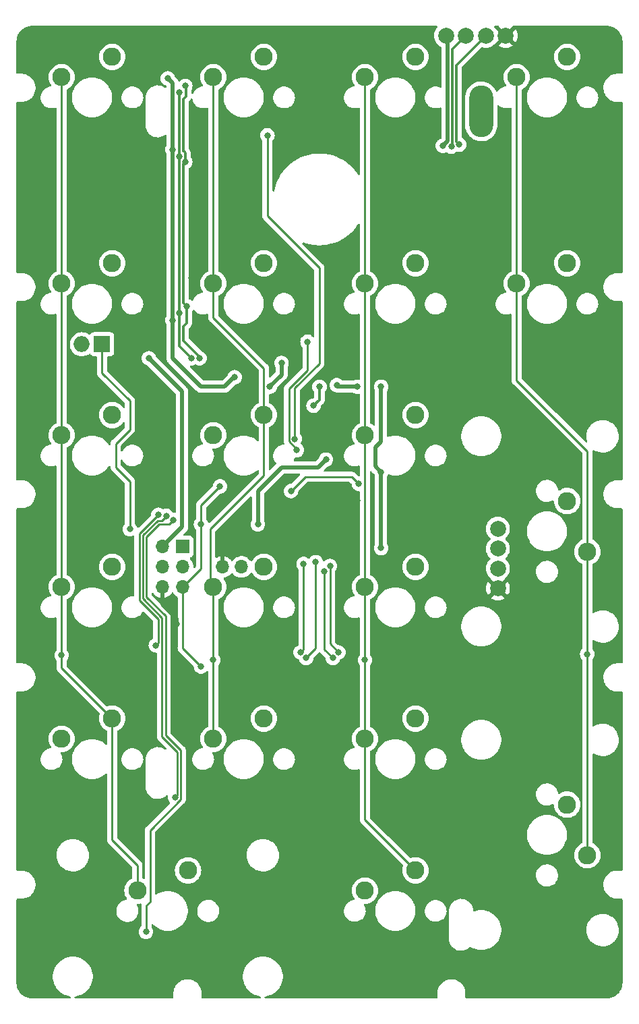
<source format=gbr>
G04 #@! TF.GenerationSoftware,KiCad,Pcbnew,(6.0.1)*
G04 #@! TF.CreationDate,2022-02-07T14:39:17-05:00*
G04 #@! TF.ProjectId,nt210,6e743231-302e-46b6-9963-61645f706362,rev?*
G04 #@! TF.SameCoordinates,Original*
G04 #@! TF.FileFunction,Copper,L1,Top*
G04 #@! TF.FilePolarity,Positive*
%FSLAX46Y46*%
G04 Gerber Fmt 4.6, Leading zero omitted, Abs format (unit mm)*
G04 Created by KiCad (PCBNEW (6.0.1)) date 2022-02-07 14:39:17*
%MOMM*%
%LPD*%
G01*
G04 APERTURE LIST*
G04 #@! TA.AperFunction,ComponentPad*
%ADD10C,2.000000*%
G04 #@! TD*
G04 #@! TA.AperFunction,ComponentPad*
%ADD11C,2.286000*%
G04 #@! TD*
G04 #@! TA.AperFunction,ComponentPad*
%ADD12O,3.000000X6.500000*%
G04 #@! TD*
G04 #@! TA.AperFunction,ComponentPad*
%ADD13R,2.000000X2.000000*%
G04 #@! TD*
G04 #@! TA.AperFunction,ComponentPad*
%ADD14O,2.000000X2.000000*%
G04 #@! TD*
G04 #@! TA.AperFunction,ComponentPad*
%ADD15O,1.700000X1.700000*%
G04 #@! TD*
G04 #@! TA.AperFunction,ComponentPad*
%ADD16R,1.700000X1.700000*%
G04 #@! TD*
G04 #@! TA.AperFunction,ViaPad*
%ADD17C,0.800000*%
G04 #@! TD*
G04 #@! TA.AperFunction,Conductor*
%ADD18C,0.500000*%
G04 #@! TD*
G04 #@! TA.AperFunction,Conductor*
%ADD19C,0.300000*%
G04 #@! TD*
G04 #@! TA.AperFunction,Conductor*
%ADD20C,0.250000*%
G04 #@! TD*
G04 APERTURE END LIST*
D10*
X60502800Y-63652400D03*
X53995353Y-1785931D03*
X56495353Y-1785931D03*
X58995353Y-1785931D03*
X61495353Y-1785931D03*
D11*
X31115000Y-4445000D03*
X24765000Y-6985000D03*
X21590008Y-106545008D03*
X15240008Y-109085008D03*
D12*
X58425000Y-11275000D03*
D11*
X31115008Y-87495008D03*
X24765008Y-90035008D03*
X12065008Y-49395008D03*
X5715008Y-51935008D03*
X12065008Y-87495008D03*
X5715008Y-90035008D03*
X50165008Y-106545008D03*
X43815008Y-109085008D03*
D10*
X60502800Y-66152400D03*
X60502800Y-68652400D03*
D11*
X12065000Y-4445000D03*
X5715000Y-6985000D03*
X50165008Y-30345008D03*
X43815008Y-32885008D03*
D13*
X10795008Y-40505008D03*
D14*
X8255008Y-40505008D03*
D15*
X25908000Y-68453000D03*
D11*
X12065008Y-30345008D03*
X5715008Y-32885008D03*
X50165008Y-87495008D03*
X43815008Y-90035008D03*
X71755008Y-66540008D03*
X69215008Y-60190008D03*
X50165008Y-68445008D03*
X43815008Y-70985008D03*
X31115008Y-49395008D03*
X24765008Y-51935008D03*
X69215008Y-30345008D03*
X62865008Y-32885008D03*
X69215000Y-4445000D03*
X62865000Y-6985000D03*
X31115008Y-30345008D03*
X24765008Y-32885008D03*
X50165008Y-49395008D03*
X43815008Y-51935008D03*
X31115008Y-68445008D03*
X24765008Y-70985008D03*
X71755008Y-104640008D03*
X69215008Y-98290008D03*
D10*
X60502800Y-71152400D03*
D11*
X12065008Y-68445008D03*
X5715008Y-70985008D03*
D15*
X28321000Y-68453000D03*
D11*
X50165000Y-4445000D03*
X43815000Y-6985000D03*
D16*
X20915321Y-65920987D03*
D15*
X18375321Y-65920987D03*
X20915321Y-68460987D03*
X18375321Y-68460987D03*
X20915321Y-71000987D03*
X18375321Y-71000987D03*
D17*
X36314085Y-58935979D03*
X32742207Y-51196910D03*
X39885963Y-60126605D03*
X42862528Y-60126605D03*
X50006284Y-57150040D03*
X36910378Y-52387536D03*
X20190821Y-75604743D03*
X22026573Y-32146894D03*
X49410971Y-61317231D03*
X40481284Y-73223499D03*
X25598451Y-4762496D03*
X24407825Y-44648467D03*
X40289089Y-45646906D03*
X16668756Y-42267215D03*
X45839093Y-66079735D03*
X45839093Y-56554727D03*
X38909398Y-54982849D03*
X45839093Y-45839093D03*
X30360955Y-63103170D03*
X42862528Y-45839093D03*
X27433892Y-44648467D03*
X53578170Y-15596380D03*
X19645321Y-37504711D03*
X19050008Y-7143748D03*
X31839508Y-45839093D03*
X33337520Y-42862528D03*
X19645321Y-16073443D03*
X21244321Y-8077605D03*
X21431260Y-35718772D03*
X21244321Y-17629698D03*
X23031425Y-42269008D03*
X55641739Y-15446801D03*
X20494821Y-8929687D03*
X54675065Y-15700860D03*
X22031948Y-42261840D03*
X20494821Y-36568272D03*
X20494821Y-16922943D03*
X25598451Y-58340666D03*
X23217199Y-80962560D03*
X23217199Y-63103170D03*
X5715008Y-79533820D03*
X35718772Y-79176621D03*
X36099443Y-68080317D03*
X24765008Y-80129117D03*
X37633898Y-67865674D03*
X36425527Y-79883376D03*
X39774521Y-79883376D03*
X38695337Y-69056300D03*
X43815008Y-80129101D03*
X39419837Y-68349545D03*
X40481276Y-79176621D03*
X71729600Y-79400400D03*
X14287504Y-63698483D03*
X34984898Y-52387536D03*
X31560955Y-14296878D03*
X36598475Y-40196886D03*
X35249468Y-53793841D03*
X34528146Y-58935979D03*
X43039745Y-58020330D03*
X17548459Y-78296918D03*
X17859382Y-61912544D03*
X18858347Y-62041731D03*
X19956244Y-97346934D03*
X19718320Y-62551094D03*
X16306800Y-114249200D03*
X38100024Y-45839093D03*
X37359898Y-48220345D03*
D18*
X18375321Y-71000987D02*
X18375321Y-73144117D01*
X18375321Y-73144117D02*
X19050008Y-73818804D01*
X20190821Y-74959617D02*
X20190821Y-75604743D01*
X19050008Y-73818804D02*
X20190821Y-74959617D01*
X45131587Y-55847221D02*
X45131587Y-53442198D01*
X45131587Y-53442198D02*
X45715015Y-52858770D01*
X30360955Y-63103170D02*
X30360955Y-58935979D01*
X37932833Y-55959414D02*
X38909398Y-54982849D01*
X30360955Y-58935979D02*
X33337520Y-55959414D01*
X45839093Y-52734692D02*
X45839093Y-45839093D01*
X33337520Y-55959414D02*
X37932833Y-55959414D01*
X45839093Y-56554727D02*
X45131587Y-55847221D01*
X45715015Y-52858770D02*
X45839093Y-52734692D01*
X45839093Y-56554727D02*
X45839093Y-66079735D01*
X20835947Y-63460361D02*
X20835947Y-46434406D01*
X40481276Y-45839093D02*
X40289089Y-45646906D01*
X42862528Y-45839093D02*
X40481276Y-45839093D01*
X20835947Y-46434406D02*
X16668756Y-42267215D01*
X18375321Y-65920987D02*
X20835947Y-63460361D01*
X33337520Y-44341081D02*
X31839508Y-45839093D01*
X19645321Y-37504711D02*
X19645321Y-16073443D01*
X54173483Y-14287512D02*
X54173483Y-15001067D01*
X26193764Y-45839093D02*
X23217199Y-45839093D01*
X19645321Y-42267215D02*
X19645321Y-37504711D01*
X33337520Y-42862528D02*
X33337520Y-44341081D01*
X27433892Y-44648467D02*
X27384390Y-44648467D01*
X27384390Y-44648467D02*
X26193764Y-45839093D01*
X53995353Y-1785931D02*
X54173483Y-1964061D01*
X19645321Y-16073443D02*
X19645321Y-7739061D01*
X23217199Y-45839093D02*
X19645321Y-42267215D01*
X19645321Y-7739061D02*
X19050008Y-7143748D01*
X54173483Y-1964061D02*
X54173483Y-14287512D01*
X54173483Y-15001067D02*
X53578170Y-15596380D01*
D19*
X21244321Y-8077605D02*
X21335466Y-8168750D01*
X20994341Y-9770331D02*
X20994341Y-14724439D01*
X55272523Y-15077585D02*
X55641739Y-15446801D01*
X58995353Y-1785931D02*
X55272523Y-5508761D01*
X55272523Y-5508761D02*
X55272523Y-7143756D01*
X21244332Y-16481829D02*
X21244332Y-16855711D01*
X21431260Y-37821499D02*
X20994341Y-38258418D01*
X21431260Y-35718772D02*
X21431260Y-37821499D01*
X23031425Y-42269008D02*
X23031425Y-42081441D01*
X20994341Y-18891630D02*
X20994341Y-35281853D01*
X20994341Y-16231837D02*
X21133611Y-16371108D01*
X20994341Y-18891630D02*
X20994341Y-17879678D01*
X21133611Y-16371108D02*
X21244332Y-16481829D01*
X20994341Y-35281853D02*
X21431260Y-35718772D01*
X20994341Y-40044357D02*
X20994341Y-38258418D01*
X55272523Y-7143756D02*
X55272523Y-15077585D01*
X20994341Y-17879678D02*
X21244321Y-17629698D01*
X23031425Y-42081441D02*
X20994341Y-40044357D01*
X21335466Y-8168750D02*
X21335466Y-9429206D01*
X21335466Y-9429206D02*
X20994341Y-9770331D01*
X20994341Y-14724439D02*
X20994341Y-16231837D01*
X21244321Y-17629698D02*
X21244321Y-16855711D01*
X20494821Y-40724713D02*
X22031948Y-42261840D01*
X20494821Y-36568272D02*
X20494821Y-40724713D01*
X20494821Y-16922943D02*
X20494821Y-20494821D01*
X20494821Y-20494821D02*
X20494821Y-36568272D01*
X54773003Y-15602922D02*
X54675065Y-15700860D01*
X56495353Y-1785931D02*
X54773003Y-3508281D01*
X20494821Y-8929687D02*
X20494821Y-16922943D01*
X54773003Y-5953130D02*
X54773003Y-15602922D01*
X54773003Y-3508281D02*
X54773003Y-5953130D01*
D20*
X23217199Y-80962560D02*
X20915321Y-78660682D01*
X20915321Y-71000987D02*
X23217199Y-68699109D01*
X23217199Y-60721918D02*
X25598451Y-58340666D01*
X23217199Y-63103170D02*
X23217199Y-60721918D01*
X23217199Y-66079735D02*
X23217199Y-63103170D01*
X20915321Y-78660682D02*
X20915321Y-71000987D01*
X23217199Y-68699109D02*
X23217199Y-66079735D01*
X5715000Y-32885000D02*
X5715008Y-32885008D01*
X5715008Y-32885008D02*
X5715008Y-51935008D01*
X5715008Y-51935008D02*
X5715008Y-70985008D01*
X36099443Y-68080317D02*
X36099443Y-78795950D01*
X5715008Y-70985008D02*
X5715008Y-79533820D01*
X15240008Y-109085008D02*
X15240008Y-105910008D01*
X5715008Y-81145008D02*
X12065008Y-87495008D01*
X36099443Y-78795950D02*
X35718772Y-79176621D01*
X5715008Y-79533820D02*
X5715008Y-80129133D01*
X12065008Y-102735008D02*
X12065008Y-87495008D01*
X15240008Y-105910008D02*
X12065008Y-102735008D01*
X5715000Y-6985000D02*
X5715000Y-32885000D01*
X5715008Y-80129133D02*
X5715008Y-81145008D01*
X37633898Y-74543304D02*
X37633898Y-78675005D01*
X24765008Y-70985008D02*
X24384000Y-70604000D01*
X24765000Y-32885000D02*
X24765008Y-32885008D01*
X24765008Y-80605377D02*
X24765008Y-90035008D01*
X31115008Y-43497528D02*
X24765008Y-37147528D01*
X24765000Y-6985000D02*
X24765000Y-32885000D01*
X24384000Y-63722308D02*
X31115008Y-56991300D01*
X24765008Y-80129117D02*
X24765008Y-80605377D01*
X24384000Y-70604000D02*
X24384000Y-63722308D01*
X37633898Y-67865674D02*
X37633898Y-74543304D01*
X24765008Y-32885008D02*
X24765008Y-37147528D01*
X37633898Y-78675005D02*
X36425527Y-79883376D01*
X24765008Y-70985008D02*
X24765008Y-80129117D01*
X31115008Y-49395008D02*
X31115008Y-43497528D01*
X31115008Y-56991300D02*
X31115008Y-49395008D01*
X38695337Y-69056300D02*
X38695337Y-76795369D01*
X43815008Y-32885008D02*
X43815008Y-51935008D01*
X43815008Y-51935008D02*
X43815008Y-70985008D01*
X43815008Y-80129101D02*
X43815008Y-80724414D01*
X43815000Y-32885000D02*
X43815008Y-32885008D01*
X43815000Y-6985000D02*
X43815000Y-32885000D01*
X38695337Y-78804192D02*
X39774521Y-79883376D01*
X43815008Y-70985008D02*
X43815008Y-80129101D01*
X43815008Y-80724414D02*
X43815008Y-90035008D01*
X38695337Y-76795369D02*
X38695337Y-78804192D01*
X43815008Y-90035008D02*
X43815008Y-100195008D01*
X43815008Y-100195008D02*
X50165008Y-106545008D01*
X71729600Y-79400400D02*
X71729600Y-90009600D01*
X62865008Y-45034208D02*
X62865008Y-32885008D01*
X62865000Y-32885000D02*
X62865008Y-32885008D01*
X39419837Y-75475556D02*
X39419837Y-78115182D01*
X71729600Y-90009600D02*
X71755008Y-90035008D01*
X71729600Y-79400400D02*
X71729600Y-71145504D01*
X71729600Y-71145504D02*
X71755008Y-71120096D01*
X39419837Y-78115182D02*
X40481276Y-79176621D01*
X62865000Y-6985000D02*
X62865000Y-32885000D01*
X39419837Y-68349545D02*
X39419837Y-75475556D01*
X71755008Y-53924208D02*
X62865008Y-45034208D01*
X71755008Y-71120096D02*
X71755008Y-53924208D01*
X71755008Y-90035008D02*
X71755008Y-104640008D01*
X10795008Y-44132536D02*
X10795008Y-40505008D01*
X14287504Y-57745353D02*
X12501565Y-55959414D01*
X12501565Y-55959414D02*
X12501565Y-52982849D01*
X12501565Y-52982849D02*
X14287504Y-51196910D01*
X14287504Y-63698483D02*
X14287504Y-57745353D01*
X14287504Y-51196910D02*
X14287504Y-47625032D01*
X14287504Y-47625032D02*
X10795008Y-44132536D01*
X38100024Y-42902933D02*
X34984898Y-46018058D01*
X34984898Y-46018058D02*
X34984898Y-52387536D01*
X31560955Y-14296878D02*
X31560955Y-24417199D01*
X31560955Y-24417199D02*
X38100024Y-30956268D01*
X38100024Y-30956268D02*
X38100024Y-42902933D01*
X34260387Y-52715090D02*
X34260387Y-46106852D01*
X35249468Y-53793841D02*
X35249468Y-53704171D01*
X35249468Y-53704171D02*
X34260387Y-52715090D01*
X34260387Y-46106852D02*
X36598475Y-43768764D01*
X36598475Y-43768764D02*
X36598475Y-40196886D01*
X36314085Y-57150040D02*
X36909398Y-57150040D01*
X43039745Y-58020330D02*
X42169455Y-57150040D01*
X34528146Y-58935979D02*
X36314085Y-57150040D01*
X42169455Y-57150040D02*
X39885963Y-57150040D01*
X39885963Y-57150040D02*
X36909398Y-57150040D01*
X17859382Y-75009430D02*
X17859382Y-77985995D01*
X15478130Y-72628178D02*
X17859382Y-75009430D01*
X17859382Y-61912544D02*
X15478130Y-64293796D01*
X17859382Y-77985995D02*
X17548459Y-78296918D01*
X15478130Y-64293796D02*
X15478130Y-72628178D01*
X17770589Y-62637055D02*
X15927650Y-64479994D01*
X18263023Y-62637055D02*
X17770589Y-62637055D01*
X15927650Y-64479994D02*
X15927650Y-72441980D01*
X15927650Y-72441980D02*
X18308902Y-74823232D01*
X20240634Y-97062544D02*
X19956244Y-97346934D01*
X18858347Y-62041731D02*
X18263023Y-62637055D01*
X20240634Y-91678194D02*
X20240634Y-97062544D01*
X18308902Y-89746462D02*
X20240634Y-91678194D01*
X18308902Y-74823232D02*
X18308902Y-89746462D01*
X16814800Y-101512992D02*
X20690154Y-97637638D01*
X20690154Y-91491996D02*
X18758422Y-89560264D01*
X16357600Y-110967962D02*
X16814800Y-110510762D01*
X20690154Y-97637638D02*
X20690154Y-91491996D01*
X16814800Y-110510762D02*
X16814800Y-101512992D01*
X17956787Y-63086575D02*
X19182839Y-63086575D01*
X16377170Y-72255782D02*
X16377170Y-64666192D01*
X16306800Y-114249200D02*
X16357600Y-114198400D01*
X18758422Y-89560264D02*
X18758422Y-74637034D01*
X16357600Y-114198400D02*
X16357600Y-110967962D01*
X19182839Y-63086575D02*
X19718320Y-62551094D01*
X16377170Y-64666192D02*
X17956787Y-63086575D01*
X18758422Y-74637034D02*
X16377170Y-72255782D01*
D19*
X38100024Y-47480219D02*
X37359898Y-48220345D01*
X38100024Y-45839093D02*
X38100024Y-47480219D01*
G04 #@! TA.AperFunction,Conductor*
G36*
X52876447Y-553010D02*
G01*
X52922940Y-606666D01*
X52933044Y-676940D01*
X52904137Y-740839D01*
X52771177Y-896515D01*
X52768598Y-900723D01*
X52768594Y-900729D01*
X52738345Y-950091D01*
X52647113Y-1098968D01*
X52645220Y-1103538D01*
X52645218Y-1103542D01*
X52639871Y-1116451D01*
X52556248Y-1318337D01*
X52555093Y-1323149D01*
X52503892Y-1536416D01*
X52500818Y-1549220D01*
X52482188Y-1785931D01*
X52500818Y-2022642D01*
X52556248Y-2253525D01*
X52558141Y-2258096D01*
X52558142Y-2258098D01*
X52645125Y-2468094D01*
X52647113Y-2472894D01*
X52649699Y-2477114D01*
X52768594Y-2671133D01*
X52768598Y-2671139D01*
X52771177Y-2675347D01*
X52925384Y-2855900D01*
X52929140Y-2859108D01*
X52949971Y-2876899D01*
X53105937Y-3010107D01*
X53110145Y-3012686D01*
X53110151Y-3012690D01*
X53265675Y-3107995D01*
X53308390Y-3134171D01*
X53312965Y-3136066D01*
X53337201Y-3146105D01*
X53392482Y-3190654D01*
X53414983Y-3262514D01*
X53414983Y-8156715D01*
X53394981Y-8224836D01*
X53341325Y-8271329D01*
X53271051Y-8281433D01*
X53245992Y-8275154D01*
X53150080Y-8240340D01*
X53060410Y-8207791D01*
X53055161Y-8206842D01*
X53055158Y-8206841D01*
X52837477Y-8167478D01*
X52837470Y-8167477D01*
X52833393Y-8166740D01*
X52814670Y-8165857D01*
X52810708Y-8165670D01*
X52810701Y-8165670D01*
X52809220Y-8165600D01*
X52647075Y-8165600D01*
X52580119Y-8171281D01*
X52480438Y-8179739D01*
X52480434Y-8179740D01*
X52475127Y-8180190D01*
X52469972Y-8181528D01*
X52469966Y-8181529D01*
X52256997Y-8236805D01*
X52256993Y-8236806D01*
X52251828Y-8238147D01*
X52246962Y-8240339D01*
X52246959Y-8240340D01*
X52138607Y-8289149D01*
X52041485Y-8332899D01*
X52037065Y-8335875D01*
X52037061Y-8335877D01*
X51993954Y-8364899D01*
X51850115Y-8461738D01*
X51683188Y-8620978D01*
X51680000Y-8625263D01*
X51562754Y-8782848D01*
X51545479Y-8806066D01*
X51543064Y-8810816D01*
X51447173Y-8999420D01*
X51440923Y-9011712D01*
X51410173Y-9110743D01*
X51374095Y-9226930D01*
X51374094Y-9226936D01*
X51372511Y-9232033D01*
X51371810Y-9237325D01*
X51345641Y-9434771D01*
X51342200Y-9460732D01*
X51350854Y-9691268D01*
X51398228Y-9917050D01*
X51400186Y-9922009D01*
X51400187Y-9922011D01*
X51430459Y-9998665D01*
X51482967Y-10131622D01*
X51602647Y-10328849D01*
X51606144Y-10332879D01*
X51692768Y-10432704D01*
X51753847Y-10503092D01*
X51757978Y-10506479D01*
X51928115Y-10645984D01*
X51928121Y-10645988D01*
X51932243Y-10649368D01*
X52132735Y-10763494D01*
X52137751Y-10765315D01*
X52137756Y-10765317D01*
X52344575Y-10840389D01*
X52344579Y-10840390D01*
X52349590Y-10842209D01*
X52354839Y-10843158D01*
X52354842Y-10843159D01*
X52572523Y-10882522D01*
X52572530Y-10882523D01*
X52576607Y-10883260D01*
X52594344Y-10884096D01*
X52599292Y-10884330D01*
X52599299Y-10884330D01*
X52600780Y-10884400D01*
X52762925Y-10884400D01*
X52829881Y-10878719D01*
X52929562Y-10870261D01*
X52929566Y-10870260D01*
X52934873Y-10869810D01*
X52940028Y-10868472D01*
X52940034Y-10868471D01*
X53153003Y-10813195D01*
X53153007Y-10813194D01*
X53158172Y-10811853D01*
X53163038Y-10809661D01*
X53163041Y-10809660D01*
X53237233Y-10776239D01*
X53307558Y-10766498D01*
X53371986Y-10796324D01*
X53410061Y-10856247D01*
X53414983Y-10891121D01*
X53414983Y-14600237D01*
X53394981Y-14668358D01*
X53341325Y-14714851D01*
X53315180Y-14723483D01*
X53302348Y-14726211D01*
X53302343Y-14726213D01*
X53295882Y-14727586D01*
X53289852Y-14730271D01*
X53289851Y-14730271D01*
X53127448Y-14802577D01*
X53127446Y-14802578D01*
X53121418Y-14805262D01*
X52966917Y-14917514D01*
X52962496Y-14922424D01*
X52962495Y-14922425D01*
X52913140Y-14977240D01*
X52839130Y-15059436D01*
X52743643Y-15224824D01*
X52684628Y-15406452D01*
X52664666Y-15596380D01*
X52665356Y-15602945D01*
X52675154Y-15696164D01*
X52684628Y-15786308D01*
X52743643Y-15967936D01*
X52839130Y-16133324D01*
X52966917Y-16275246D01*
X53024063Y-16316765D01*
X53116060Y-16383605D01*
X53121418Y-16387498D01*
X53127446Y-16390182D01*
X53127448Y-16390183D01*
X53249117Y-16444353D01*
X53295882Y-16465174D01*
X53389282Y-16485027D01*
X53476226Y-16503508D01*
X53476231Y-16503508D01*
X53482683Y-16504880D01*
X53673657Y-16504880D01*
X53680109Y-16503508D01*
X53680114Y-16503508D01*
X53767058Y-16485027D01*
X53860458Y-16465174D01*
X53916109Y-16440397D01*
X53993011Y-16406158D01*
X54063378Y-16396724D01*
X54118320Y-16419329D01*
X54141280Y-16436010D01*
X54187378Y-16469502D01*
X54218313Y-16491978D01*
X54224341Y-16494662D01*
X54224343Y-16494663D01*
X54386205Y-16566728D01*
X54392777Y-16569654D01*
X54486178Y-16589507D01*
X54573121Y-16607988D01*
X54573126Y-16607988D01*
X54579578Y-16609360D01*
X54770552Y-16609360D01*
X54777004Y-16607988D01*
X54777009Y-16607988D01*
X54863952Y-16589507D01*
X54957353Y-16569654D01*
X54963925Y-16566728D01*
X55125787Y-16494663D01*
X55125789Y-16494662D01*
X55131817Y-16491978D01*
X55160021Y-16471487D01*
X55277789Y-16385923D01*
X55286318Y-16379726D01*
X55297855Y-16366913D01*
X55358300Y-16329672D01*
X55417689Y-16327974D01*
X55425678Y-16329672D01*
X55539795Y-16353929D01*
X55539800Y-16353929D01*
X55546252Y-16355301D01*
X55737226Y-16355301D01*
X55743678Y-16353929D01*
X55743683Y-16353929D01*
X55857800Y-16329672D01*
X55924027Y-16315595D01*
X55930058Y-16312910D01*
X56092461Y-16240604D01*
X56092463Y-16240603D01*
X56098491Y-16237919D01*
X56252992Y-16125667D01*
X56345957Y-16022419D01*
X56376360Y-15988653D01*
X56376361Y-15988652D01*
X56380779Y-15983745D01*
X56476266Y-15818357D01*
X56535281Y-15636729D01*
X56555243Y-15446801D01*
X56535281Y-15256873D01*
X56476266Y-15075245D01*
X56380779Y-14909857D01*
X56252992Y-14767935D01*
X56098491Y-14655683D01*
X56005774Y-14614403D01*
X55951678Y-14568423D01*
X55931023Y-14499296D01*
X55931023Y-13095146D01*
X56416500Y-13095146D01*
X56416653Y-13097332D01*
X56416653Y-13097336D01*
X56428515Y-13266965D01*
X56431189Y-13305212D01*
X56489591Y-13579970D01*
X56491094Y-13584099D01*
X56491095Y-13584103D01*
X56557174Y-13765652D01*
X56585663Y-13843926D01*
X56717536Y-14091942D01*
X56720122Y-14095501D01*
X56720123Y-14095503D01*
X56871200Y-14303443D01*
X56882642Y-14319192D01*
X56885698Y-14322356D01*
X56885700Y-14322359D01*
X56903606Y-14340901D01*
X57077769Y-14521252D01*
X57299118Y-14694188D01*
X57302922Y-14696384D01*
X57302929Y-14696389D01*
X57486853Y-14802577D01*
X57542381Y-14834636D01*
X57802824Y-14939862D01*
X57807097Y-14940927D01*
X57807099Y-14940928D01*
X58071107Y-15006753D01*
X58071112Y-15006754D01*
X58075376Y-15007817D01*
X58079744Y-15008276D01*
X58079749Y-15008277D01*
X58350364Y-15036719D01*
X58350367Y-15036719D01*
X58354733Y-15037178D01*
X58359121Y-15037025D01*
X58359127Y-15037025D01*
X58631061Y-15027529D01*
X58631067Y-15027528D01*
X58635458Y-15027375D01*
X58639781Y-15026613D01*
X58639788Y-15026612D01*
X58815494Y-14995630D01*
X58912087Y-14978598D01*
X59179235Y-14891797D01*
X59183188Y-14889869D01*
X59183193Y-14889867D01*
X59298101Y-14833822D01*
X59431702Y-14768660D01*
X59435341Y-14766205D01*
X59435347Y-14766202D01*
X59571809Y-14674157D01*
X59664576Y-14611585D01*
X59873322Y-14423629D01*
X60053879Y-14208450D01*
X60202731Y-13970236D01*
X60298549Y-13755026D01*
X60315195Y-13717639D01*
X60315196Y-13717637D01*
X60316982Y-13713625D01*
X60394407Y-13443610D01*
X60433500Y-13165448D01*
X60433500Y-10596193D01*
X60453502Y-10528072D01*
X60507158Y-10481579D01*
X60577432Y-10471475D01*
X60642000Y-10500964D01*
X60643847Y-10503092D01*
X60647968Y-10506471D01*
X60647970Y-10506473D01*
X60818115Y-10645984D01*
X60818121Y-10645988D01*
X60822243Y-10649368D01*
X61022735Y-10763494D01*
X61027751Y-10765315D01*
X61027756Y-10765317D01*
X61234575Y-10840389D01*
X61234579Y-10840390D01*
X61239590Y-10842209D01*
X61244839Y-10843158D01*
X61244842Y-10843159D01*
X61462523Y-10882522D01*
X61462530Y-10882523D01*
X61466607Y-10883260D01*
X61484344Y-10884096D01*
X61489292Y-10884330D01*
X61489299Y-10884330D01*
X61490780Y-10884400D01*
X61652925Y-10884400D01*
X61719881Y-10878719D01*
X61819562Y-10870261D01*
X61819566Y-10870260D01*
X61824873Y-10869810D01*
X61830028Y-10868472D01*
X61830034Y-10868471D01*
X62043003Y-10813195D01*
X62043007Y-10813194D01*
X62048172Y-10811853D01*
X62053747Y-10809342D01*
X62054072Y-10809297D01*
X62058069Y-10807889D01*
X62058356Y-10808703D01*
X62124069Y-10799598D01*
X62188498Y-10829421D01*
X62226576Y-10889342D01*
X62231500Y-10924222D01*
X62231500Y-31275653D01*
X62211498Y-31343774D01*
X62153720Y-31392061D01*
X62119309Y-31406315D01*
X62112924Y-31408960D01*
X61891279Y-31544785D01*
X61887512Y-31548002D01*
X61887511Y-31548003D01*
X61849344Y-31580601D01*
X61693610Y-31713610D01*
X61524785Y-31911279D01*
X61388960Y-32132924D01*
X61387067Y-32137494D01*
X61387066Y-32137496D01*
X61353268Y-32219092D01*
X61289481Y-32373088D01*
X61228797Y-32625858D01*
X61208401Y-32885008D01*
X61228797Y-33144158D01*
X61229951Y-33148965D01*
X61229952Y-33148971D01*
X61248878Y-33227802D01*
X61289481Y-33396928D01*
X61291374Y-33401499D01*
X61291375Y-33401501D01*
X61372449Y-33597230D01*
X61388960Y-33637092D01*
X61524785Y-33858737D01*
X61530967Y-33865975D01*
X61559997Y-33930763D01*
X61549392Y-34000963D01*
X61502517Y-34054286D01*
X61445809Y-34073353D01*
X61418344Y-34075683D01*
X61370446Y-34079747D01*
X61370442Y-34079748D01*
X61365135Y-34080198D01*
X61359980Y-34081536D01*
X61359974Y-34081537D01*
X61147005Y-34136813D01*
X61147001Y-34136814D01*
X61141836Y-34138155D01*
X61136970Y-34140347D01*
X61136967Y-34140348D01*
X61049085Y-34179936D01*
X60931493Y-34232907D01*
X60927073Y-34235883D01*
X60927069Y-34235885D01*
X60834808Y-34298000D01*
X60740123Y-34361746D01*
X60573196Y-34520986D01*
X60570008Y-34525271D01*
X60479793Y-34646525D01*
X60435487Y-34706074D01*
X60433072Y-34710824D01*
X60378385Y-34818386D01*
X60330931Y-34911720D01*
X60318628Y-34951343D01*
X60264103Y-35126938D01*
X60264102Y-35126944D01*
X60262519Y-35132041D01*
X60232208Y-35360740D01*
X60240862Y-35591276D01*
X60288236Y-35817058D01*
X60290194Y-35822017D01*
X60290195Y-35822019D01*
X60318953Y-35894838D01*
X60372975Y-36031630D01*
X60492655Y-36228857D01*
X60496152Y-36232887D01*
X60593582Y-36345165D01*
X60643855Y-36403100D01*
X60647986Y-36406487D01*
X60818123Y-36545992D01*
X60818129Y-36545996D01*
X60822251Y-36549376D01*
X61022743Y-36663502D01*
X61027759Y-36665323D01*
X61027764Y-36665325D01*
X61234583Y-36740397D01*
X61234587Y-36740398D01*
X61239598Y-36742217D01*
X61244847Y-36743166D01*
X61244850Y-36743167D01*
X61462531Y-36782530D01*
X61462538Y-36782531D01*
X61466615Y-36783268D01*
X61484352Y-36784104D01*
X61489300Y-36784338D01*
X61489307Y-36784338D01*
X61490788Y-36784408D01*
X61652933Y-36784408D01*
X61719889Y-36778727D01*
X61819570Y-36770269D01*
X61819574Y-36770268D01*
X61824881Y-36769818D01*
X61830036Y-36768480D01*
X61830042Y-36768479D01*
X62043011Y-36713203D01*
X62043015Y-36713202D01*
X62048180Y-36711861D01*
X62053755Y-36709350D01*
X62054080Y-36709305D01*
X62058077Y-36707897D01*
X62058364Y-36708711D01*
X62124077Y-36699606D01*
X62188506Y-36729429D01*
X62226584Y-36789350D01*
X62231508Y-36824230D01*
X62231508Y-44955441D01*
X62230981Y-44966624D01*
X62229306Y-44974117D01*
X62229555Y-44982043D01*
X62229555Y-44982044D01*
X62231446Y-45042194D01*
X62231508Y-45046153D01*
X62231508Y-45074064D01*
X62232005Y-45077998D01*
X62232005Y-45077999D01*
X62232013Y-45078064D01*
X62232946Y-45089901D01*
X62234335Y-45134097D01*
X62239986Y-45153547D01*
X62243995Y-45172908D01*
X62246534Y-45193005D01*
X62249453Y-45200376D01*
X62249453Y-45200378D01*
X62262812Y-45234120D01*
X62266657Y-45245350D01*
X62278990Y-45287801D01*
X62283023Y-45294620D01*
X62283025Y-45294625D01*
X62289301Y-45305236D01*
X62297996Y-45322984D01*
X62305456Y-45341825D01*
X62310118Y-45348241D01*
X62310118Y-45348242D01*
X62331444Y-45377595D01*
X62337960Y-45387515D01*
X62360466Y-45425570D01*
X62374787Y-45439891D01*
X62387627Y-45454924D01*
X62399536Y-45471315D01*
X62405642Y-45476366D01*
X62433613Y-45499506D01*
X62442392Y-45507496D01*
X71084603Y-54149707D01*
X71118629Y-54212019D01*
X71121508Y-54238802D01*
X71121508Y-60158281D01*
X71113429Y-60185795D01*
X71118817Y-60195832D01*
X71121508Y-60221735D01*
X71121508Y-64930650D01*
X71101506Y-64998771D01*
X71043727Y-65047059D01*
X71002924Y-65063960D01*
X70781279Y-65199785D01*
X70777512Y-65203002D01*
X70777511Y-65203003D01*
X70707282Y-65262984D01*
X70583610Y-65368610D01*
X70580397Y-65372372D01*
X70434893Y-65542736D01*
X70414785Y-65566279D01*
X70278960Y-65787924D01*
X70277067Y-65792494D01*
X70277066Y-65792496D01*
X70261403Y-65830310D01*
X70179481Y-66028088D01*
X70178326Y-66032900D01*
X70121485Y-66269663D01*
X70118797Y-66280858D01*
X70098401Y-66540008D01*
X70118797Y-66799158D01*
X70119951Y-66803965D01*
X70119952Y-66803971D01*
X70136632Y-66873447D01*
X70179481Y-67051928D01*
X70181374Y-67056499D01*
X70181375Y-67056501D01*
X70276650Y-67286514D01*
X70278960Y-67292092D01*
X70414785Y-67513737D01*
X70418002Y-67517504D01*
X70418003Y-67517505D01*
X70452954Y-67558427D01*
X70583610Y-67711406D01*
X70587372Y-67714619D01*
X70703474Y-67813779D01*
X70781279Y-67880231D01*
X71002924Y-68016056D01*
X71028638Y-68026707D01*
X71043727Y-68032957D01*
X71099007Y-68077506D01*
X71121508Y-68149366D01*
X71121508Y-70935470D01*
X71117238Y-70965465D01*
X71116419Y-70967359D01*
X71115180Y-70975183D01*
X71115178Y-70975189D01*
X71109501Y-71011028D01*
X71107095Y-71022648D01*
X71103364Y-71037182D01*
X71096100Y-71065474D01*
X71096100Y-71085728D01*
X71094549Y-71105438D01*
X71091380Y-71125447D01*
X71092126Y-71133339D01*
X71095541Y-71169465D01*
X71096100Y-71181323D01*
X71096100Y-78697876D01*
X71076098Y-78765997D01*
X71063742Y-78782179D01*
X70990560Y-78863456D01*
X70946226Y-78940245D01*
X70903650Y-79013989D01*
X70895073Y-79028844D01*
X70836058Y-79210472D01*
X70835368Y-79217033D01*
X70835368Y-79217035D01*
X70823346Y-79331418D01*
X70816096Y-79400400D01*
X70816786Y-79406965D01*
X70827709Y-79510888D01*
X70836058Y-79590328D01*
X70895073Y-79771956D01*
X70990560Y-79937344D01*
X71063737Y-80018615D01*
X71094453Y-80082621D01*
X71096100Y-80102924D01*
X71096100Y-89930833D01*
X71095573Y-89942016D01*
X71093898Y-89949509D01*
X71094147Y-89957435D01*
X71094147Y-89957436D01*
X71096038Y-90017586D01*
X71096100Y-90021545D01*
X71096100Y-90049456D01*
X71096597Y-90053390D01*
X71096597Y-90053391D01*
X71096605Y-90053456D01*
X71097538Y-90065293D01*
X71098927Y-90109489D01*
X71104578Y-90128939D01*
X71108587Y-90148300D01*
X71111126Y-90168397D01*
X71114044Y-90175767D01*
X71116016Y-90183448D01*
X71114848Y-90183748D01*
X71121508Y-90218655D01*
X71121508Y-98258281D01*
X71113429Y-98285795D01*
X71118817Y-98295832D01*
X71121508Y-98321735D01*
X71121508Y-103030650D01*
X71101506Y-103098771D01*
X71043727Y-103147059D01*
X71002924Y-103163960D01*
X70781279Y-103299785D01*
X70583610Y-103468610D01*
X70414785Y-103666279D01*
X70278960Y-103887924D01*
X70277067Y-103892494D01*
X70277066Y-103892496D01*
X70261403Y-103930310D01*
X70179481Y-104128088D01*
X70173879Y-104151424D01*
X70138473Y-104298902D01*
X70118797Y-104380858D01*
X70098401Y-104640008D01*
X70118797Y-104899158D01*
X70119951Y-104903965D01*
X70119952Y-104903971D01*
X70141559Y-104993971D01*
X70179481Y-105151928D01*
X70181374Y-105156499D01*
X70181375Y-105156501D01*
X70271305Y-105373610D01*
X70278960Y-105392092D01*
X70414785Y-105613737D01*
X70418002Y-105617504D01*
X70418003Y-105617505D01*
X70497083Y-105710096D01*
X70583610Y-105811406D01*
X70587372Y-105814619D01*
X70760135Y-105962172D01*
X70781279Y-105980231D01*
X71002924Y-106116056D01*
X71007494Y-106117949D01*
X71007496Y-106117950D01*
X71238515Y-106213641D01*
X71243088Y-106215535D01*
X71329551Y-106236293D01*
X71491045Y-106275064D01*
X71491051Y-106275065D01*
X71495858Y-106276219D01*
X71755008Y-106296615D01*
X72014158Y-106276219D01*
X72018965Y-106275065D01*
X72018971Y-106275064D01*
X72180465Y-106236293D01*
X72266928Y-106215535D01*
X72271501Y-106213641D01*
X72502520Y-106117950D01*
X72502522Y-106117949D01*
X72507092Y-106116056D01*
X72728737Y-105980231D01*
X72749882Y-105962172D01*
X72922644Y-105814619D01*
X72926406Y-105811406D01*
X73012933Y-105710096D01*
X73092013Y-105617505D01*
X73092014Y-105617504D01*
X73095231Y-105613737D01*
X73231056Y-105392092D01*
X73238712Y-105373610D01*
X73328641Y-105156501D01*
X73328642Y-105156499D01*
X73330535Y-105151928D01*
X73368457Y-104993971D01*
X73390064Y-104903971D01*
X73390065Y-104903965D01*
X73391219Y-104899158D01*
X73411615Y-104640008D01*
X73391219Y-104380858D01*
X73371544Y-104298902D01*
X73336137Y-104151424D01*
X73330535Y-104128088D01*
X73248613Y-103930310D01*
X73232950Y-103892496D01*
X73232949Y-103892494D01*
X73231056Y-103887924D01*
X73095231Y-103666279D01*
X72926406Y-103468610D01*
X72728737Y-103299785D01*
X72507092Y-103163960D01*
X72466289Y-103147059D01*
X72411009Y-103102510D01*
X72388508Y-103030650D01*
X72388508Y-91991477D01*
X72408510Y-91923356D01*
X72462166Y-91876863D01*
X72532440Y-91866759D01*
X72581278Y-91884623D01*
X72592996Y-91891945D01*
X72703477Y-91960981D01*
X72774917Y-91992788D01*
X72929741Y-92061720D01*
X72963155Y-92076597D01*
X73236396Y-92154948D01*
X73240746Y-92155559D01*
X73240749Y-92155560D01*
X73345225Y-92170243D01*
X73517882Y-92194508D01*
X73730984Y-92194508D01*
X73733169Y-92194355D01*
X73733175Y-92194355D01*
X73939183Y-92179950D01*
X73939188Y-92179949D01*
X73943568Y-92179643D01*
X74221609Y-92120543D01*
X74225740Y-92119039D01*
X74225745Y-92119038D01*
X74383224Y-92061720D01*
X74488719Y-92023323D01*
X74581667Y-91973902D01*
X74735807Y-91891945D01*
X74735813Y-91891941D01*
X74739699Y-91889875D01*
X74743259Y-91887289D01*
X74743263Y-91887286D01*
X74966101Y-91725384D01*
X74966104Y-91725382D01*
X74969664Y-91722795D01*
X75018877Y-91675271D01*
X75170976Y-91528391D01*
X75170979Y-91528387D01*
X75174138Y-91525337D01*
X75349141Y-91301343D01*
X75437323Y-91148608D01*
X75489063Y-91058993D01*
X75489066Y-91058988D01*
X75491268Y-91055173D01*
X75492918Y-91051089D01*
X75492921Y-91051083D01*
X75596101Y-90795701D01*
X75596102Y-90795698D01*
X75597750Y-90791619D01*
X75608818Y-90747230D01*
X75665452Y-90520081D01*
X75666517Y-90515810D01*
X75681023Y-90377802D01*
X75695771Y-90237483D01*
X75695771Y-90237480D01*
X75696230Y-90233114D01*
X75696077Y-90228720D01*
X75686464Y-89953432D01*
X75686463Y-89953425D01*
X75686310Y-89949035D01*
X75683101Y-89930833D01*
X75637712Y-89673424D01*
X75636950Y-89669101D01*
X75635595Y-89664930D01*
X75635593Y-89664923D01*
X75550472Y-89402950D01*
X75549111Y-89398761D01*
X75424503Y-89143277D01*
X75422048Y-89139638D01*
X75422045Y-89139632D01*
X75268011Y-88911267D01*
X75268006Y-88911260D01*
X75265551Y-88907621D01*
X75225924Y-88863610D01*
X75078297Y-88699654D01*
X75078296Y-88699653D01*
X75075349Y-88696380D01*
X74857599Y-88513666D01*
X74616539Y-88363035D01*
X74356861Y-88247419D01*
X74083620Y-88169068D01*
X74079270Y-88168457D01*
X74079267Y-88168456D01*
X73974791Y-88153773D01*
X73802134Y-88129508D01*
X73589032Y-88129508D01*
X73586847Y-88129661D01*
X73586841Y-88129661D01*
X73380833Y-88144066D01*
X73380828Y-88144067D01*
X73376448Y-88144373D01*
X73098407Y-88203473D01*
X73094276Y-88204977D01*
X73094271Y-88204978D01*
X72977666Y-88247419D01*
X72831297Y-88300693D01*
X72827410Y-88302760D01*
X72584209Y-88432071D01*
X72584203Y-88432075D01*
X72580317Y-88434141D01*
X72563161Y-88446606D01*
X72496295Y-88470464D01*
X72427143Y-88454385D01*
X72377662Y-88403472D01*
X72363100Y-88344670D01*
X72363100Y-80102924D01*
X72383102Y-80034803D01*
X72395458Y-80018621D01*
X72468640Y-79937344D01*
X72564127Y-79771956D01*
X72623142Y-79590328D01*
X72631492Y-79510888D01*
X72642414Y-79406965D01*
X72643104Y-79400400D01*
X72635854Y-79331418D01*
X72623832Y-79217035D01*
X72623832Y-79217033D01*
X72623142Y-79210472D01*
X72564127Y-79028844D01*
X72555551Y-79013989D01*
X72512974Y-78940245D01*
X72468640Y-78863456D01*
X72395463Y-78782185D01*
X72364747Y-78718179D01*
X72363100Y-78697876D01*
X72363100Y-77751600D01*
X72383102Y-77683479D01*
X72436758Y-77636986D01*
X72507032Y-77626882D01*
X72555870Y-77644746D01*
X72592996Y-77667945D01*
X72703477Y-77736981D01*
X72963155Y-77852597D01*
X73236396Y-77930948D01*
X73240746Y-77931559D01*
X73240749Y-77931560D01*
X73345225Y-77946243D01*
X73517882Y-77970508D01*
X73730984Y-77970508D01*
X73733169Y-77970355D01*
X73733175Y-77970355D01*
X73939183Y-77955950D01*
X73939188Y-77955949D01*
X73943568Y-77955643D01*
X74221609Y-77896543D01*
X74225740Y-77895039D01*
X74225745Y-77895038D01*
X74411660Y-77827370D01*
X74488719Y-77799323D01*
X74610344Y-77734654D01*
X74735807Y-77667945D01*
X74735813Y-77667941D01*
X74739699Y-77665875D01*
X74743259Y-77663289D01*
X74743263Y-77663286D01*
X74966101Y-77501384D01*
X74966104Y-77501382D01*
X74969664Y-77498795D01*
X74972831Y-77495737D01*
X75170976Y-77304391D01*
X75170979Y-77304387D01*
X75174138Y-77301337D01*
X75349141Y-77077343D01*
X75491268Y-76831173D01*
X75492918Y-76827089D01*
X75492921Y-76827083D01*
X75596101Y-76571701D01*
X75596102Y-76571698D01*
X75597750Y-76567619D01*
X75666517Y-76291810D01*
X75694321Y-76027283D01*
X75695771Y-76013483D01*
X75695771Y-76013480D01*
X75696230Y-76009114D01*
X75690936Y-75857507D01*
X75686464Y-75729432D01*
X75686463Y-75729425D01*
X75686310Y-75725035D01*
X75685439Y-75720090D01*
X75637712Y-75449424D01*
X75636950Y-75445101D01*
X75635595Y-75440930D01*
X75635593Y-75440923D01*
X75550472Y-75178950D01*
X75549111Y-75174761D01*
X75523989Y-75123252D01*
X75491393Y-75056421D01*
X75424503Y-74919277D01*
X75422048Y-74915638D01*
X75422045Y-74915632D01*
X75268011Y-74687267D01*
X75268006Y-74687260D01*
X75265551Y-74683621D01*
X75191289Y-74601144D01*
X75078297Y-74475654D01*
X75078296Y-74475653D01*
X75075349Y-74472380D01*
X74857599Y-74289666D01*
X74616539Y-74139035D01*
X74399787Y-74042531D01*
X74360875Y-74025206D01*
X74360873Y-74025205D01*
X74356861Y-74023419D01*
X74083620Y-73945068D01*
X74079270Y-73944457D01*
X74079267Y-73944456D01*
X73974791Y-73929773D01*
X73802134Y-73905508D01*
X73589032Y-73905508D01*
X73586847Y-73905661D01*
X73586841Y-73905661D01*
X73380833Y-73920066D01*
X73380828Y-73920067D01*
X73376448Y-73920373D01*
X73098407Y-73979473D01*
X73094276Y-73980977D01*
X73094271Y-73980978D01*
X73045655Y-73998673D01*
X72831297Y-74076693D01*
X72827410Y-74078760D01*
X72584209Y-74208071D01*
X72584203Y-74208075D01*
X72580317Y-74210141D01*
X72563161Y-74222606D01*
X72496295Y-74246464D01*
X72427143Y-74230385D01*
X72377662Y-74179472D01*
X72363100Y-74120670D01*
X72363100Y-71330129D01*
X72367369Y-71300135D01*
X72368189Y-71298241D01*
X72375105Y-71254577D01*
X72377512Y-71242956D01*
X72386536Y-71207807D01*
X72386536Y-71207806D01*
X72388508Y-71200126D01*
X72388508Y-71179865D01*
X72390059Y-71160154D01*
X72390818Y-71155365D01*
X72393227Y-71140153D01*
X72389067Y-71096142D01*
X72388508Y-71084285D01*
X72388508Y-68149366D01*
X72408510Y-68081245D01*
X72466289Y-68032957D01*
X72481378Y-68026707D01*
X72507092Y-68016056D01*
X72728737Y-67880231D01*
X72806543Y-67813779D01*
X72922644Y-67714619D01*
X72926406Y-67711406D01*
X73057062Y-67558427D01*
X73092013Y-67517505D01*
X73092014Y-67517504D01*
X73095231Y-67513737D01*
X73231056Y-67292092D01*
X73233367Y-67286514D01*
X73328641Y-67056501D01*
X73328642Y-67056499D01*
X73330535Y-67051928D01*
X73373384Y-66873447D01*
X73390064Y-66803971D01*
X73390065Y-66803965D01*
X73391219Y-66799158D01*
X73411615Y-66540008D01*
X73391219Y-66280858D01*
X73388532Y-66269663D01*
X73331690Y-66032900D01*
X73330535Y-66028088D01*
X73248613Y-65830310D01*
X73232950Y-65792496D01*
X73232949Y-65792494D01*
X73231056Y-65787924D01*
X73095231Y-65566279D01*
X73075124Y-65542736D01*
X72929619Y-65372372D01*
X72926406Y-65368610D01*
X72802734Y-65262984D01*
X72732505Y-65203003D01*
X72732504Y-65203002D01*
X72728737Y-65199785D01*
X72507092Y-65063960D01*
X72466289Y-65047059D01*
X72411009Y-65002510D01*
X72388508Y-64930650D01*
X72388508Y-54002976D01*
X72389035Y-53991793D01*
X72390710Y-53984300D01*
X72388570Y-53916209D01*
X72388508Y-53912252D01*
X72388508Y-53891477D01*
X72408510Y-53823356D01*
X72462166Y-53776863D01*
X72532440Y-53766759D01*
X72581278Y-53784623D01*
X72671163Y-53840789D01*
X72703477Y-53860981D01*
X72838857Y-53921256D01*
X72940877Y-53966678D01*
X72963155Y-53976597D01*
X73236396Y-54054948D01*
X73240746Y-54055559D01*
X73240749Y-54055560D01*
X73345225Y-54070243D01*
X73517882Y-54094508D01*
X73730984Y-54094508D01*
X73733169Y-54094355D01*
X73733175Y-54094355D01*
X73939183Y-54079950D01*
X73939188Y-54079949D01*
X73943568Y-54079643D01*
X74221609Y-54020543D01*
X74225740Y-54019039D01*
X74225745Y-54019038D01*
X74383224Y-53961720D01*
X74488719Y-53923323D01*
X74580627Y-53874455D01*
X74735807Y-53791945D01*
X74735813Y-53791941D01*
X74739699Y-53789875D01*
X74743259Y-53787289D01*
X74743263Y-53787286D01*
X74966101Y-53625384D01*
X74966104Y-53625382D01*
X74969664Y-53622795D01*
X74972831Y-53619737D01*
X75170976Y-53428391D01*
X75170979Y-53428387D01*
X75174138Y-53425337D01*
X75349141Y-53201343D01*
X75483468Y-52968683D01*
X75489063Y-52958993D01*
X75489066Y-52958988D01*
X75491268Y-52955173D01*
X75492918Y-52951089D01*
X75492921Y-52951083D01*
X75596101Y-52695701D01*
X75596102Y-52695698D01*
X75597750Y-52691619D01*
X75608818Y-52647230D01*
X75665452Y-52420081D01*
X75666517Y-52415810D01*
X75681023Y-52277802D01*
X75695771Y-52137483D01*
X75695771Y-52137480D01*
X75696230Y-52133114D01*
X75693246Y-52047660D01*
X75686464Y-51853432D01*
X75686463Y-51853425D01*
X75686310Y-51849035D01*
X75636950Y-51569101D01*
X75635595Y-51564930D01*
X75635593Y-51564923D01*
X75550472Y-51302950D01*
X75549111Y-51298761D01*
X75542215Y-51284621D01*
X75487748Y-51172949D01*
X75424503Y-51043277D01*
X75422048Y-51039638D01*
X75422045Y-51039632D01*
X75268011Y-50811267D01*
X75268006Y-50811260D01*
X75265551Y-50807621D01*
X75225924Y-50763610D01*
X75078297Y-50599654D01*
X75078296Y-50599653D01*
X75075349Y-50596380D01*
X74857599Y-50413666D01*
X74616539Y-50263035D01*
X74356861Y-50147419D01*
X74083620Y-50069068D01*
X74079270Y-50068457D01*
X74079267Y-50068456D01*
X73974791Y-50053773D01*
X73802134Y-50029508D01*
X73589032Y-50029508D01*
X73586847Y-50029661D01*
X73586841Y-50029661D01*
X73380833Y-50044066D01*
X73380828Y-50044067D01*
X73376448Y-50044373D01*
X73098407Y-50103473D01*
X73094276Y-50104977D01*
X73094271Y-50104978D01*
X72977666Y-50147419D01*
X72831297Y-50200693D01*
X72827410Y-50202760D01*
X72584209Y-50332071D01*
X72584203Y-50332075D01*
X72580317Y-50334141D01*
X72576757Y-50336727D01*
X72576753Y-50336730D01*
X72397497Y-50466968D01*
X72350352Y-50501221D01*
X72347188Y-50504277D01*
X72347185Y-50504279D01*
X72149040Y-50695625D01*
X72149037Y-50695629D01*
X72145878Y-50698679D01*
X71970875Y-50922673D01*
X71908206Y-51031219D01*
X71833224Y-51161091D01*
X71828748Y-51168843D01*
X71827098Y-51172927D01*
X71827095Y-51172933D01*
X71726027Y-51423088D01*
X71722266Y-51432397D01*
X71653499Y-51708206D01*
X71653040Y-51712576D01*
X71653039Y-51712580D01*
X71624245Y-51986533D01*
X71623786Y-51990902D01*
X71623939Y-51995290D01*
X71623939Y-51995296D01*
X71631767Y-52219446D01*
X71633706Y-52274981D01*
X71634468Y-52279304D01*
X71634469Y-52279311D01*
X71654710Y-52394101D01*
X71683066Y-52554915D01*
X71698283Y-52601749D01*
X71714104Y-52650441D01*
X71716131Y-52721409D01*
X71679469Y-52782207D01*
X71615756Y-52813532D01*
X71545223Y-52805438D01*
X71505176Y-52778472D01*
X67817216Y-49090511D01*
X63535413Y-44808708D01*
X63501387Y-44746396D01*
X63498508Y-44719613D01*
X63498508Y-35582446D01*
X64172608Y-35582446D01*
X64212072Y-35894838D01*
X64290378Y-36199821D01*
X64406292Y-36492585D01*
X64408194Y-36496044D01*
X64408195Y-36496047D01*
X64542528Y-36740397D01*
X64557984Y-36768512D01*
X64743063Y-37023252D01*
X64958610Y-37252786D01*
X65201226Y-37453495D01*
X65467084Y-37622214D01*
X65470663Y-37623898D01*
X65470670Y-37623902D01*
X65748402Y-37754592D01*
X65748406Y-37754594D01*
X65751992Y-37756281D01*
X66051456Y-37853583D01*
X66360754Y-37912585D01*
X66454308Y-37918471D01*
X66594366Y-37927283D01*
X66594382Y-37927284D01*
X66596361Y-37927408D01*
X66753655Y-37927408D01*
X66755634Y-37927284D01*
X66755650Y-37927283D01*
X66895708Y-37918471D01*
X66989262Y-37912585D01*
X67298560Y-37853583D01*
X67598024Y-37756281D01*
X67601610Y-37754594D01*
X67601614Y-37754592D01*
X67879346Y-37623902D01*
X67879353Y-37623898D01*
X67882932Y-37622214D01*
X68148790Y-37453495D01*
X68391406Y-37252786D01*
X68606953Y-37023252D01*
X68792032Y-36768512D01*
X68807489Y-36740397D01*
X68941821Y-36496047D01*
X68941822Y-36496044D01*
X68943724Y-36492585D01*
X69059638Y-36199821D01*
X69137944Y-35894838D01*
X69177408Y-35582446D01*
X69177408Y-35360740D01*
X70392208Y-35360740D01*
X70400862Y-35591276D01*
X70448236Y-35817058D01*
X70450194Y-35822017D01*
X70450195Y-35822019D01*
X70478953Y-35894838D01*
X70532975Y-36031630D01*
X70652655Y-36228857D01*
X70656152Y-36232887D01*
X70753582Y-36345165D01*
X70803855Y-36403100D01*
X70807986Y-36406487D01*
X70978123Y-36545992D01*
X70978129Y-36545996D01*
X70982251Y-36549376D01*
X71182743Y-36663502D01*
X71187759Y-36665323D01*
X71187764Y-36665325D01*
X71394583Y-36740397D01*
X71394587Y-36740398D01*
X71399598Y-36742217D01*
X71404847Y-36743166D01*
X71404850Y-36743167D01*
X71622531Y-36782530D01*
X71622538Y-36782531D01*
X71626615Y-36783268D01*
X71644352Y-36784104D01*
X71649300Y-36784338D01*
X71649307Y-36784338D01*
X71650788Y-36784408D01*
X71812933Y-36784408D01*
X71879889Y-36778727D01*
X71979570Y-36770269D01*
X71979574Y-36770268D01*
X71984881Y-36769818D01*
X71990036Y-36768480D01*
X71990042Y-36768479D01*
X72203011Y-36713203D01*
X72203015Y-36713202D01*
X72208180Y-36711861D01*
X72213046Y-36709669D01*
X72213049Y-36709668D01*
X72413657Y-36619301D01*
X72418523Y-36617109D01*
X72422943Y-36614133D01*
X72422947Y-36614131D01*
X72598341Y-36496047D01*
X72609893Y-36488270D01*
X72776820Y-36329030D01*
X72854746Y-36224294D01*
X72911345Y-36148222D01*
X72911347Y-36148219D01*
X72914529Y-36143942D01*
X72941788Y-36090328D01*
X73016666Y-35943054D01*
X73016666Y-35943053D01*
X73019085Y-35938296D01*
X73058351Y-35811839D01*
X73085913Y-35723078D01*
X73085914Y-35723072D01*
X73087497Y-35717975D01*
X73117808Y-35489276D01*
X73109154Y-35258740D01*
X73061780Y-35032958D01*
X73053261Y-35011385D01*
X73013901Y-34911720D01*
X72977041Y-34818386D01*
X72857361Y-34621159D01*
X72833372Y-34593514D01*
X72709661Y-34450949D01*
X72709659Y-34450947D01*
X72706161Y-34446916D01*
X72622060Y-34377957D01*
X72531893Y-34304024D01*
X72531887Y-34304020D01*
X72527765Y-34300640D01*
X72327273Y-34186514D01*
X72322257Y-34184693D01*
X72322252Y-34184691D01*
X72115433Y-34109619D01*
X72115429Y-34109618D01*
X72110418Y-34107799D01*
X72105169Y-34106850D01*
X72105166Y-34106849D01*
X71887485Y-34067486D01*
X71887478Y-34067485D01*
X71883401Y-34066748D01*
X71864678Y-34065865D01*
X71860716Y-34065678D01*
X71860709Y-34065678D01*
X71859228Y-34065608D01*
X71697083Y-34065608D01*
X71630127Y-34071289D01*
X71530446Y-34079747D01*
X71530442Y-34079748D01*
X71525135Y-34080198D01*
X71519980Y-34081536D01*
X71519974Y-34081537D01*
X71307005Y-34136813D01*
X71307001Y-34136814D01*
X71301836Y-34138155D01*
X71296970Y-34140347D01*
X71296967Y-34140348D01*
X71209085Y-34179936D01*
X71091493Y-34232907D01*
X71087073Y-34235883D01*
X71087069Y-34235885D01*
X70994808Y-34298000D01*
X70900123Y-34361746D01*
X70733196Y-34520986D01*
X70730008Y-34525271D01*
X70639793Y-34646525D01*
X70595487Y-34706074D01*
X70593072Y-34710824D01*
X70538385Y-34818386D01*
X70490931Y-34911720D01*
X70478628Y-34951343D01*
X70424103Y-35126938D01*
X70424102Y-35126944D01*
X70422519Y-35132041D01*
X70392208Y-35360740D01*
X69177408Y-35360740D01*
X69177408Y-35267570D01*
X69137944Y-34955178D01*
X69059638Y-34650195D01*
X68943724Y-34357431D01*
X68941821Y-34353969D01*
X68793941Y-34084976D01*
X68793939Y-34084973D01*
X68792032Y-34081504D01*
X68606953Y-33826764D01*
X68391406Y-33597230D01*
X68148790Y-33396521D01*
X67882932Y-33227802D01*
X67879353Y-33226118D01*
X67879346Y-33226114D01*
X67601614Y-33095424D01*
X67601610Y-33095422D01*
X67598024Y-33093735D01*
X67298560Y-32996433D01*
X66989262Y-32937431D01*
X66895708Y-32931545D01*
X66755650Y-32922733D01*
X66755634Y-32922732D01*
X66753655Y-32922608D01*
X66596361Y-32922608D01*
X66594382Y-32922732D01*
X66594366Y-32922733D01*
X66454308Y-32931545D01*
X66360754Y-32937431D01*
X66051456Y-32996433D01*
X65751992Y-33093735D01*
X65748406Y-33095422D01*
X65748402Y-33095424D01*
X65470670Y-33226114D01*
X65470663Y-33226118D01*
X65467084Y-33227802D01*
X65201226Y-33396521D01*
X64958610Y-33597230D01*
X64743063Y-33826764D01*
X64557984Y-34081504D01*
X64556077Y-34084973D01*
X64556075Y-34084976D01*
X64408195Y-34353969D01*
X64406292Y-34357431D01*
X64290378Y-34650195D01*
X64212072Y-34955178D01*
X64172608Y-35267570D01*
X64172608Y-35582446D01*
X63498508Y-35582446D01*
X63498508Y-34494366D01*
X63518510Y-34426245D01*
X63576289Y-34377957D01*
X63617092Y-34361056D01*
X63838737Y-34225231D01*
X63974102Y-34109619D01*
X64032644Y-34059619D01*
X64036406Y-34056406D01*
X64096879Y-33985601D01*
X64202013Y-33862505D01*
X64202014Y-33862504D01*
X64205231Y-33858737D01*
X64341056Y-33637092D01*
X64357568Y-33597230D01*
X64438641Y-33401501D01*
X64438642Y-33401499D01*
X64440535Y-33396928D01*
X64481138Y-33227802D01*
X64500064Y-33148971D01*
X64500065Y-33148965D01*
X64501219Y-33144158D01*
X64521615Y-32885008D01*
X64501219Y-32625858D01*
X64440535Y-32373088D01*
X64376748Y-32219092D01*
X64342950Y-32137496D01*
X64342949Y-32137494D01*
X64341056Y-32132924D01*
X64205231Y-31911279D01*
X64036406Y-31713610D01*
X63880672Y-31580601D01*
X63842505Y-31548003D01*
X63842504Y-31548002D01*
X63838737Y-31544785D01*
X63617092Y-31408960D01*
X63612522Y-31407067D01*
X63612520Y-31407066D01*
X63576282Y-31392056D01*
X63521001Y-31347508D01*
X63498500Y-31275647D01*
X63498500Y-30345008D01*
X67558401Y-30345008D01*
X67578797Y-30604158D01*
X67579951Y-30608965D01*
X67579952Y-30608971D01*
X67612640Y-30745126D01*
X67639481Y-30856928D01*
X67641374Y-30861499D01*
X67641375Y-30861501D01*
X67708343Y-31023175D01*
X67738960Y-31097092D01*
X67874785Y-31318737D01*
X67878002Y-31322504D01*
X67878003Y-31322505D01*
X67950224Y-31407065D01*
X68043610Y-31516406D01*
X68047372Y-31519619D01*
X68205312Y-31654512D01*
X68241279Y-31685231D01*
X68462924Y-31821056D01*
X68467494Y-31822949D01*
X68467496Y-31822950D01*
X68671645Y-31907511D01*
X68703088Y-31920535D01*
X68789551Y-31941293D01*
X68951045Y-31980064D01*
X68951051Y-31980065D01*
X68955858Y-31981219D01*
X69215008Y-32001615D01*
X69474158Y-31981219D01*
X69478965Y-31980065D01*
X69478971Y-31980064D01*
X69640465Y-31941293D01*
X69726928Y-31920535D01*
X69758371Y-31907511D01*
X69962520Y-31822950D01*
X69962522Y-31822949D01*
X69967092Y-31821056D01*
X70188737Y-31685231D01*
X70224705Y-31654512D01*
X70382644Y-31519619D01*
X70386406Y-31516406D01*
X70479792Y-31407065D01*
X70552013Y-31322505D01*
X70552014Y-31322504D01*
X70555231Y-31318737D01*
X70691056Y-31097092D01*
X70721674Y-31023175D01*
X70788641Y-30861501D01*
X70788642Y-30861499D01*
X70790535Y-30856928D01*
X70817376Y-30745126D01*
X70850064Y-30608971D01*
X70850065Y-30608965D01*
X70851219Y-30604158D01*
X70871615Y-30345008D01*
X70851219Y-30085858D01*
X70790535Y-29833088D01*
X70691056Y-29592924D01*
X70555231Y-29371279D01*
X70386406Y-29173610D01*
X70188737Y-29004785D01*
X69967092Y-28868960D01*
X69962522Y-28867067D01*
X69962520Y-28867066D01*
X69731501Y-28771375D01*
X69731499Y-28771374D01*
X69726928Y-28769481D01*
X69640465Y-28748723D01*
X69478971Y-28709952D01*
X69478965Y-28709951D01*
X69474158Y-28708797D01*
X69215008Y-28688401D01*
X68955858Y-28708797D01*
X68951051Y-28709951D01*
X68951045Y-28709952D01*
X68789551Y-28748723D01*
X68703088Y-28769481D01*
X68698517Y-28771374D01*
X68698515Y-28771375D01*
X68467496Y-28867066D01*
X68467494Y-28867067D01*
X68462924Y-28868960D01*
X68241279Y-29004785D01*
X68043610Y-29173610D01*
X67874785Y-29371279D01*
X67738960Y-29592924D01*
X67639481Y-29833088D01*
X67578797Y-30085858D01*
X67558401Y-30345008D01*
X63498500Y-30345008D01*
X63498500Y-9682438D01*
X64172600Y-9682438D01*
X64212064Y-9994830D01*
X64290370Y-10299813D01*
X64406284Y-10592577D01*
X64408186Y-10596036D01*
X64408187Y-10596039D01*
X64551238Y-10856247D01*
X64557976Y-10868504D01*
X64743055Y-11123244D01*
X64958602Y-11352778D01*
X65201218Y-11553487D01*
X65467076Y-11722206D01*
X65470655Y-11723890D01*
X65470662Y-11723894D01*
X65748394Y-11854584D01*
X65748398Y-11854586D01*
X65751984Y-11856273D01*
X66051448Y-11953575D01*
X66360746Y-12012577D01*
X66454300Y-12018463D01*
X66594358Y-12027275D01*
X66594374Y-12027276D01*
X66596353Y-12027400D01*
X66753647Y-12027400D01*
X66755626Y-12027276D01*
X66755642Y-12027275D01*
X66895700Y-12018463D01*
X66989254Y-12012577D01*
X67298552Y-11953575D01*
X67598016Y-11856273D01*
X67601602Y-11854586D01*
X67601606Y-11854584D01*
X67879338Y-11723894D01*
X67879345Y-11723890D01*
X67882924Y-11722206D01*
X68148782Y-11553487D01*
X68391398Y-11352778D01*
X68606945Y-11123244D01*
X68792024Y-10868504D01*
X68798763Y-10856247D01*
X68941813Y-10596039D01*
X68941814Y-10596036D01*
X68943716Y-10592577D01*
X69059630Y-10299813D01*
X69137936Y-9994830D01*
X69177400Y-9682438D01*
X69177400Y-9460732D01*
X70392200Y-9460732D01*
X70400854Y-9691268D01*
X70448228Y-9917050D01*
X70450186Y-9922009D01*
X70450187Y-9922011D01*
X70480459Y-9998665D01*
X70532967Y-10131622D01*
X70652647Y-10328849D01*
X70656144Y-10332879D01*
X70742768Y-10432704D01*
X70803847Y-10503092D01*
X70807978Y-10506479D01*
X70978115Y-10645984D01*
X70978121Y-10645988D01*
X70982243Y-10649368D01*
X71182735Y-10763494D01*
X71187751Y-10765315D01*
X71187756Y-10765317D01*
X71394575Y-10840389D01*
X71394579Y-10840390D01*
X71399590Y-10842209D01*
X71404839Y-10843158D01*
X71404842Y-10843159D01*
X71622523Y-10882522D01*
X71622530Y-10882523D01*
X71626607Y-10883260D01*
X71644344Y-10884096D01*
X71649292Y-10884330D01*
X71649299Y-10884330D01*
X71650780Y-10884400D01*
X71812925Y-10884400D01*
X71879881Y-10878719D01*
X71979562Y-10870261D01*
X71979566Y-10870260D01*
X71984873Y-10869810D01*
X71990028Y-10868472D01*
X71990034Y-10868471D01*
X72203003Y-10813195D01*
X72203007Y-10813194D01*
X72208172Y-10811853D01*
X72213038Y-10809661D01*
X72213041Y-10809660D01*
X72413649Y-10719293D01*
X72418515Y-10717101D01*
X72422935Y-10714125D01*
X72422939Y-10714123D01*
X72524148Y-10645984D01*
X72609885Y-10588262D01*
X72776812Y-10429022D01*
X72854738Y-10324286D01*
X72911337Y-10248214D01*
X72911339Y-10248211D01*
X72914521Y-10243934D01*
X72969305Y-10136183D01*
X73016658Y-10043046D01*
X73016658Y-10043045D01*
X73019077Y-10038288D01*
X73063185Y-9896237D01*
X73085905Y-9823070D01*
X73085906Y-9823064D01*
X73087489Y-9817967D01*
X73105976Y-9678479D01*
X73117100Y-9594553D01*
X73117100Y-9594548D01*
X73117800Y-9589268D01*
X73109146Y-9358732D01*
X73061772Y-9132950D01*
X73040001Y-9077821D01*
X73012836Y-9009037D01*
X72977033Y-8918378D01*
X72857353Y-8721151D01*
X72770428Y-8620978D01*
X72709653Y-8550941D01*
X72709651Y-8550939D01*
X72706153Y-8546908D01*
X72661344Y-8510167D01*
X72531885Y-8404016D01*
X72531879Y-8404012D01*
X72527757Y-8400632D01*
X72327265Y-8286506D01*
X72322249Y-8284685D01*
X72322244Y-8284683D01*
X72115425Y-8209611D01*
X72115421Y-8209610D01*
X72110410Y-8207791D01*
X72105161Y-8206842D01*
X72105158Y-8206841D01*
X71887477Y-8167478D01*
X71887470Y-8167477D01*
X71883393Y-8166740D01*
X71864670Y-8165857D01*
X71860708Y-8165670D01*
X71860701Y-8165670D01*
X71859220Y-8165600D01*
X71697075Y-8165600D01*
X71630119Y-8171281D01*
X71530438Y-8179739D01*
X71530434Y-8179740D01*
X71525127Y-8180190D01*
X71519972Y-8181528D01*
X71519966Y-8181529D01*
X71306997Y-8236805D01*
X71306993Y-8236806D01*
X71301828Y-8238147D01*
X71296962Y-8240339D01*
X71296959Y-8240340D01*
X71188607Y-8289149D01*
X71091485Y-8332899D01*
X71087065Y-8335875D01*
X71087061Y-8335877D01*
X71043954Y-8364899D01*
X70900115Y-8461738D01*
X70733188Y-8620978D01*
X70730000Y-8625263D01*
X70612754Y-8782848D01*
X70595479Y-8806066D01*
X70593064Y-8810816D01*
X70497173Y-8999420D01*
X70490923Y-9011712D01*
X70460173Y-9110743D01*
X70424095Y-9226930D01*
X70424094Y-9226936D01*
X70422511Y-9232033D01*
X70421810Y-9237325D01*
X70395641Y-9434771D01*
X70392200Y-9460732D01*
X69177400Y-9460732D01*
X69177400Y-9367562D01*
X69137936Y-9055170D01*
X69059630Y-8750187D01*
X69056045Y-8741131D01*
X68987078Y-8566942D01*
X68943716Y-8457423D01*
X68932652Y-8437297D01*
X68793933Y-8184968D01*
X68793931Y-8184965D01*
X68792024Y-8181496D01*
X68635432Y-7965965D01*
X68609273Y-7929960D01*
X68609272Y-7929958D01*
X68606945Y-7926756D01*
X68391398Y-7697222D01*
X68148782Y-7496513D01*
X67902085Y-7339954D01*
X67886271Y-7329918D01*
X67886270Y-7329918D01*
X67882924Y-7327794D01*
X67879345Y-7326110D01*
X67879338Y-7326106D01*
X67601606Y-7195416D01*
X67601602Y-7195414D01*
X67598016Y-7193727D01*
X67522238Y-7169105D01*
X67302328Y-7097652D01*
X67302329Y-7097652D01*
X67298552Y-7096425D01*
X66989254Y-7037423D01*
X66895700Y-7031537D01*
X66755642Y-7022725D01*
X66755626Y-7022724D01*
X66753647Y-7022600D01*
X66596353Y-7022600D01*
X66594374Y-7022724D01*
X66594358Y-7022725D01*
X66454300Y-7031537D01*
X66360746Y-7037423D01*
X66051448Y-7096425D01*
X66047671Y-7097652D01*
X66047672Y-7097652D01*
X65827763Y-7169105D01*
X65751984Y-7193727D01*
X65748398Y-7195414D01*
X65748394Y-7195416D01*
X65470662Y-7326106D01*
X65470655Y-7326110D01*
X65467076Y-7327794D01*
X65463730Y-7329918D01*
X65463729Y-7329918D01*
X65447915Y-7339954D01*
X65201218Y-7496513D01*
X64958602Y-7697222D01*
X64743055Y-7926756D01*
X64740728Y-7929958D01*
X64740727Y-7929960D01*
X64714568Y-7965965D01*
X64557976Y-8181496D01*
X64556069Y-8184965D01*
X64556067Y-8184968D01*
X64417348Y-8437297D01*
X64406284Y-8457423D01*
X64362922Y-8566942D01*
X64293956Y-8741131D01*
X64290370Y-8750187D01*
X64212064Y-9055170D01*
X64172600Y-9367562D01*
X64172600Y-9682438D01*
X63498500Y-9682438D01*
X63498500Y-8594358D01*
X63518502Y-8526237D01*
X63576281Y-8477949D01*
X63585747Y-8474028D01*
X63617084Y-8461048D01*
X63838729Y-8325223D01*
X63906276Y-8267533D01*
X64032636Y-8159611D01*
X64036398Y-8156398D01*
X64098086Y-8084170D01*
X64202005Y-7962497D01*
X64202006Y-7962496D01*
X64205223Y-7958729D01*
X64341048Y-7737084D01*
X64347657Y-7721130D01*
X64438633Y-7501493D01*
X64438634Y-7501491D01*
X64440527Y-7496920D01*
X64479140Y-7336085D01*
X64500056Y-7248963D01*
X64500057Y-7248957D01*
X64501211Y-7244150D01*
X64521607Y-6985000D01*
X64501211Y-6725850D01*
X64493569Y-6694016D01*
X64441682Y-6477892D01*
X64440527Y-6473080D01*
X64358461Y-6274954D01*
X64342942Y-6237488D01*
X64342941Y-6237486D01*
X64341048Y-6232916D01*
X64205223Y-6011271D01*
X64036398Y-5813602D01*
X63838729Y-5644777D01*
X63617084Y-5508952D01*
X63612514Y-5507059D01*
X63612512Y-5507058D01*
X63381493Y-5411367D01*
X63381491Y-5411366D01*
X63376920Y-5409473D01*
X63290457Y-5388715D01*
X63128963Y-5349944D01*
X63128957Y-5349943D01*
X63124150Y-5348789D01*
X62865000Y-5328393D01*
X62605850Y-5348789D01*
X62601043Y-5349943D01*
X62601037Y-5349944D01*
X62439543Y-5388715D01*
X62353080Y-5409473D01*
X62348509Y-5411366D01*
X62348507Y-5411367D01*
X62117488Y-5507058D01*
X62117486Y-5507059D01*
X62112916Y-5508952D01*
X61891271Y-5644777D01*
X61693602Y-5813602D01*
X61524777Y-6011271D01*
X61388952Y-6232916D01*
X61387059Y-6237486D01*
X61387058Y-6237488D01*
X61371539Y-6274954D01*
X61289473Y-6473080D01*
X61288318Y-6477892D01*
X61236432Y-6694016D01*
X61228789Y-6725850D01*
X61208393Y-6985000D01*
X61228789Y-7244150D01*
X61229943Y-7248957D01*
X61229944Y-7248963D01*
X61250860Y-7336085D01*
X61289473Y-7496920D01*
X61291366Y-7501491D01*
X61291367Y-7501493D01*
X61382344Y-7721130D01*
X61388952Y-7737084D01*
X61524777Y-7958729D01*
X61530959Y-7965967D01*
X61559989Y-8030755D01*
X61549384Y-8100955D01*
X61502509Y-8154278D01*
X61445801Y-8173345D01*
X61418336Y-8175675D01*
X61370438Y-8179739D01*
X61370434Y-8179740D01*
X61365127Y-8180190D01*
X61359972Y-8181528D01*
X61359966Y-8181529D01*
X61146997Y-8236805D01*
X61146993Y-8236806D01*
X61141828Y-8238147D01*
X61136962Y-8240339D01*
X61136959Y-8240340D01*
X61028607Y-8289149D01*
X60931485Y-8332899D01*
X60927065Y-8335875D01*
X60927061Y-8335877D01*
X60883954Y-8364899D01*
X60740115Y-8461738D01*
X60573188Y-8620978D01*
X60484532Y-8740136D01*
X60427824Y-8782848D01*
X60357024Y-8788121D01*
X60294612Y-8754279D01*
X60268709Y-8713748D01*
X60267631Y-8714228D01*
X60265845Y-8710217D01*
X60264337Y-8706074D01*
X60132464Y-8458058D01*
X60129877Y-8454497D01*
X59969947Y-8234371D01*
X59969944Y-8234368D01*
X59967358Y-8230808D01*
X59958882Y-8222030D01*
X59863668Y-8123434D01*
X59772231Y-8028748D01*
X59550882Y-7855812D01*
X59547078Y-7853616D01*
X59547071Y-7853611D01*
X59311431Y-7717565D01*
X59307619Y-7715364D01*
X59047176Y-7610138D01*
X59042901Y-7609072D01*
X58778893Y-7543247D01*
X58778888Y-7543246D01*
X58774624Y-7542183D01*
X58770256Y-7541724D01*
X58770251Y-7541723D01*
X58499636Y-7513281D01*
X58499633Y-7513281D01*
X58495267Y-7512822D01*
X58490879Y-7512975D01*
X58490873Y-7512975D01*
X58218939Y-7522471D01*
X58218933Y-7522472D01*
X58214542Y-7522625D01*
X58210219Y-7523387D01*
X58210212Y-7523388D01*
X58034506Y-7554370D01*
X57937913Y-7571402D01*
X57670765Y-7658203D01*
X57666812Y-7660131D01*
X57666807Y-7660133D01*
X57569813Y-7707441D01*
X57418298Y-7781340D01*
X57414659Y-7783795D01*
X57414653Y-7783798D01*
X57311151Y-7853611D01*
X57185424Y-7938415D01*
X57182153Y-7941360D01*
X57182152Y-7941361D01*
X57154827Y-7965965D01*
X56976678Y-8126371D01*
X56796121Y-8341550D01*
X56647269Y-8579764D01*
X56533018Y-8836375D01*
X56455593Y-9106390D01*
X56454982Y-9110740D01*
X56454981Y-9110743D01*
X56445257Y-9179936D01*
X56416500Y-9384552D01*
X56416500Y-13095146D01*
X55931023Y-13095146D01*
X55931023Y-5833711D01*
X55951025Y-5765590D01*
X55967928Y-5744616D01*
X57267544Y-4445000D01*
X67558393Y-4445000D01*
X67578789Y-4704150D01*
X67639473Y-4956920D01*
X67738952Y-5197084D01*
X67874777Y-5418729D01*
X68043602Y-5616398D01*
X68047364Y-5619611D01*
X68236937Y-5781521D01*
X68241271Y-5785223D01*
X68462916Y-5921048D01*
X68467486Y-5922941D01*
X68467488Y-5922942D01*
X68671637Y-6007503D01*
X68703080Y-6020527D01*
X68789543Y-6041285D01*
X68951037Y-6080056D01*
X68951043Y-6080057D01*
X68955850Y-6081211D01*
X69215000Y-6101607D01*
X69474150Y-6081211D01*
X69478957Y-6080057D01*
X69478963Y-6080056D01*
X69640457Y-6041285D01*
X69726920Y-6020527D01*
X69758363Y-6007503D01*
X69962512Y-5922942D01*
X69962514Y-5922941D01*
X69967084Y-5921048D01*
X70188729Y-5785223D01*
X70193064Y-5781521D01*
X70382636Y-5619611D01*
X70386398Y-5616398D01*
X70555223Y-5418729D01*
X70691048Y-5197084D01*
X70790527Y-4956920D01*
X70851211Y-4704150D01*
X70871607Y-4445000D01*
X70851211Y-4185850D01*
X70790527Y-3933080D01*
X70691048Y-3692916D01*
X70555223Y-3471271D01*
X70386398Y-3273602D01*
X70289278Y-3190654D01*
X70192497Y-3107995D01*
X70192496Y-3107994D01*
X70188729Y-3104777D01*
X69967084Y-2968952D01*
X69962514Y-2967059D01*
X69962512Y-2967058D01*
X69731493Y-2871367D01*
X69731491Y-2871366D01*
X69726920Y-2869473D01*
X69640457Y-2848715D01*
X69478963Y-2809944D01*
X69478957Y-2809943D01*
X69474150Y-2808789D01*
X69215000Y-2788393D01*
X68955850Y-2808789D01*
X68951043Y-2809943D01*
X68951037Y-2809944D01*
X68789543Y-2848715D01*
X68703080Y-2869473D01*
X68698509Y-2871366D01*
X68698507Y-2871367D01*
X68467488Y-2967058D01*
X68467486Y-2967059D01*
X68462916Y-2968952D01*
X68241271Y-3104777D01*
X68237504Y-3107994D01*
X68237503Y-3107995D01*
X68140722Y-3190654D01*
X68043602Y-3273602D01*
X67874777Y-3471271D01*
X67738952Y-3692916D01*
X67639473Y-3933080D01*
X67578789Y-4185850D01*
X67558393Y-4445000D01*
X57267544Y-4445000D01*
X58445404Y-3267140D01*
X58507716Y-3233114D01*
X58563913Y-3233716D01*
X58753829Y-3279311D01*
X58753835Y-3279312D01*
X58758642Y-3280466D01*
X58995353Y-3299096D01*
X59232064Y-3280466D01*
X59236871Y-3279312D01*
X59236877Y-3279311D01*
X59426792Y-3233716D01*
X59462947Y-3225036D01*
X59467520Y-3223142D01*
X59677742Y-3136066D01*
X59677746Y-3136064D01*
X59682316Y-3134171D01*
X59725031Y-3107995D01*
X59870909Y-3018601D01*
X60627513Y-3018601D01*
X60633240Y-3026251D01*
X60804395Y-3131136D01*
X60813190Y-3135618D01*
X61023341Y-3222665D01*
X61032726Y-3225714D01*
X61253907Y-3278816D01*
X61263654Y-3280359D01*
X61490423Y-3298206D01*
X61500283Y-3298206D01*
X61727052Y-3280359D01*
X61736799Y-3278816D01*
X61957980Y-3225714D01*
X61967365Y-3222665D01*
X62177516Y-3135618D01*
X62186311Y-3131136D01*
X62353798Y-3028499D01*
X62363260Y-3018041D01*
X62359477Y-3009265D01*
X61508165Y-2157953D01*
X61494221Y-2150339D01*
X61492388Y-2150470D01*
X61485773Y-2154721D01*
X60634273Y-3006221D01*
X60627513Y-3018601D01*
X59870909Y-3018601D01*
X59880555Y-3012690D01*
X59880561Y-3012686D01*
X59884769Y-3010107D01*
X60040735Y-2876899D01*
X60061566Y-2859108D01*
X60065322Y-2855900D01*
X60122979Y-2788393D01*
X60204106Y-2693405D01*
X60250039Y-2659529D01*
X60272021Y-2650053D01*
X61123331Y-1798743D01*
X61129709Y-1787063D01*
X61859761Y-1787063D01*
X61859892Y-1788896D01*
X61864143Y-1795511D01*
X62715643Y-2647011D01*
X62728023Y-2653771D01*
X62735673Y-2648044D01*
X62840558Y-2476889D01*
X62845040Y-2468094D01*
X62932087Y-2257943D01*
X62935136Y-2248558D01*
X62988238Y-2027377D01*
X62989781Y-2017630D01*
X63007628Y-1790861D01*
X63007628Y-1781001D01*
X62989781Y-1554232D01*
X62988238Y-1544485D01*
X62935136Y-1323304D01*
X62932087Y-1313919D01*
X62845040Y-1103768D01*
X62840558Y-1094973D01*
X62737921Y-927486D01*
X62727463Y-918024D01*
X62718687Y-921807D01*
X61867375Y-1773119D01*
X61859761Y-1787063D01*
X61129709Y-1787063D01*
X61130945Y-1784799D01*
X61130814Y-1782966D01*
X61126563Y-1776351D01*
X60275063Y-924851D01*
X60236705Y-903905D01*
X60201281Y-875149D01*
X60086569Y-740839D01*
X60057538Y-676049D01*
X60068143Y-605849D01*
X60115018Y-552527D01*
X60182380Y-533008D01*
X60549450Y-533008D01*
X60617571Y-553010D01*
X60638545Y-569913D01*
X61482541Y-1413909D01*
X61496485Y-1421523D01*
X61498318Y-1421392D01*
X61504933Y-1417141D01*
X62352161Y-569913D01*
X62414473Y-535887D01*
X62441256Y-533008D01*
X74125680Y-533008D01*
X74145065Y-534508D01*
X74159866Y-536813D01*
X74159869Y-536813D01*
X74168738Y-538194D01*
X74185007Y-536067D01*
X74209575Y-535274D01*
X74426774Y-549510D01*
X74443114Y-551661D01*
X74534874Y-569913D01*
X74682481Y-599274D01*
X74698391Y-603537D01*
X74912005Y-676049D01*
X74929492Y-681985D01*
X74944718Y-688292D01*
X75163600Y-796232D01*
X75177874Y-804473D01*
X75380791Y-940058D01*
X75393866Y-950091D01*
X75577355Y-1111006D01*
X75589010Y-1122661D01*
X75749925Y-1306150D01*
X75759958Y-1319225D01*
X75895543Y-1522142D01*
X75903784Y-1536416D01*
X76011724Y-1755298D01*
X76018030Y-1770522D01*
X76096479Y-2001625D01*
X76100742Y-2017535D01*
X76124549Y-2137220D01*
X76148355Y-2256902D01*
X76150506Y-2273242D01*
X76164272Y-2483276D01*
X76163247Y-2506312D01*
X76163204Y-2509862D01*
X76161822Y-2518738D01*
X76163646Y-2532686D01*
X76165944Y-2550259D01*
X76167008Y-2566597D01*
X76167008Y-6440508D01*
X76147006Y-6508629D01*
X76093350Y-6555122D01*
X76041008Y-6566508D01*
X75458654Y-6566508D01*
X75456329Y-6566681D01*
X75456323Y-6566681D01*
X75269008Y-6580601D01*
X75269004Y-6580602D01*
X75264356Y-6580947D01*
X75259808Y-6581976D01*
X75259802Y-6581977D01*
X75124815Y-6612522D01*
X75009431Y-6638631D01*
X75005079Y-6640323D01*
X75005077Y-6640324D01*
X74770184Y-6731668D01*
X74770181Y-6731669D01*
X74765831Y-6733361D01*
X74538910Y-6863057D01*
X74333651Y-7024870D01*
X74154565Y-7215245D01*
X74005584Y-7429999D01*
X74003518Y-7434189D01*
X74003516Y-7434192D01*
X73892095Y-7660133D01*
X73889983Y-7664415D01*
X73888561Y-7668858D01*
X73888560Y-7668860D01*
X73865370Y-7741307D01*
X73810301Y-7913343D01*
X73768287Y-8171315D01*
X73764866Y-8432663D01*
X73800112Y-8691646D01*
X73801420Y-8696132D01*
X73801420Y-8696134D01*
X73816105Y-8746517D01*
X73873251Y-8942575D01*
X73982676Y-9179936D01*
X73985239Y-9183845D01*
X74123418Y-9394604D01*
X74123422Y-9394609D01*
X74125984Y-9398517D01*
X74300026Y-9593514D01*
X74500978Y-9760645D01*
X74537246Y-9782653D01*
X74720430Y-9893812D01*
X74720434Y-9893814D01*
X74724427Y-9896237D01*
X74965463Y-9997311D01*
X75218791Y-10061649D01*
X75223442Y-10062117D01*
X75223446Y-10062118D01*
X75416316Y-10081539D01*
X75435875Y-10083508D01*
X76041008Y-10083508D01*
X76109129Y-10103510D01*
X76155622Y-10157166D01*
X76167008Y-10209508D01*
X76167008Y-31440508D01*
X76147006Y-31508629D01*
X76093350Y-31555122D01*
X76041008Y-31566508D01*
X75458654Y-31566508D01*
X75456329Y-31566681D01*
X75456323Y-31566681D01*
X75269008Y-31580601D01*
X75269004Y-31580602D01*
X75264356Y-31580947D01*
X75259808Y-31581976D01*
X75259802Y-31581977D01*
X75073407Y-31624155D01*
X75009431Y-31638631D01*
X75005079Y-31640323D01*
X75005077Y-31640324D01*
X74770184Y-31731668D01*
X74770181Y-31731669D01*
X74765831Y-31733361D01*
X74538910Y-31863057D01*
X74333651Y-32024870D01*
X74154565Y-32215245D01*
X74005584Y-32429999D01*
X74003518Y-32434189D01*
X74003516Y-32434192D01*
X73911371Y-32621045D01*
X73889983Y-32664415D01*
X73810301Y-32913343D01*
X73768287Y-33171315D01*
X73764866Y-33432663D01*
X73800112Y-33691646D01*
X73801420Y-33696132D01*
X73801420Y-33696134D01*
X73821106Y-33763672D01*
X73873251Y-33942575D01*
X73982676Y-34179936D01*
X73985239Y-34183845D01*
X74123418Y-34394604D01*
X74123422Y-34394609D01*
X74125984Y-34398517D01*
X74300026Y-34593514D01*
X74500978Y-34760645D01*
X74504981Y-34763074D01*
X74720430Y-34893812D01*
X74720434Y-34893814D01*
X74724427Y-34896237D01*
X74965463Y-34997311D01*
X75218791Y-35061649D01*
X75223442Y-35062117D01*
X75223446Y-35062118D01*
X75416316Y-35081539D01*
X75435875Y-35083508D01*
X76041008Y-35083508D01*
X76109129Y-35103510D01*
X76155622Y-35157166D01*
X76167008Y-35209508D01*
X76167008Y-57440508D01*
X76147006Y-57508629D01*
X76093350Y-57555122D01*
X76041008Y-57566508D01*
X75458654Y-57566508D01*
X75456329Y-57566681D01*
X75456323Y-57566681D01*
X75269008Y-57580601D01*
X75269004Y-57580602D01*
X75264356Y-57580947D01*
X75259808Y-57581976D01*
X75259802Y-57581977D01*
X75073407Y-57624155D01*
X75009431Y-57638631D01*
X75005079Y-57640323D01*
X75005077Y-57640324D01*
X74770184Y-57731668D01*
X74770181Y-57731669D01*
X74765831Y-57733361D01*
X74538910Y-57863057D01*
X74333651Y-58024870D01*
X74154565Y-58215245D01*
X74093943Y-58302631D01*
X74027065Y-58399035D01*
X74005584Y-58429999D01*
X74003518Y-58434189D01*
X74003516Y-58434192D01*
X73910975Y-58621848D01*
X73889983Y-58664415D01*
X73888561Y-58668858D01*
X73888560Y-58668860D01*
X73817614Y-58890496D01*
X73810301Y-58913343D01*
X73768287Y-59171315D01*
X73764866Y-59432663D01*
X73800112Y-59691646D01*
X73801420Y-59696132D01*
X73801420Y-59696134D01*
X73814830Y-59742142D01*
X73873251Y-59942575D01*
X73982676Y-60179936D01*
X74003599Y-60211849D01*
X74123418Y-60394604D01*
X74123422Y-60394609D01*
X74125984Y-60398517D01*
X74204832Y-60486858D01*
X74294607Y-60587442D01*
X74300026Y-60593514D01*
X74500978Y-60760645D01*
X74504981Y-60763074D01*
X74720430Y-60893812D01*
X74720434Y-60893814D01*
X74724427Y-60896237D01*
X74965463Y-60997311D01*
X75218791Y-61061649D01*
X75223442Y-61062117D01*
X75223446Y-61062118D01*
X75416316Y-61081539D01*
X75435875Y-61083508D01*
X76041008Y-61083508D01*
X76109129Y-61103510D01*
X76155622Y-61157166D01*
X76167008Y-61209508D01*
X76167008Y-80440508D01*
X76147006Y-80508629D01*
X76093350Y-80555122D01*
X76041008Y-80566508D01*
X75458654Y-80566508D01*
X75456329Y-80566681D01*
X75456323Y-80566681D01*
X75269008Y-80580601D01*
X75269004Y-80580602D01*
X75264356Y-80580947D01*
X75259808Y-80581976D01*
X75259802Y-80581977D01*
X75073407Y-80624155D01*
X75009431Y-80638631D01*
X75005079Y-80640323D01*
X75005077Y-80640324D01*
X74770184Y-80731668D01*
X74770181Y-80731669D01*
X74765831Y-80733361D01*
X74761777Y-80735678D01*
X74761775Y-80735679D01*
X74730107Y-80753779D01*
X74538910Y-80863057D01*
X74333651Y-81024870D01*
X74154565Y-81215245D01*
X74088014Y-81311178D01*
X74009350Y-81424571D01*
X74005584Y-81429999D01*
X74003518Y-81434189D01*
X74003516Y-81434192D01*
X73903740Y-81636519D01*
X73889983Y-81664415D01*
X73888561Y-81668858D01*
X73888560Y-81668860D01*
X73824275Y-81869688D01*
X73810301Y-81913343D01*
X73768287Y-82171315D01*
X73764866Y-82432663D01*
X73800112Y-82691646D01*
X73801420Y-82696132D01*
X73801420Y-82696134D01*
X73821106Y-82763672D01*
X73873251Y-82942575D01*
X73982676Y-83179936D01*
X73985239Y-83183845D01*
X74123418Y-83394604D01*
X74123422Y-83394609D01*
X74125984Y-83398517D01*
X74300026Y-83593514D01*
X74500978Y-83760645D01*
X74504981Y-83763074D01*
X74720430Y-83893812D01*
X74720434Y-83893814D01*
X74724427Y-83896237D01*
X74965463Y-83997311D01*
X75218791Y-84061649D01*
X75223442Y-84062117D01*
X75223446Y-84062118D01*
X75416316Y-84081539D01*
X75435875Y-84083508D01*
X76041008Y-84083508D01*
X76109129Y-84103510D01*
X76155622Y-84157166D01*
X76167008Y-84209508D01*
X76167008Y-106440508D01*
X76147006Y-106508629D01*
X76093350Y-106555122D01*
X76041008Y-106566508D01*
X75458654Y-106566508D01*
X75456329Y-106566681D01*
X75456323Y-106566681D01*
X75269008Y-106580601D01*
X75269004Y-106580602D01*
X75264356Y-106580947D01*
X75259808Y-106581976D01*
X75259802Y-106581977D01*
X75073407Y-106624155D01*
X75009431Y-106638631D01*
X75005079Y-106640323D01*
X75005077Y-106640324D01*
X74770184Y-106731668D01*
X74770181Y-106731669D01*
X74765831Y-106733361D01*
X74538910Y-106863057D01*
X74333651Y-107024870D01*
X74154565Y-107215245D01*
X74005584Y-107429999D01*
X74003518Y-107434189D01*
X74003516Y-107434192D01*
X73929650Y-107583979D01*
X73889983Y-107664415D01*
X73888561Y-107668858D01*
X73888560Y-107668860D01*
X73863226Y-107748003D01*
X73810301Y-107913343D01*
X73768287Y-108171315D01*
X73767745Y-108212719D01*
X73766172Y-108332924D01*
X73764866Y-108432663D01*
X73800112Y-108691646D01*
X73801420Y-108696132D01*
X73801420Y-108696134D01*
X73821106Y-108763672D01*
X73873251Y-108942575D01*
X73982676Y-109179936D01*
X73985239Y-109183845D01*
X74123418Y-109394604D01*
X74123422Y-109394609D01*
X74125984Y-109398517D01*
X74300026Y-109593514D01*
X74500978Y-109760645D01*
X74504981Y-109763074D01*
X74720430Y-109893812D01*
X74720434Y-109893814D01*
X74724427Y-109896237D01*
X74965463Y-109997311D01*
X75218791Y-110061649D01*
X75223442Y-110062117D01*
X75223446Y-110062118D01*
X75416316Y-110081539D01*
X75435875Y-110083508D01*
X76041008Y-110083508D01*
X76109129Y-110103510D01*
X76155622Y-110157166D01*
X76167008Y-110209508D01*
X76167008Y-120575680D01*
X76165508Y-120595065D01*
X76163530Y-120607771D01*
X76161822Y-120618738D01*
X76163949Y-120635007D01*
X76164742Y-120659575D01*
X76150506Y-120876774D01*
X76148355Y-120893114D01*
X76100743Y-121132478D01*
X76096479Y-121148391D01*
X76072158Y-121220040D01*
X76018031Y-121379492D01*
X76011724Y-121394718D01*
X75903784Y-121613600D01*
X75895543Y-121627874D01*
X75759958Y-121830791D01*
X75749925Y-121843866D01*
X75589010Y-122027355D01*
X75577355Y-122039010D01*
X75393866Y-122199925D01*
X75380791Y-122209958D01*
X75177874Y-122345543D01*
X75163600Y-122353784D01*
X74944718Y-122461724D01*
X74929494Y-122468030D01*
X74698391Y-122546479D01*
X74682481Y-122550742D01*
X74640318Y-122559129D01*
X74443114Y-122598355D01*
X74426774Y-122600506D01*
X74216740Y-122614272D01*
X74193704Y-122613247D01*
X74190154Y-122613204D01*
X74181278Y-122611822D01*
X74152770Y-122615550D01*
X74149757Y-122615944D01*
X74133419Y-122617008D01*
X56559508Y-122617008D01*
X56491387Y-122597006D01*
X56444894Y-122543350D01*
X56433508Y-122491008D01*
X56433508Y-121908654D01*
X56431582Y-121882737D01*
X56419415Y-121719008D01*
X56419414Y-121719004D01*
X56419069Y-121714356D01*
X56417583Y-121707786D01*
X56362416Y-121463988D01*
X56361385Y-121459431D01*
X56330299Y-121379492D01*
X56268348Y-121220184D01*
X56268347Y-121220181D01*
X56266655Y-121215831D01*
X56136959Y-120988910D01*
X55975146Y-120783651D01*
X55784771Y-120604565D01*
X55570017Y-120455584D01*
X55565824Y-120453516D01*
X55339789Y-120342048D01*
X55339786Y-120342047D01*
X55335601Y-120339983D01*
X55289457Y-120325212D01*
X55091131Y-120261728D01*
X55086673Y-120260301D01*
X54828701Y-120218287D01*
X54714950Y-120216798D01*
X54572030Y-120214927D01*
X54572027Y-120214927D01*
X54567353Y-120214866D01*
X54308370Y-120250112D01*
X54057441Y-120323251D01*
X54053188Y-120325211D01*
X54053187Y-120325212D01*
X54016667Y-120342048D01*
X53820080Y-120432676D01*
X53781075Y-120458249D01*
X53605412Y-120573418D01*
X53605407Y-120573422D01*
X53601499Y-120575984D01*
X53406502Y-120750026D01*
X53239371Y-120950978D01*
X53103779Y-121174427D01*
X53002705Y-121415463D01*
X52938367Y-121668791D01*
X52916508Y-121885875D01*
X52916508Y-122491008D01*
X52896506Y-122559129D01*
X52842850Y-122605622D01*
X52790508Y-122617008D01*
X31327681Y-122617008D01*
X31259560Y-122597006D01*
X31213067Y-122543350D01*
X31202963Y-122473076D01*
X31232457Y-122408496D01*
X31292183Y-122370112D01*
X31304071Y-122367240D01*
X31417810Y-122345543D01*
X31611560Y-122308583D01*
X31911024Y-122211281D01*
X31914610Y-122209594D01*
X31914614Y-122209592D01*
X32192346Y-122078902D01*
X32192353Y-122078898D01*
X32195932Y-122077214D01*
X32461790Y-121908495D01*
X32704406Y-121707786D01*
X32919953Y-121478252D01*
X32930317Y-121463988D01*
X33102701Y-121226720D01*
X33105032Y-121223512D01*
X33111485Y-121211775D01*
X33254821Y-120951047D01*
X33254822Y-120951044D01*
X33256724Y-120947585D01*
X33372638Y-120654821D01*
X33450944Y-120349838D01*
X33490408Y-120037446D01*
X33490408Y-119722570D01*
X33450944Y-119410178D01*
X33372638Y-119105195D01*
X33256724Y-118812431D01*
X33105032Y-118536504D01*
X32919953Y-118281764D01*
X32704406Y-118052230D01*
X32461790Y-117851521D01*
X32195932Y-117682802D01*
X32192353Y-117681118D01*
X32192346Y-117681114D01*
X31914614Y-117550424D01*
X31914610Y-117550422D01*
X31911024Y-117548735D01*
X31611560Y-117451433D01*
X31302262Y-117392431D01*
X31208708Y-117386545D01*
X31068650Y-117377733D01*
X31068634Y-117377732D01*
X31066655Y-117377608D01*
X30909361Y-117377608D01*
X30907382Y-117377732D01*
X30907366Y-117377733D01*
X30767308Y-117386545D01*
X30673754Y-117392431D01*
X30364456Y-117451433D01*
X30064992Y-117548735D01*
X30061406Y-117550422D01*
X30061402Y-117550424D01*
X29783670Y-117681114D01*
X29783663Y-117681118D01*
X29780084Y-117682802D01*
X29514226Y-117851521D01*
X29271610Y-118052230D01*
X29056063Y-118281764D01*
X28870984Y-118536504D01*
X28719292Y-118812431D01*
X28603378Y-119105195D01*
X28525072Y-119410178D01*
X28485608Y-119722570D01*
X28485608Y-120037446D01*
X28525072Y-120349838D01*
X28603378Y-120654821D01*
X28719292Y-120947585D01*
X28721194Y-120951044D01*
X28721195Y-120951047D01*
X28864532Y-121211775D01*
X28870984Y-121223512D01*
X28873315Y-121226720D01*
X29045700Y-121463988D01*
X29056063Y-121478252D01*
X29271610Y-121707786D01*
X29514226Y-121908495D01*
X29780084Y-122077214D01*
X29783663Y-122078898D01*
X29783670Y-122078902D01*
X30061402Y-122209592D01*
X30061406Y-122209594D01*
X30064992Y-122211281D01*
X30364456Y-122308583D01*
X30558206Y-122345543D01*
X30671945Y-122367240D01*
X30735111Y-122399652D01*
X30770727Y-122461069D01*
X30767483Y-122531992D01*
X30726411Y-122589902D01*
X30660551Y-122616414D01*
X30648335Y-122617008D01*
X23409508Y-122617008D01*
X23341387Y-122597006D01*
X23294894Y-122543350D01*
X23283508Y-122491008D01*
X23283508Y-121908654D01*
X23281582Y-121882737D01*
X23269415Y-121719008D01*
X23269414Y-121719004D01*
X23269069Y-121714356D01*
X23267583Y-121707786D01*
X23212416Y-121463988D01*
X23211385Y-121459431D01*
X23180299Y-121379492D01*
X23118348Y-121220184D01*
X23118347Y-121220181D01*
X23116655Y-121215831D01*
X22986959Y-120988910D01*
X22825146Y-120783651D01*
X22634771Y-120604565D01*
X22420017Y-120455584D01*
X22415824Y-120453516D01*
X22189789Y-120342048D01*
X22189786Y-120342047D01*
X22185601Y-120339983D01*
X22139457Y-120325212D01*
X21941131Y-120261728D01*
X21936673Y-120260301D01*
X21678701Y-120218287D01*
X21564950Y-120216798D01*
X21422030Y-120214927D01*
X21422027Y-120214927D01*
X21417353Y-120214866D01*
X21158370Y-120250112D01*
X20907441Y-120323251D01*
X20903188Y-120325211D01*
X20903187Y-120325212D01*
X20866667Y-120342048D01*
X20670080Y-120432676D01*
X20631075Y-120458249D01*
X20455412Y-120573418D01*
X20455407Y-120573422D01*
X20451499Y-120575984D01*
X20256502Y-120750026D01*
X20089371Y-120950978D01*
X19953779Y-121174427D01*
X19852705Y-121415463D01*
X19788367Y-121668791D01*
X19766508Y-121885875D01*
X19766508Y-122491008D01*
X19746506Y-122559129D01*
X19692850Y-122605622D01*
X19640508Y-122617008D01*
X7451681Y-122617008D01*
X7383560Y-122597006D01*
X7337067Y-122543350D01*
X7326963Y-122473076D01*
X7356457Y-122408496D01*
X7416183Y-122370112D01*
X7428071Y-122367240D01*
X7541810Y-122345543D01*
X7735560Y-122308583D01*
X8035024Y-122211281D01*
X8038610Y-122209594D01*
X8038614Y-122209592D01*
X8316346Y-122078902D01*
X8316353Y-122078898D01*
X8319932Y-122077214D01*
X8585790Y-121908495D01*
X8828406Y-121707786D01*
X9043953Y-121478252D01*
X9054317Y-121463988D01*
X9226701Y-121226720D01*
X9229032Y-121223512D01*
X9235485Y-121211775D01*
X9378821Y-120951047D01*
X9378822Y-120951044D01*
X9380724Y-120947585D01*
X9496638Y-120654821D01*
X9574944Y-120349838D01*
X9614408Y-120037446D01*
X9614408Y-119722570D01*
X9574944Y-119410178D01*
X9496638Y-119105195D01*
X9380724Y-118812431D01*
X9229032Y-118536504D01*
X9043953Y-118281764D01*
X8828406Y-118052230D01*
X8585790Y-117851521D01*
X8319932Y-117682802D01*
X8316353Y-117681118D01*
X8316346Y-117681114D01*
X8038614Y-117550424D01*
X8038610Y-117550422D01*
X8035024Y-117548735D01*
X7735560Y-117451433D01*
X7426262Y-117392431D01*
X7332708Y-117386545D01*
X7192650Y-117377733D01*
X7192634Y-117377732D01*
X7190655Y-117377608D01*
X7033361Y-117377608D01*
X7031382Y-117377732D01*
X7031366Y-117377733D01*
X6891308Y-117386545D01*
X6797754Y-117392431D01*
X6488456Y-117451433D01*
X6188992Y-117548735D01*
X6185406Y-117550422D01*
X6185402Y-117550424D01*
X5907670Y-117681114D01*
X5907663Y-117681118D01*
X5904084Y-117682802D01*
X5638226Y-117851521D01*
X5395610Y-118052230D01*
X5180063Y-118281764D01*
X4994984Y-118536504D01*
X4843292Y-118812431D01*
X4727378Y-119105195D01*
X4649072Y-119410178D01*
X4609608Y-119722570D01*
X4609608Y-120037446D01*
X4649072Y-120349838D01*
X4727378Y-120654821D01*
X4843292Y-120947585D01*
X4845194Y-120951044D01*
X4845195Y-120951047D01*
X4988532Y-121211775D01*
X4994984Y-121223512D01*
X4997315Y-121226720D01*
X5169700Y-121463988D01*
X5180063Y-121478252D01*
X5395610Y-121707786D01*
X5638226Y-121908495D01*
X5904084Y-122077214D01*
X5907663Y-122078898D01*
X5907670Y-122078902D01*
X6185402Y-122209592D01*
X6185406Y-122209594D01*
X6188992Y-122211281D01*
X6488456Y-122308583D01*
X6682206Y-122345543D01*
X6795945Y-122367240D01*
X6859111Y-122399652D01*
X6894727Y-122461069D01*
X6891483Y-122531992D01*
X6850411Y-122589902D01*
X6784551Y-122616414D01*
X6772335Y-122617008D01*
X2074336Y-122617008D01*
X2054951Y-122615508D01*
X2040150Y-122613203D01*
X2040147Y-122613203D01*
X2031278Y-122611822D01*
X2015009Y-122613949D01*
X1990441Y-122614742D01*
X1773242Y-122600506D01*
X1756902Y-122598355D01*
X1559698Y-122559129D01*
X1517535Y-122550742D01*
X1501625Y-122546479D01*
X1270522Y-122468030D01*
X1255298Y-122461724D01*
X1036416Y-122353784D01*
X1022142Y-122345543D01*
X819225Y-122209958D01*
X806150Y-122199925D01*
X622661Y-122039010D01*
X611006Y-122027355D01*
X450091Y-121843866D01*
X440058Y-121830791D01*
X304473Y-121627874D01*
X296232Y-121613600D01*
X188292Y-121394718D01*
X181985Y-121379492D01*
X127858Y-121220040D01*
X103537Y-121148391D01*
X99273Y-121132478D01*
X51661Y-120893114D01*
X49510Y-120876774D01*
X35982Y-120670384D01*
X37155Y-120647226D01*
X36837Y-120647197D01*
X37272Y-120642341D01*
X38079Y-120637547D01*
X38232Y-120625008D01*
X34281Y-120597420D01*
X33008Y-120579557D01*
X33008Y-115186073D01*
X54366540Y-115186073D01*
X54366742Y-115188581D01*
X54366742Y-115188586D01*
X54375358Y-115295666D01*
X54381100Y-115367037D01*
X54382306Y-115371945D01*
X54382306Y-115371948D01*
X54384655Y-115381512D01*
X54439003Y-115602778D01*
X54533852Y-115826228D01*
X54536550Y-115830512D01*
X54641106Y-115996543D01*
X54663207Y-116031639D01*
X54697474Y-116070508D01*
X54820390Y-116209930D01*
X54820393Y-116209933D01*
X54823738Y-116213727D01*
X54827646Y-116216937D01*
X54827647Y-116216938D01*
X54934282Y-116304528D01*
X55011318Y-116367806D01*
X55015686Y-116370348D01*
X55182312Y-116467327D01*
X55221118Y-116489913D01*
X55225841Y-116491726D01*
X55443018Y-116575092D01*
X55443022Y-116575093D01*
X55447742Y-116576905D01*
X55452692Y-116577939D01*
X55452695Y-116577940D01*
X55680409Y-116625512D01*
X55680413Y-116625512D01*
X55685360Y-116626546D01*
X55927857Y-116637558D01*
X55932877Y-116636977D01*
X55932881Y-116636977D01*
X56163969Y-116610239D01*
X56163973Y-116610238D01*
X56168996Y-116609657D01*
X56173860Y-116608281D01*
X56173863Y-116608280D01*
X56397709Y-116544938D01*
X56397708Y-116544938D01*
X56402572Y-116543562D01*
X56407148Y-116541428D01*
X56407154Y-116541426D01*
X56617994Y-116443110D01*
X56617998Y-116443108D01*
X56622576Y-116440973D01*
X56823347Y-116304528D01*
X56827026Y-116301049D01*
X56827031Y-116301045D01*
X56952054Y-116182817D01*
X57015292Y-116150545D01*
X57085939Y-116157585D01*
X57106134Y-116167976D01*
X57212084Y-116235214D01*
X57215663Y-116236898D01*
X57215670Y-116236902D01*
X57493402Y-116367592D01*
X57493406Y-116367594D01*
X57496992Y-116369281D01*
X57796456Y-116466583D01*
X58105754Y-116525585D01*
X58199308Y-116531471D01*
X58339366Y-116540283D01*
X58339382Y-116540284D01*
X58341361Y-116540408D01*
X58498655Y-116540408D01*
X58500634Y-116540284D01*
X58500650Y-116540283D01*
X58640708Y-116531471D01*
X58734262Y-116525585D01*
X59043560Y-116466583D01*
X59343024Y-116369281D01*
X59346610Y-116367594D01*
X59346614Y-116367592D01*
X59624346Y-116236902D01*
X59624353Y-116236898D01*
X59627932Y-116235214D01*
X59893790Y-116066495D01*
X60136406Y-115865786D01*
X60351953Y-115636252D01*
X60372891Y-115607434D01*
X60424359Y-115536593D01*
X60537032Y-115381512D01*
X60586025Y-115292395D01*
X60686821Y-115109047D01*
X60686822Y-115109044D01*
X60688724Y-115105585D01*
X60804638Y-114812821D01*
X60882944Y-114507838D01*
X60922408Y-114195446D01*
X60922408Y-113966902D01*
X71623786Y-113966902D01*
X71623939Y-113971290D01*
X71623939Y-113971296D01*
X71633415Y-114242635D01*
X71633706Y-114250981D01*
X71634468Y-114255304D01*
X71634469Y-114255311D01*
X71657767Y-114387436D01*
X71683066Y-114530915D01*
X71684421Y-114535086D01*
X71684423Y-114535093D01*
X71726096Y-114663348D01*
X71770905Y-114801255D01*
X71895513Y-115056739D01*
X71897968Y-115060378D01*
X71897971Y-115060384D01*
X72052005Y-115288749D01*
X72052010Y-115288756D01*
X72054465Y-115292395D01*
X72057409Y-115295664D01*
X72057410Y-115295666D01*
X72241719Y-115500362D01*
X72244667Y-115503636D01*
X72462417Y-115686350D01*
X72703477Y-115836981D01*
X72963155Y-115952597D01*
X73236396Y-116030948D01*
X73240746Y-116031559D01*
X73240749Y-116031560D01*
X73345225Y-116046243D01*
X73517882Y-116070508D01*
X73730984Y-116070508D01*
X73733169Y-116070355D01*
X73733175Y-116070355D01*
X73939183Y-116055950D01*
X73939188Y-116055949D01*
X73943568Y-116055643D01*
X74221609Y-115996543D01*
X74225740Y-115995039D01*
X74225745Y-115995038D01*
X74372996Y-115941443D01*
X74488719Y-115899323D01*
X74618134Y-115830512D01*
X74735807Y-115767945D01*
X74735813Y-115767941D01*
X74739699Y-115765875D01*
X74743259Y-115763289D01*
X74743263Y-115763286D01*
X74966101Y-115601384D01*
X74966104Y-115601382D01*
X74969664Y-115598795D01*
X75065275Y-115506465D01*
X75170976Y-115404391D01*
X75170979Y-115404387D01*
X75174138Y-115401337D01*
X75349141Y-115177343D01*
X75491268Y-114931173D01*
X75492918Y-114927089D01*
X75492921Y-114927083D01*
X75596101Y-114671701D01*
X75596102Y-114671698D01*
X75597750Y-114667619D01*
X75666517Y-114391810D01*
X75694321Y-114127283D01*
X75695771Y-114113483D01*
X75695771Y-114113480D01*
X75696230Y-114109114D01*
X75694291Y-114053583D01*
X75686464Y-113829432D01*
X75686463Y-113829425D01*
X75686310Y-113825035D01*
X75685439Y-113820090D01*
X75637712Y-113549424D01*
X75636950Y-113545101D01*
X75635595Y-113540930D01*
X75635593Y-113540923D01*
X75550472Y-113278950D01*
X75549111Y-113274761D01*
X75523989Y-113223252D01*
X75491393Y-113156421D01*
X75424503Y-113019277D01*
X75422048Y-113015638D01*
X75422045Y-113015632D01*
X75268011Y-112787267D01*
X75268006Y-112787260D01*
X75265551Y-112783621D01*
X75255043Y-112771950D01*
X75078297Y-112575654D01*
X75078296Y-112575653D01*
X75075349Y-112572380D01*
X74857599Y-112389666D01*
X74616539Y-112239035D01*
X74399271Y-112142301D01*
X74360875Y-112125206D01*
X74360873Y-112125205D01*
X74356861Y-112123419D01*
X74083620Y-112045068D01*
X74079270Y-112044457D01*
X74079267Y-112044456D01*
X73933776Y-112024009D01*
X73802134Y-112005508D01*
X73589032Y-112005508D01*
X73586847Y-112005661D01*
X73586841Y-112005661D01*
X73380833Y-112020066D01*
X73380828Y-112020067D01*
X73376448Y-112020373D01*
X73098407Y-112079473D01*
X73094276Y-112080977D01*
X73094271Y-112080978D01*
X73045655Y-112098673D01*
X72831297Y-112176693D01*
X72827410Y-112178760D01*
X72584209Y-112308071D01*
X72584203Y-112308075D01*
X72580317Y-112310141D01*
X72576757Y-112312727D01*
X72576753Y-112312730D01*
X72397497Y-112442968D01*
X72350352Y-112477221D01*
X72347188Y-112480277D01*
X72347185Y-112480279D01*
X72149040Y-112671625D01*
X72149037Y-112671629D01*
X72145878Y-112674679D01*
X71970875Y-112898673D01*
X71828748Y-113144843D01*
X71827098Y-113148927D01*
X71827095Y-113148933D01*
X71723915Y-113404315D01*
X71722266Y-113408397D01*
X71721202Y-113412666D01*
X71721201Y-113412668D01*
X71710569Y-113455310D01*
X71653499Y-113684206D01*
X71653040Y-113688576D01*
X71653039Y-113688580D01*
X71632860Y-113880570D01*
X71623786Y-113966902D01*
X60922408Y-113966902D01*
X60922408Y-113880570D01*
X60882944Y-113568178D01*
X60804638Y-113263195D01*
X60688724Y-112970431D01*
X60686821Y-112966969D01*
X60538941Y-112697976D01*
X60538939Y-112697973D01*
X60537032Y-112694504D01*
X60377286Y-112474632D01*
X60354281Y-112442968D01*
X60354280Y-112442966D01*
X60351953Y-112439764D01*
X60136406Y-112210230D01*
X59893790Y-112009521D01*
X59627932Y-111840802D01*
X59624353Y-111839118D01*
X59624346Y-111839114D01*
X59346614Y-111708424D01*
X59346610Y-111708422D01*
X59343024Y-111706735D01*
X59305557Y-111694561D01*
X59047336Y-111610660D01*
X59047337Y-111610660D01*
X59043560Y-111609433D01*
X58734262Y-111550431D01*
X58640708Y-111544545D01*
X58500650Y-111535733D01*
X58500634Y-111535732D01*
X58498655Y-111535608D01*
X58341361Y-111535608D01*
X58339382Y-111535732D01*
X58339366Y-111535733D01*
X58199308Y-111544545D01*
X58105754Y-111550431D01*
X57796456Y-111609433D01*
X57548475Y-111690007D01*
X57477509Y-111692035D01*
X57416711Y-111655372D01*
X57385385Y-111591660D01*
X57383540Y-111570174D01*
X57383540Y-111564071D01*
X57383272Y-111560740D01*
X57369386Y-111388148D01*
X57369385Y-111388143D01*
X57368980Y-111383107D01*
X57311077Y-111147366D01*
X57298113Y-111116823D01*
X57226411Y-110947905D01*
X57216228Y-110923916D01*
X57114344Y-110762128D01*
X57089568Y-110722784D01*
X57089566Y-110722781D01*
X57086873Y-110718505D01*
X57005485Y-110626188D01*
X56929690Y-110540214D01*
X56929687Y-110540211D01*
X56926342Y-110536417D01*
X56820033Y-110449094D01*
X56742668Y-110385546D01*
X56742665Y-110385544D01*
X56738762Y-110382338D01*
X56609377Y-110307034D01*
X56533330Y-110262773D01*
X56533328Y-110262772D01*
X56528962Y-110260231D01*
X56522358Y-110257696D01*
X56307062Y-110175052D01*
X56307058Y-110175051D01*
X56302338Y-110173239D01*
X56297388Y-110172205D01*
X56297385Y-110172204D01*
X56069671Y-110124632D01*
X56069667Y-110124632D01*
X56064720Y-110123598D01*
X55822223Y-110112586D01*
X55817203Y-110113167D01*
X55817199Y-110113167D01*
X55586111Y-110139905D01*
X55586107Y-110139906D01*
X55581084Y-110140487D01*
X55576220Y-110141863D01*
X55576217Y-110141864D01*
X55522141Y-110157166D01*
X55347508Y-110206582D01*
X55342932Y-110208716D01*
X55342926Y-110208718D01*
X55132086Y-110307034D01*
X55132082Y-110307036D01*
X55127504Y-110309171D01*
X54926733Y-110445616D01*
X54750359Y-110612404D01*
X54747281Y-110616430D01*
X54747280Y-110616431D01*
X54605993Y-110801226D01*
X54605990Y-110801230D01*
X54602920Y-110805246D01*
X54600530Y-110809704D01*
X54600529Y-110809705D01*
X54576770Y-110854016D01*
X54488209Y-111019181D01*
X54409178Y-111248703D01*
X54408316Y-111253695D01*
X54374310Y-111450574D01*
X54367861Y-111487908D01*
X54366540Y-111516997D01*
X54366540Y-115186073D01*
X33008Y-115186073D01*
X33008Y-110209508D01*
X53010Y-110141387D01*
X106666Y-110094894D01*
X159008Y-110083508D01*
X741362Y-110083508D01*
X743687Y-110083335D01*
X743693Y-110083335D01*
X931008Y-110069415D01*
X931012Y-110069414D01*
X935660Y-110069069D01*
X940208Y-110068040D01*
X940214Y-110068039D01*
X1135374Y-110023878D01*
X1190585Y-110011385D01*
X1226777Y-109997311D01*
X1429832Y-109918348D01*
X1429835Y-109918347D01*
X1434185Y-109916655D01*
X1661106Y-109786959D01*
X1866365Y-109625146D01*
X2045451Y-109434771D01*
X2194432Y-109220017D01*
X2205457Y-109197660D01*
X2307968Y-108989789D01*
X2307969Y-108989786D01*
X2310033Y-108985601D01*
X2359588Y-108830792D01*
X2388288Y-108741131D01*
X2389715Y-108736673D01*
X2431729Y-108478701D01*
X2433637Y-108332924D01*
X2435089Y-108222030D01*
X2435089Y-108222027D01*
X2435150Y-108217353D01*
X2399904Y-107958370D01*
X2385481Y-107908885D01*
X2351533Y-107792416D01*
X2326765Y-107707441D01*
X2322091Y-107697301D01*
X2282558Y-107611548D01*
X2217340Y-107470080D01*
X2184527Y-107420032D01*
X2076598Y-107255412D01*
X2076594Y-107255407D01*
X2074032Y-107251499D01*
X1899990Y-107056502D01*
X1699038Y-106889371D01*
X1566543Y-106808971D01*
X1479586Y-106756204D01*
X1479582Y-106756202D01*
X1475589Y-106753779D01*
X1234553Y-106652705D01*
X981225Y-106588367D01*
X976574Y-106587899D01*
X976570Y-106587898D01*
X767279Y-106566824D01*
X764141Y-106566508D01*
X159008Y-106566508D01*
X90887Y-106546506D01*
X44394Y-106492850D01*
X33008Y-106440508D01*
X33008Y-104568902D01*
X5075786Y-104568902D01*
X5075939Y-104573290D01*
X5075939Y-104573296D01*
X5080905Y-104715483D01*
X5085706Y-104852981D01*
X5086468Y-104857304D01*
X5086469Y-104857311D01*
X5104412Y-104959068D01*
X5135066Y-105132915D01*
X5136421Y-105137086D01*
X5136423Y-105137093D01*
X5178096Y-105265348D01*
X5222905Y-105403255D01*
X5224833Y-105407208D01*
X5224835Y-105407213D01*
X5268779Y-105497311D01*
X5347513Y-105658739D01*
X5349968Y-105662378D01*
X5349971Y-105662384D01*
X5504005Y-105890749D01*
X5504010Y-105890756D01*
X5506465Y-105894395D01*
X5509409Y-105897664D01*
X5509410Y-105897666D01*
X5633703Y-106035707D01*
X5696667Y-106105636D01*
X5914417Y-106288350D01*
X6155477Y-106438981D01*
X6276469Y-106492850D01*
X6404691Y-106549938D01*
X6415155Y-106554597D01*
X6688396Y-106632948D01*
X6692746Y-106633559D01*
X6692749Y-106633560D01*
X6797225Y-106648243D01*
X6969882Y-106672508D01*
X7182984Y-106672508D01*
X7185169Y-106672355D01*
X7185175Y-106672355D01*
X7391183Y-106657950D01*
X7391188Y-106657949D01*
X7395568Y-106657643D01*
X7673609Y-106598543D01*
X7677740Y-106597039D01*
X7677745Y-106597038D01*
X7834240Y-106540078D01*
X7940719Y-106501323D01*
X8062344Y-106436654D01*
X8187807Y-106369945D01*
X8187813Y-106369941D01*
X8191699Y-106367875D01*
X8195259Y-106365289D01*
X8195263Y-106365286D01*
X8418101Y-106203384D01*
X8418104Y-106203382D01*
X8421664Y-106200795D01*
X8434278Y-106188614D01*
X8622976Y-106006391D01*
X8622979Y-106006387D01*
X8626138Y-106003337D01*
X8801141Y-105779343D01*
X8899049Y-105609762D01*
X8941063Y-105536993D01*
X8941066Y-105536988D01*
X8943268Y-105533173D01*
X8944918Y-105529089D01*
X8944921Y-105529083D01*
X9048101Y-105273701D01*
X9048102Y-105273698D01*
X9049750Y-105269619D01*
X9066561Y-105202196D01*
X9117452Y-104998081D01*
X9118517Y-104993810D01*
X9127453Y-104908797D01*
X9147771Y-104715483D01*
X9147771Y-104715480D01*
X9148230Y-104711114D01*
X9148077Y-104706720D01*
X9138464Y-104431432D01*
X9138463Y-104431425D01*
X9138310Y-104427035D01*
X9115045Y-104295090D01*
X9089712Y-104151424D01*
X9088950Y-104147101D01*
X9087595Y-104142930D01*
X9087593Y-104142923D01*
X9002472Y-103880950D01*
X9001111Y-103876761D01*
X8876503Y-103621277D01*
X8874048Y-103617638D01*
X8874045Y-103617632D01*
X8720011Y-103389267D01*
X8720006Y-103389260D01*
X8717551Y-103385621D01*
X8616710Y-103273625D01*
X8530297Y-103177654D01*
X8530296Y-103177653D01*
X8527349Y-103174380D01*
X8309599Y-102991666D01*
X8068539Y-102841035D01*
X7808861Y-102725419D01*
X7632741Y-102674917D01*
X7539847Y-102648280D01*
X7539846Y-102648280D01*
X7535620Y-102647068D01*
X7531270Y-102646457D01*
X7531267Y-102646456D01*
X7426791Y-102631773D01*
X7254134Y-102607508D01*
X7041032Y-102607508D01*
X7038847Y-102607661D01*
X7038841Y-102607661D01*
X6832833Y-102622066D01*
X6832828Y-102622067D01*
X6828448Y-102622373D01*
X6550407Y-102681473D01*
X6546276Y-102682977D01*
X6546271Y-102682978D01*
X6432996Y-102724207D01*
X6283297Y-102778693D01*
X6279410Y-102780760D01*
X6036209Y-102910071D01*
X6036203Y-102910075D01*
X6032317Y-102912141D01*
X6028757Y-102914727D01*
X6028753Y-102914730D01*
X5805915Y-103076632D01*
X5802352Y-103079221D01*
X5799188Y-103082277D01*
X5799185Y-103082279D01*
X5601040Y-103273625D01*
X5601037Y-103273629D01*
X5597878Y-103276679D01*
X5422875Y-103500673D01*
X5355348Y-103617632D01*
X5324823Y-103670504D01*
X5280748Y-103746843D01*
X5279098Y-103750927D01*
X5279095Y-103750933D01*
X5206623Y-103930310D01*
X5174266Y-104010397D01*
X5105499Y-104286206D01*
X5105040Y-104290576D01*
X5105039Y-104290580D01*
X5076245Y-104564533D01*
X5075786Y-104568902D01*
X33008Y-104568902D01*
X33008Y-92510740D01*
X3082208Y-92510740D01*
X3090862Y-92741276D01*
X3138236Y-92967058D01*
X3140194Y-92972017D01*
X3140195Y-92972019D01*
X3168953Y-93044838D01*
X3222975Y-93181630D01*
X3342655Y-93378857D01*
X3346152Y-93382887D01*
X3432776Y-93482712D01*
X3493855Y-93553100D01*
X3497986Y-93556487D01*
X3668123Y-93695992D01*
X3668129Y-93695996D01*
X3672251Y-93699376D01*
X3872743Y-93813502D01*
X3877759Y-93815323D01*
X3877764Y-93815325D01*
X4084583Y-93890397D01*
X4084587Y-93890398D01*
X4089598Y-93892217D01*
X4094847Y-93893166D01*
X4094850Y-93893167D01*
X4312531Y-93932530D01*
X4312538Y-93932531D01*
X4316615Y-93933268D01*
X4334352Y-93934104D01*
X4339300Y-93934338D01*
X4339307Y-93934338D01*
X4340788Y-93934408D01*
X4502933Y-93934408D01*
X4569889Y-93928727D01*
X4669570Y-93920269D01*
X4669574Y-93920268D01*
X4674881Y-93919818D01*
X4680036Y-93918480D01*
X4680042Y-93918479D01*
X4893011Y-93863203D01*
X4893015Y-93863202D01*
X4898180Y-93861861D01*
X4903046Y-93859669D01*
X4903049Y-93859668D01*
X5103657Y-93769301D01*
X5108523Y-93767109D01*
X5112943Y-93764133D01*
X5112947Y-93764131D01*
X5288341Y-93646047D01*
X5299893Y-93638270D01*
X5466820Y-93479030D01*
X5544746Y-93374294D01*
X5601345Y-93298222D01*
X5601347Y-93298219D01*
X5604529Y-93293942D01*
X5659313Y-93186191D01*
X5706666Y-93093054D01*
X5706666Y-93093053D01*
X5709085Y-93088296D01*
X5748351Y-92961839D01*
X5775913Y-92873078D01*
X5775914Y-92873072D01*
X5777497Y-92867975D01*
X5806442Y-92649585D01*
X5807108Y-92644561D01*
X5807108Y-92644556D01*
X5807808Y-92639276D01*
X5799154Y-92408740D01*
X5751780Y-92182958D01*
X5722618Y-92109114D01*
X5703901Y-92061720D01*
X5667041Y-91968386D01*
X5614980Y-91882592D01*
X5596741Y-91813979D01*
X5618493Y-91746396D01*
X5673329Y-91701302D01*
X5715100Y-91692778D01*
X5715008Y-91691615D01*
X5974158Y-91671219D01*
X5978965Y-91670065D01*
X5978971Y-91670064D01*
X6140465Y-91631293D01*
X6226928Y-91610535D01*
X6250071Y-91600949D01*
X6462520Y-91512950D01*
X6462524Y-91512948D01*
X6467092Y-91511056D01*
X6688737Y-91375231D01*
X6728742Y-91341064D01*
X6882644Y-91209619D01*
X6886406Y-91206406D01*
X6993715Y-91080763D01*
X7052013Y-91012505D01*
X7052014Y-91012504D01*
X7055231Y-91008737D01*
X7191056Y-90787092D01*
X7205863Y-90751346D01*
X7288641Y-90551501D01*
X7288642Y-90551499D01*
X7290535Y-90546928D01*
X7331138Y-90377802D01*
X7350064Y-90298971D01*
X7350065Y-90298965D01*
X7351219Y-90294158D01*
X7371615Y-90035008D01*
X7351219Y-89775858D01*
X7347030Y-89758407D01*
X7291690Y-89527900D01*
X7290535Y-89523088D01*
X7288641Y-89518515D01*
X7192950Y-89287496D01*
X7192949Y-89287494D01*
X7191056Y-89282924D01*
X7055231Y-89061279D01*
X6886406Y-88863610D01*
X6688737Y-88694785D01*
X6467092Y-88558960D01*
X6462522Y-88557067D01*
X6462520Y-88557066D01*
X6231501Y-88461375D01*
X6231499Y-88461374D01*
X6226928Y-88459481D01*
X6112756Y-88432071D01*
X5978971Y-88399952D01*
X5978965Y-88399951D01*
X5974158Y-88398797D01*
X5715008Y-88378401D01*
X5455858Y-88398797D01*
X5451051Y-88399951D01*
X5451045Y-88399952D01*
X5317260Y-88432071D01*
X5203088Y-88459481D01*
X5198517Y-88461374D01*
X5198515Y-88461375D01*
X4967496Y-88557066D01*
X4967494Y-88557067D01*
X4962924Y-88558960D01*
X4741279Y-88694785D01*
X4543610Y-88863610D01*
X4374785Y-89061279D01*
X4238960Y-89282924D01*
X4237067Y-89287494D01*
X4237066Y-89287496D01*
X4141375Y-89518515D01*
X4139481Y-89523088D01*
X4138326Y-89527900D01*
X4082987Y-89758407D01*
X4078797Y-89775858D01*
X4058401Y-90035008D01*
X4078797Y-90294158D01*
X4079951Y-90298965D01*
X4079952Y-90298971D01*
X4098878Y-90377802D01*
X4139481Y-90546928D01*
X4141374Y-90551499D01*
X4141375Y-90551501D01*
X4224154Y-90751346D01*
X4238960Y-90787092D01*
X4374785Y-91008737D01*
X4380967Y-91015975D01*
X4409997Y-91080763D01*
X4399392Y-91150963D01*
X4352517Y-91204286D01*
X4295809Y-91223353D01*
X4268344Y-91225683D01*
X4220446Y-91229747D01*
X4220442Y-91229748D01*
X4215135Y-91230198D01*
X4209980Y-91231536D01*
X4209974Y-91231537D01*
X3997005Y-91286813D01*
X3997001Y-91286814D01*
X3991836Y-91288155D01*
X3986970Y-91290347D01*
X3986967Y-91290348D01*
X3847449Y-91353196D01*
X3781493Y-91382907D01*
X3777073Y-91385883D01*
X3777069Y-91385885D01*
X3702176Y-91436307D01*
X3590123Y-91511746D01*
X3423196Y-91670986D01*
X3407848Y-91691615D01*
X3319507Y-91810350D01*
X3285487Y-91856074D01*
X3283072Y-91860824D01*
X3228385Y-91968386D01*
X3180931Y-92061720D01*
X3168628Y-92101343D01*
X3114103Y-92276938D01*
X3114102Y-92276944D01*
X3112519Y-92282041D01*
X3105091Y-92338084D01*
X3084746Y-92491592D01*
X3082208Y-92510740D01*
X33008Y-92510740D01*
X33008Y-84209508D01*
X53010Y-84141387D01*
X106666Y-84094894D01*
X159008Y-84083508D01*
X741362Y-84083508D01*
X743687Y-84083335D01*
X743693Y-84083335D01*
X931008Y-84069415D01*
X931012Y-84069414D01*
X935660Y-84069069D01*
X940208Y-84068040D01*
X940214Y-84068039D01*
X1126609Y-84025861D01*
X1190585Y-84011385D01*
X1226777Y-83997311D01*
X1429832Y-83918348D01*
X1429835Y-83918347D01*
X1434185Y-83916655D01*
X1661106Y-83786959D01*
X1866365Y-83625146D01*
X2045451Y-83434771D01*
X2194432Y-83220017D01*
X2310033Y-82985601D01*
X2389715Y-82736673D01*
X2431729Y-82478701D01*
X2435150Y-82217353D01*
X2399904Y-81958370D01*
X2385481Y-81908885D01*
X2378910Y-81886344D01*
X2326765Y-81707441D01*
X2217340Y-81470080D01*
X2138900Y-81350439D01*
X2076598Y-81255412D01*
X2076594Y-81255407D01*
X2074032Y-81251499D01*
X1899990Y-81056502D01*
X1699038Y-80889371D01*
X1603902Y-80831641D01*
X1479586Y-80756204D01*
X1479582Y-80756202D01*
X1475589Y-80753779D01*
X1234553Y-80652705D01*
X981225Y-80588367D01*
X976574Y-80587899D01*
X976570Y-80587898D01*
X767279Y-80566824D01*
X764141Y-80566508D01*
X159008Y-80566508D01*
X90887Y-80546506D01*
X44394Y-80492850D01*
X33008Y-80440508D01*
X33008Y-61209508D01*
X53010Y-61141387D01*
X106666Y-61094894D01*
X159008Y-61083508D01*
X741362Y-61083508D01*
X743687Y-61083335D01*
X743693Y-61083335D01*
X931008Y-61069415D01*
X931012Y-61069414D01*
X935660Y-61069069D01*
X940208Y-61068040D01*
X940214Y-61068039D01*
X1126609Y-61025861D01*
X1190585Y-61011385D01*
X1194939Y-61009692D01*
X1429832Y-60918348D01*
X1429835Y-60918347D01*
X1434185Y-60916655D01*
X1661106Y-60786959D01*
X1866365Y-60625146D01*
X2045451Y-60434771D01*
X2186801Y-60231017D01*
X2191767Y-60223859D01*
X2191769Y-60223856D01*
X2194432Y-60220017D01*
X2209231Y-60190008D01*
X2307968Y-59989789D01*
X2307969Y-59989786D01*
X2310033Y-59985601D01*
X2389715Y-59736673D01*
X2431729Y-59478701D01*
X2433970Y-59307535D01*
X2435089Y-59222030D01*
X2435089Y-59222027D01*
X2435150Y-59217353D01*
X2399904Y-58958370D01*
X2385481Y-58908885D01*
X2340888Y-58755895D01*
X2326765Y-58707441D01*
X2217340Y-58470080D01*
X2166074Y-58391886D01*
X2076598Y-58255412D01*
X2076594Y-58255407D01*
X2074032Y-58251499D01*
X1899990Y-58056502D01*
X1699038Y-57889371D01*
X1591508Y-57824120D01*
X1479586Y-57756204D01*
X1479582Y-57756202D01*
X1475589Y-57753779D01*
X1234553Y-57652705D01*
X981225Y-57588367D01*
X976574Y-57587899D01*
X976570Y-57587898D01*
X767279Y-57566824D01*
X764141Y-57566508D01*
X159008Y-57566508D01*
X90887Y-57546506D01*
X44394Y-57492850D01*
X33008Y-57440508D01*
X33008Y-35209508D01*
X53010Y-35141387D01*
X106666Y-35094894D01*
X159008Y-35083508D01*
X741362Y-35083508D01*
X743687Y-35083335D01*
X743693Y-35083335D01*
X931008Y-35069415D01*
X931012Y-35069414D01*
X935660Y-35069069D01*
X940208Y-35068040D01*
X940214Y-35068039D01*
X1131945Y-35024654D01*
X1190585Y-35011385D01*
X1226777Y-34997311D01*
X1429832Y-34918348D01*
X1429835Y-34918347D01*
X1434185Y-34916655D01*
X1442820Y-34911720D01*
X1539905Y-34856231D01*
X1661106Y-34786959D01*
X1866365Y-34625146D01*
X2045451Y-34434771D01*
X2185490Y-34232907D01*
X2191767Y-34223859D01*
X2191769Y-34223856D01*
X2194432Y-34220017D01*
X2196500Y-34215824D01*
X2307968Y-33989789D01*
X2307969Y-33989786D01*
X2310033Y-33985601D01*
X2389715Y-33736673D01*
X2431729Y-33478701D01*
X2433218Y-33364950D01*
X2435089Y-33222030D01*
X2435089Y-33222027D01*
X2435150Y-33217353D01*
X2399904Y-32958370D01*
X2385481Y-32908885D01*
X2328076Y-32711940D01*
X2326765Y-32707441D01*
X2217340Y-32470080D01*
X2150751Y-32368515D01*
X2076598Y-32255412D01*
X2076594Y-32255407D01*
X2074032Y-32251499D01*
X1899990Y-32056502D01*
X1699038Y-31889371D01*
X1651852Y-31860738D01*
X1479586Y-31756204D01*
X1479582Y-31756202D01*
X1475589Y-31753779D01*
X1234553Y-31652705D01*
X981225Y-31588367D01*
X976574Y-31587899D01*
X976570Y-31587898D01*
X767279Y-31566824D01*
X764141Y-31566508D01*
X159008Y-31566508D01*
X90887Y-31546506D01*
X44394Y-31492850D01*
X33008Y-31440508D01*
X33008Y-10209508D01*
X53010Y-10141387D01*
X106666Y-10094894D01*
X159008Y-10083508D01*
X741362Y-10083508D01*
X743687Y-10083335D01*
X743693Y-10083335D01*
X931008Y-10069415D01*
X931012Y-10069414D01*
X935660Y-10069069D01*
X940208Y-10068040D01*
X940214Y-10068039D01*
X1126609Y-10025861D01*
X1190585Y-10011385D01*
X1194939Y-10009692D01*
X1429832Y-9918348D01*
X1429835Y-9918347D01*
X1434185Y-9916655D01*
X1442626Y-9911831D01*
X1594340Y-9825119D01*
X1661106Y-9786959D01*
X1866365Y-9625146D01*
X2021029Y-9460732D01*
X3082200Y-9460732D01*
X3090854Y-9691268D01*
X3138228Y-9917050D01*
X3140186Y-9922009D01*
X3140187Y-9922011D01*
X3170459Y-9998665D01*
X3222967Y-10131622D01*
X3342647Y-10328849D01*
X3346144Y-10332879D01*
X3432768Y-10432704D01*
X3493847Y-10503092D01*
X3497978Y-10506479D01*
X3668115Y-10645984D01*
X3668121Y-10645988D01*
X3672243Y-10649368D01*
X3872735Y-10763494D01*
X3877751Y-10765315D01*
X3877756Y-10765317D01*
X4084575Y-10840389D01*
X4084579Y-10840390D01*
X4089590Y-10842209D01*
X4094839Y-10843158D01*
X4094842Y-10843159D01*
X4312523Y-10882522D01*
X4312530Y-10882523D01*
X4316607Y-10883260D01*
X4334344Y-10884096D01*
X4339292Y-10884330D01*
X4339299Y-10884330D01*
X4340780Y-10884400D01*
X4502925Y-10884400D01*
X4569881Y-10878719D01*
X4669562Y-10870261D01*
X4669566Y-10870260D01*
X4674873Y-10869810D01*
X4680028Y-10868472D01*
X4680034Y-10868471D01*
X4893003Y-10813195D01*
X4893007Y-10813194D01*
X4898172Y-10811853D01*
X4903747Y-10809342D01*
X4904072Y-10809297D01*
X4908069Y-10807889D01*
X4908356Y-10808703D01*
X4974069Y-10799598D01*
X5038498Y-10829421D01*
X5076576Y-10889342D01*
X5081500Y-10924222D01*
X5081500Y-31275653D01*
X5061498Y-31343774D01*
X5003720Y-31392061D01*
X4969309Y-31406315D01*
X4962924Y-31408960D01*
X4741279Y-31544785D01*
X4737512Y-31548002D01*
X4737511Y-31548003D01*
X4699344Y-31580601D01*
X4543610Y-31713610D01*
X4374785Y-31911279D01*
X4238960Y-32132924D01*
X4237067Y-32137494D01*
X4237066Y-32137496D01*
X4203268Y-32219092D01*
X4139481Y-32373088D01*
X4078797Y-32625858D01*
X4058401Y-32885008D01*
X4078797Y-33144158D01*
X4079951Y-33148965D01*
X4079952Y-33148971D01*
X4098878Y-33227802D01*
X4139481Y-33396928D01*
X4141374Y-33401499D01*
X4141375Y-33401501D01*
X4222449Y-33597230D01*
X4238960Y-33637092D01*
X4374785Y-33858737D01*
X4380967Y-33865975D01*
X4409997Y-33930763D01*
X4399392Y-34000963D01*
X4352517Y-34054286D01*
X4295809Y-34073353D01*
X4268344Y-34075683D01*
X4220446Y-34079747D01*
X4220442Y-34079748D01*
X4215135Y-34080198D01*
X4209980Y-34081536D01*
X4209974Y-34081537D01*
X3997005Y-34136813D01*
X3997001Y-34136814D01*
X3991836Y-34138155D01*
X3986970Y-34140347D01*
X3986967Y-34140348D01*
X3899085Y-34179936D01*
X3781493Y-34232907D01*
X3777073Y-34235883D01*
X3777069Y-34235885D01*
X3684808Y-34298000D01*
X3590123Y-34361746D01*
X3423196Y-34520986D01*
X3420008Y-34525271D01*
X3329793Y-34646525D01*
X3285487Y-34706074D01*
X3283072Y-34710824D01*
X3228385Y-34818386D01*
X3180931Y-34911720D01*
X3168628Y-34951343D01*
X3114103Y-35126938D01*
X3114102Y-35126944D01*
X3112519Y-35132041D01*
X3082208Y-35360740D01*
X3090862Y-35591276D01*
X3138236Y-35817058D01*
X3140194Y-35822017D01*
X3140195Y-35822019D01*
X3168953Y-35894838D01*
X3222975Y-36031630D01*
X3342655Y-36228857D01*
X3346152Y-36232887D01*
X3443582Y-36345165D01*
X3493855Y-36403100D01*
X3497986Y-36406487D01*
X3668123Y-36545992D01*
X3668129Y-36545996D01*
X3672251Y-36549376D01*
X3872743Y-36663502D01*
X3877759Y-36665323D01*
X3877764Y-36665325D01*
X4084583Y-36740397D01*
X4084587Y-36740398D01*
X4089598Y-36742217D01*
X4094847Y-36743166D01*
X4094850Y-36743167D01*
X4312531Y-36782530D01*
X4312538Y-36782531D01*
X4316615Y-36783268D01*
X4334352Y-36784104D01*
X4339300Y-36784338D01*
X4339307Y-36784338D01*
X4340788Y-36784408D01*
X4502933Y-36784408D01*
X4569889Y-36778727D01*
X4669570Y-36770269D01*
X4669574Y-36770268D01*
X4674881Y-36769818D01*
X4680036Y-36768480D01*
X4680042Y-36768479D01*
X4893011Y-36713203D01*
X4893015Y-36713202D01*
X4898180Y-36711861D01*
X4903755Y-36709350D01*
X4904080Y-36709305D01*
X4908077Y-36707897D01*
X4908364Y-36708711D01*
X4974077Y-36699606D01*
X5038506Y-36729429D01*
X5076584Y-36789350D01*
X5081508Y-36824230D01*
X5081508Y-50325650D01*
X5061506Y-50393771D01*
X5003727Y-50442059D01*
X4962924Y-50458960D01*
X4741279Y-50594785D01*
X4543610Y-50763610D01*
X4540397Y-50767372D01*
X4407758Y-50922673D01*
X4374785Y-50961279D01*
X4238960Y-51182924D01*
X4237067Y-51187494D01*
X4237066Y-51187496D01*
X4182278Y-51319766D01*
X4139481Y-51423088D01*
X4128045Y-51470723D01*
X4088270Y-51636401D01*
X4078797Y-51675858D01*
X4058401Y-51935008D01*
X4078797Y-52194158D01*
X4079951Y-52198965D01*
X4079952Y-52198971D01*
X4098878Y-52277802D01*
X4139481Y-52446928D01*
X4141374Y-52451499D01*
X4141375Y-52451501D01*
X4225667Y-52654999D01*
X4238960Y-52687092D01*
X4374785Y-52908737D01*
X4380967Y-52915975D01*
X4409997Y-52980763D01*
X4399392Y-53050963D01*
X4352517Y-53104286D01*
X4295809Y-53123353D01*
X4268344Y-53125683D01*
X4220446Y-53129747D01*
X4220442Y-53129748D01*
X4215135Y-53130198D01*
X4209980Y-53131536D01*
X4209974Y-53131537D01*
X3997005Y-53186813D01*
X3997001Y-53186814D01*
X3991836Y-53188155D01*
X3986970Y-53190347D01*
X3986967Y-53190348D01*
X3900448Y-53229322D01*
X3781493Y-53282907D01*
X3777073Y-53285883D01*
X3777069Y-53285885D01*
X3759902Y-53297443D01*
X3590123Y-53411746D01*
X3423196Y-53570986D01*
X3420008Y-53575271D01*
X3319507Y-53710350D01*
X3285487Y-53756074D01*
X3283072Y-53760824D01*
X3187118Y-53949552D01*
X3180931Y-53961720D01*
X3170861Y-53994151D01*
X3114103Y-54176938D01*
X3114102Y-54176944D01*
X3112519Y-54182041D01*
X3108546Y-54212019D01*
X3084746Y-54391592D01*
X3082208Y-54410740D01*
X3090862Y-54641276D01*
X3138236Y-54867058D01*
X3140194Y-54872017D01*
X3140195Y-54872019D01*
X3168953Y-54944838D01*
X3222975Y-55081630D01*
X3342655Y-55278857D01*
X3346152Y-55282887D01*
X3448183Y-55400467D01*
X3493855Y-55453100D01*
X3497986Y-55456487D01*
X3668123Y-55595992D01*
X3668129Y-55595996D01*
X3672251Y-55599376D01*
X3872743Y-55713502D01*
X3877759Y-55715323D01*
X3877764Y-55715325D01*
X4084583Y-55790397D01*
X4084587Y-55790398D01*
X4089598Y-55792217D01*
X4094847Y-55793166D01*
X4094850Y-55793167D01*
X4312531Y-55832530D01*
X4312538Y-55832531D01*
X4316615Y-55833268D01*
X4334352Y-55834104D01*
X4339300Y-55834338D01*
X4339307Y-55834338D01*
X4340788Y-55834408D01*
X4502933Y-55834408D01*
X4569889Y-55828727D01*
X4669570Y-55820269D01*
X4669574Y-55820268D01*
X4674881Y-55819818D01*
X4680036Y-55818480D01*
X4680042Y-55818479D01*
X4893011Y-55763203D01*
X4893015Y-55763202D01*
X4898180Y-55761861D01*
X4903755Y-55759350D01*
X4904080Y-55759305D01*
X4908077Y-55757897D01*
X4908364Y-55758711D01*
X4974077Y-55749606D01*
X5038506Y-55779429D01*
X5076584Y-55839350D01*
X5081508Y-55874230D01*
X5081508Y-69375650D01*
X5061506Y-69443771D01*
X5003727Y-69492059D01*
X4962924Y-69508960D01*
X4741279Y-69644785D01*
X4737512Y-69648002D01*
X4737511Y-69648003D01*
X4602794Y-69763062D01*
X4543610Y-69813610D01*
X4540397Y-69817372D01*
X4383392Y-70001202D01*
X4374785Y-70011279D01*
X4238960Y-70232924D01*
X4237067Y-70237494D01*
X4237066Y-70237496D01*
X4143848Y-70462544D01*
X4139481Y-70473088D01*
X4078797Y-70725858D01*
X4058401Y-70985008D01*
X4078797Y-71244158D01*
X4079951Y-71248965D01*
X4079952Y-71248971D01*
X4112393Y-71384099D01*
X4139481Y-71496928D01*
X4141374Y-71501499D01*
X4141375Y-71501501D01*
X4222944Y-71698425D01*
X4238960Y-71737092D01*
X4374785Y-71958737D01*
X4380967Y-71965975D01*
X4409997Y-72030763D01*
X4399392Y-72100963D01*
X4352517Y-72154286D01*
X4295809Y-72173353D01*
X4268344Y-72175683D01*
X4220446Y-72179747D01*
X4220442Y-72179748D01*
X4215135Y-72180198D01*
X4209980Y-72181536D01*
X4209974Y-72181537D01*
X3997005Y-72236813D01*
X3997001Y-72236814D01*
X3991836Y-72238155D01*
X3986970Y-72240347D01*
X3986967Y-72240348D01*
X3811247Y-72319504D01*
X3781493Y-72332907D01*
X3777073Y-72335883D01*
X3777069Y-72335885D01*
X3717880Y-72375734D01*
X3590123Y-72461746D01*
X3423196Y-72620986D01*
X3420008Y-72625271D01*
X3329793Y-72746525D01*
X3285487Y-72806074D01*
X3283072Y-72810824D01*
X3228385Y-72918386D01*
X3180931Y-73011720D01*
X3168628Y-73051343D01*
X3114103Y-73226938D01*
X3114102Y-73226944D01*
X3112519Y-73232041D01*
X3111818Y-73237333D01*
X3083476Y-73451175D01*
X3082208Y-73460740D01*
X3090862Y-73691276D01*
X3138236Y-73917058D01*
X3140194Y-73922017D01*
X3140195Y-73922019D01*
X3168953Y-73994838D01*
X3222975Y-74131630D01*
X3292177Y-74245672D01*
X3315270Y-74283727D01*
X3342655Y-74328857D01*
X3346152Y-74332887D01*
X3470039Y-74475654D01*
X3493855Y-74503100D01*
X3526084Y-74529526D01*
X3668123Y-74645992D01*
X3668129Y-74645996D01*
X3672251Y-74649376D01*
X3872743Y-74763502D01*
X3877759Y-74765323D01*
X3877764Y-74765325D01*
X4084583Y-74840397D01*
X4084587Y-74840398D01*
X4089598Y-74842217D01*
X4094847Y-74843166D01*
X4094850Y-74843167D01*
X4312531Y-74882530D01*
X4312538Y-74882531D01*
X4316615Y-74883268D01*
X4334352Y-74884104D01*
X4339300Y-74884338D01*
X4339307Y-74884338D01*
X4340788Y-74884408D01*
X4502933Y-74884408D01*
X4569889Y-74878727D01*
X4669570Y-74870269D01*
X4669574Y-74870268D01*
X4674881Y-74869818D01*
X4680036Y-74868480D01*
X4680042Y-74868479D01*
X4893011Y-74813203D01*
X4893015Y-74813202D01*
X4898180Y-74811861D01*
X4903755Y-74809350D01*
X4904080Y-74809305D01*
X4908077Y-74807897D01*
X4908364Y-74808711D01*
X4974077Y-74799606D01*
X5038506Y-74829429D01*
X5076584Y-74889350D01*
X5081508Y-74924230D01*
X5081508Y-78831296D01*
X5061506Y-78899417D01*
X5049150Y-78915599D01*
X4975968Y-78996876D01*
X4931799Y-79073379D01*
X4896817Y-79133970D01*
X4880481Y-79162264D01*
X4821466Y-79343892D01*
X4820776Y-79350453D01*
X4820776Y-79350455D01*
X4812774Y-79426593D01*
X4801504Y-79533820D01*
X4821466Y-79723748D01*
X4880481Y-79905376D01*
X4883784Y-79911098D01*
X4883785Y-79911099D01*
X4903783Y-79945736D01*
X4975968Y-80070764D01*
X5049145Y-80152035D01*
X5079861Y-80216041D01*
X5081508Y-80236344D01*
X5081508Y-81066241D01*
X5080981Y-81077424D01*
X5079306Y-81084917D01*
X5079555Y-81092843D01*
X5079555Y-81092844D01*
X5081446Y-81152994D01*
X5081508Y-81156953D01*
X5081508Y-81184864D01*
X5082005Y-81188798D01*
X5082005Y-81188799D01*
X5082013Y-81188864D01*
X5082946Y-81200701D01*
X5084335Y-81244897D01*
X5087390Y-81255412D01*
X5089986Y-81264347D01*
X5093995Y-81283708D01*
X5096534Y-81303805D01*
X5099453Y-81311176D01*
X5099453Y-81311178D01*
X5112812Y-81344920D01*
X5116657Y-81356150D01*
X5128990Y-81398601D01*
X5133023Y-81405420D01*
X5133025Y-81405425D01*
X5139301Y-81416036D01*
X5147996Y-81433784D01*
X5155456Y-81452625D01*
X5160118Y-81459041D01*
X5160118Y-81459042D01*
X5181444Y-81488395D01*
X5187960Y-81498315D01*
X5210466Y-81536370D01*
X5224787Y-81550691D01*
X5237627Y-81565724D01*
X5249536Y-81582115D01*
X5255642Y-81587166D01*
X5283613Y-81610306D01*
X5292392Y-81618296D01*
X10479068Y-86804973D01*
X10513094Y-86867285D01*
X10506382Y-86942285D01*
X10489481Y-86983088D01*
X10428797Y-87235858D01*
X10408401Y-87495008D01*
X10428797Y-87754158D01*
X10489481Y-88006928D01*
X10491374Y-88011499D01*
X10491375Y-88011501D01*
X10546791Y-88145286D01*
X10588960Y-88247092D01*
X10724785Y-88468737D01*
X10893610Y-88666406D01*
X11091279Y-88835231D01*
X11312924Y-88971056D01*
X11317492Y-88972948D01*
X11353727Y-88987957D01*
X11409007Y-89032506D01*
X11431508Y-89104366D01*
X11431508Y-90636732D01*
X11411506Y-90704853D01*
X11357850Y-90751346D01*
X11287576Y-90761450D01*
X11225193Y-90733817D01*
X11132019Y-90656738D01*
X10998790Y-90546521D01*
X10732932Y-90377802D01*
X10729353Y-90376118D01*
X10729346Y-90376114D01*
X10451614Y-90245424D01*
X10451610Y-90245422D01*
X10448024Y-90243735D01*
X10428783Y-90237483D01*
X10263403Y-90183748D01*
X10148560Y-90146433D01*
X9839262Y-90087431D01*
X9745708Y-90081545D01*
X9605650Y-90072733D01*
X9605634Y-90072732D01*
X9603655Y-90072608D01*
X9446361Y-90072608D01*
X9444382Y-90072732D01*
X9444366Y-90072733D01*
X9304308Y-90081545D01*
X9210754Y-90087431D01*
X8901456Y-90146433D01*
X8786613Y-90183748D01*
X8621234Y-90237483D01*
X8601992Y-90243735D01*
X8598406Y-90245422D01*
X8598402Y-90245424D01*
X8320670Y-90376114D01*
X8320663Y-90376118D01*
X8317084Y-90377802D01*
X8051226Y-90546521D01*
X7808610Y-90747230D01*
X7593063Y-90976764D01*
X7590736Y-90979966D01*
X7590735Y-90979968D01*
X7556784Y-91026698D01*
X7407984Y-91231504D01*
X7406077Y-91234973D01*
X7406075Y-91234976D01*
X7258195Y-91503969D01*
X7256292Y-91507431D01*
X7140378Y-91800195D01*
X7062072Y-92105178D01*
X7022608Y-92417570D01*
X7022608Y-92732446D01*
X7062072Y-93044838D01*
X7140378Y-93349821D01*
X7256292Y-93642585D01*
X7258194Y-93646044D01*
X7258195Y-93646047D01*
X7392528Y-93890397D01*
X7407984Y-93918512D01*
X7593063Y-94173252D01*
X7808610Y-94402786D01*
X8051226Y-94603495D01*
X8317084Y-94772214D01*
X8320663Y-94773898D01*
X8320670Y-94773902D01*
X8598402Y-94904592D01*
X8598406Y-94904594D01*
X8601992Y-94906281D01*
X8901456Y-95003583D01*
X9210754Y-95062585D01*
X9304308Y-95068471D01*
X9444366Y-95077283D01*
X9444382Y-95077284D01*
X9446361Y-95077408D01*
X9603655Y-95077408D01*
X9605634Y-95077284D01*
X9605650Y-95077283D01*
X9745708Y-95068471D01*
X9839262Y-95062585D01*
X10148560Y-95003583D01*
X10448024Y-94906281D01*
X10451610Y-94904594D01*
X10451614Y-94904592D01*
X10729346Y-94773902D01*
X10729353Y-94773898D01*
X10732932Y-94772214D01*
X10998790Y-94603495D01*
X11132019Y-94493278D01*
X11225193Y-94416199D01*
X11290431Y-94388189D01*
X11360455Y-94399896D01*
X11413035Y-94447603D01*
X11431508Y-94513284D01*
X11431508Y-102656241D01*
X11430981Y-102667424D01*
X11429306Y-102674917D01*
X11429555Y-102682843D01*
X11429555Y-102682844D01*
X11431446Y-102742994D01*
X11431508Y-102746953D01*
X11431508Y-102774864D01*
X11432005Y-102778798D01*
X11432005Y-102778799D01*
X11432013Y-102778864D01*
X11432946Y-102790701D01*
X11434335Y-102834897D01*
X11439986Y-102854347D01*
X11443995Y-102873708D01*
X11446534Y-102893805D01*
X11449453Y-102901176D01*
X11449453Y-102901178D01*
X11462812Y-102934920D01*
X11466657Y-102946150D01*
X11478990Y-102988601D01*
X11483023Y-102995420D01*
X11483025Y-102995425D01*
X11489301Y-103006036D01*
X11497996Y-103023784D01*
X11505456Y-103042625D01*
X11510118Y-103049041D01*
X11510118Y-103049042D01*
X11531444Y-103078395D01*
X11537960Y-103088315D01*
X11553648Y-103114841D01*
X11560466Y-103126370D01*
X11574787Y-103140691D01*
X11587627Y-103155724D01*
X11599536Y-103172115D01*
X11633613Y-103200306D01*
X11642392Y-103208296D01*
X14569603Y-106135508D01*
X14603629Y-106197820D01*
X14606508Y-106224603D01*
X14606508Y-107475650D01*
X14586506Y-107543771D01*
X14528727Y-107592059D01*
X14487924Y-107608960D01*
X14266279Y-107744785D01*
X14068610Y-107913610D01*
X13899785Y-108111279D01*
X13763960Y-108332924D01*
X13762067Y-108337494D01*
X13762066Y-108337496D01*
X13668848Y-108562544D01*
X13664481Y-108573088D01*
X13603797Y-108825858D01*
X13583401Y-109085008D01*
X13603797Y-109344158D01*
X13604951Y-109348965D01*
X13604952Y-109348971D01*
X13623878Y-109427802D01*
X13664481Y-109596928D01*
X13666374Y-109601499D01*
X13666375Y-109601501D01*
X13747449Y-109797230D01*
X13763960Y-109837092D01*
X13871399Y-110012416D01*
X13899785Y-110058737D01*
X13897841Y-110059928D01*
X13918527Y-110117899D01*
X13902448Y-110187051D01*
X13851536Y-110236532D01*
X13803387Y-110250644D01*
X13741370Y-110255906D01*
X13741365Y-110255907D01*
X13736060Y-110256357D01*
X13730905Y-110257695D01*
X13730899Y-110257696D01*
X13553185Y-110303822D01*
X13508802Y-110315341D01*
X13503936Y-110317533D01*
X13503933Y-110317534D01*
X13299591Y-110409584D01*
X13299588Y-110409585D01*
X13294730Y-110411774D01*
X13290306Y-110414753D01*
X13290305Y-110414753D01*
X13270896Y-110427820D01*
X13099967Y-110542896D01*
X13096110Y-110546575D01*
X13096108Y-110546577D01*
X13030752Y-110608924D01*
X12930081Y-110704959D01*
X12926899Y-110709236D01*
X12926898Y-110709237D01*
X12914968Y-110725271D01*
X12789930Y-110893329D01*
X12787514Y-110898080D01*
X12787512Y-110898084D01*
X12723825Y-111023347D01*
X12683521Y-111102620D01*
X12613897Y-111326848D01*
X12613196Y-111332137D01*
X12586211Y-111535733D01*
X12583047Y-111559601D01*
X12591856Y-111794224D01*
X12592951Y-111799442D01*
X12638612Y-112017058D01*
X12640070Y-112024009D01*
X12726310Y-112242385D01*
X12729079Y-112246948D01*
X12844332Y-112436878D01*
X12848112Y-112443108D01*
X13001993Y-112620440D01*
X13006125Y-112623828D01*
X13179424Y-112765925D01*
X13179430Y-112765929D01*
X13183552Y-112769309D01*
X13188188Y-112771948D01*
X13188191Y-112771950D01*
X13262293Y-112814131D01*
X13387598Y-112885459D01*
X13608297Y-112965569D01*
X13613546Y-112966518D01*
X13613549Y-112966519D01*
X13694623Y-112981179D01*
X13839338Y-113007348D01*
X13843477Y-113007543D01*
X13843484Y-113007544D01*
X13862448Y-113008438D01*
X13862457Y-113008438D01*
X13863937Y-113008508D01*
X14028958Y-113008508D01*
X14110307Y-113001605D01*
X14198645Y-112994110D01*
X14198649Y-112994109D01*
X14203956Y-112993659D01*
X14209111Y-112992321D01*
X14209117Y-112992320D01*
X14398495Y-112943167D01*
X14431214Y-112934675D01*
X14436080Y-112932483D01*
X14436083Y-112932482D01*
X14640425Y-112840432D01*
X14640428Y-112840431D01*
X14645286Y-112838242D01*
X14840049Y-112707120D01*
X14849635Y-112697976D01*
X14981293Y-112572380D01*
X15009935Y-112545057D01*
X15150086Y-112356687D01*
X15173752Y-112310141D01*
X15254077Y-112152152D01*
X15254077Y-112152151D01*
X15256495Y-112147396D01*
X15326119Y-111923168D01*
X15343210Y-111794224D01*
X15356269Y-111695698D01*
X15356269Y-111695695D01*
X15356969Y-111690415D01*
X15348160Y-111455792D01*
X15323305Y-111337333D01*
X15301043Y-111231234D01*
X15301042Y-111231231D01*
X15299946Y-111226007D01*
X15213706Y-111007631D01*
X15210936Y-111003067D01*
X15210934Y-111003062D01*
X15166987Y-110930639D01*
X15148748Y-110862025D01*
X15170500Y-110794443D01*
X15225336Y-110749349D01*
X15264819Y-110739662D01*
X15499158Y-110721219D01*
X15503965Y-110720065D01*
X15503971Y-110720064D01*
X15580990Y-110701573D01*
X15651898Y-110705120D01*
X15709632Y-110746440D01*
X15735862Y-110812414D01*
X15732446Y-110855425D01*
X15724100Y-110887932D01*
X15724100Y-110908186D01*
X15722549Y-110927896D01*
X15719380Y-110947905D01*
X15720126Y-110955797D01*
X15723541Y-110991923D01*
X15724100Y-111003781D01*
X15724100Y-113490257D01*
X15704098Y-113558378D01*
X15691743Y-113574558D01*
X15567760Y-113712256D01*
X15472273Y-113877644D01*
X15413258Y-114059272D01*
X15412568Y-114065833D01*
X15412568Y-114065835D01*
X15393986Y-114242635D01*
X15393296Y-114249200D01*
X15393986Y-114255765D01*
X15408734Y-114396081D01*
X15413258Y-114439128D01*
X15472273Y-114620756D01*
X15475576Y-114626478D01*
X15475577Y-114626479D01*
X15499329Y-114667619D01*
X15567760Y-114786144D01*
X15572178Y-114791051D01*
X15572179Y-114791052D01*
X15691125Y-114923155D01*
X15695547Y-114928066D01*
X15850048Y-115040318D01*
X15856076Y-115043002D01*
X15856078Y-115043003D01*
X16018481Y-115115309D01*
X16024512Y-115117994D01*
X16117913Y-115137847D01*
X16204856Y-115156328D01*
X16204861Y-115156328D01*
X16211313Y-115157700D01*
X16402287Y-115157700D01*
X16408739Y-115156328D01*
X16408744Y-115156328D01*
X16495687Y-115137847D01*
X16589088Y-115117994D01*
X16595119Y-115115309D01*
X16757522Y-115043003D01*
X16757524Y-115043002D01*
X16763552Y-115040318D01*
X16918053Y-114928066D01*
X16922475Y-114923155D01*
X17041421Y-114791052D01*
X17041422Y-114791051D01*
X17045840Y-114786144D01*
X17114271Y-114667619D01*
X17138023Y-114626479D01*
X17138024Y-114626478D01*
X17141327Y-114620756D01*
X17200342Y-114439128D01*
X17204867Y-114396081D01*
X17219614Y-114255765D01*
X17220304Y-114249200D01*
X17219614Y-114242635D01*
X17201032Y-114065835D01*
X17201032Y-114065833D01*
X17200342Y-114059272D01*
X17141327Y-113877644D01*
X17045840Y-113712256D01*
X17023463Y-113687404D01*
X16992747Y-113623398D01*
X16991100Y-113603095D01*
X16991100Y-113406290D01*
X17011102Y-113338169D01*
X17064758Y-113291676D01*
X17135032Y-113281572D01*
X17199612Y-113311066D01*
X17208950Y-113320037D01*
X17333610Y-113452786D01*
X17576226Y-113653495D01*
X17842084Y-113822214D01*
X17845663Y-113823898D01*
X17845670Y-113823902D01*
X18123402Y-113954592D01*
X18123406Y-113954594D01*
X18126992Y-113956281D01*
X18130764Y-113957507D01*
X18130765Y-113957507D01*
X18159680Y-113966902D01*
X18426456Y-114053583D01*
X18735754Y-114112585D01*
X18829308Y-114118471D01*
X18969366Y-114127283D01*
X18969382Y-114127284D01*
X18971361Y-114127408D01*
X19128655Y-114127408D01*
X19130634Y-114127284D01*
X19130650Y-114127283D01*
X19270708Y-114118471D01*
X19364262Y-114112585D01*
X19673560Y-114053583D01*
X19940336Y-113966902D01*
X19969251Y-113957507D01*
X19969252Y-113957507D01*
X19973024Y-113956281D01*
X19976610Y-113954594D01*
X19976614Y-113954592D01*
X20254346Y-113823902D01*
X20254353Y-113823898D01*
X20257932Y-113822214D01*
X20523790Y-113653495D01*
X20766406Y-113452786D01*
X20981953Y-113223252D01*
X21167032Y-112968512D01*
X21182489Y-112940397D01*
X21316821Y-112696047D01*
X21316822Y-112696044D01*
X21318724Y-112692585D01*
X21434638Y-112399821D01*
X21512944Y-112094838D01*
X21552408Y-111782446D01*
X21552408Y-111559601D01*
X22743047Y-111559601D01*
X22751856Y-111794224D01*
X22752951Y-111799442D01*
X22798612Y-112017058D01*
X22800070Y-112024009D01*
X22886310Y-112242385D01*
X22889079Y-112246948D01*
X23004332Y-112436878D01*
X23008112Y-112443108D01*
X23161993Y-112620440D01*
X23166125Y-112623828D01*
X23339424Y-112765925D01*
X23339430Y-112765929D01*
X23343552Y-112769309D01*
X23348188Y-112771948D01*
X23348191Y-112771950D01*
X23422293Y-112814131D01*
X23547598Y-112885459D01*
X23768297Y-112965569D01*
X23773546Y-112966518D01*
X23773549Y-112966519D01*
X23854623Y-112981179D01*
X23999338Y-113007348D01*
X24003477Y-113007543D01*
X24003484Y-113007544D01*
X24022448Y-113008438D01*
X24022457Y-113008438D01*
X24023937Y-113008508D01*
X24188958Y-113008508D01*
X24270307Y-113001605D01*
X24358645Y-112994110D01*
X24358649Y-112994109D01*
X24363956Y-112993659D01*
X24369111Y-112992321D01*
X24369117Y-112992320D01*
X24558495Y-112943167D01*
X24591214Y-112934675D01*
X24596080Y-112932483D01*
X24596083Y-112932482D01*
X24800425Y-112840432D01*
X24800428Y-112840431D01*
X24805286Y-112838242D01*
X25000049Y-112707120D01*
X25009635Y-112697976D01*
X25141293Y-112572380D01*
X25169935Y-112545057D01*
X25310086Y-112356687D01*
X25333752Y-112310141D01*
X25414077Y-112152152D01*
X25414077Y-112152151D01*
X25416495Y-112147396D01*
X25486119Y-111923168D01*
X25503210Y-111794224D01*
X25516269Y-111695698D01*
X25516269Y-111695695D01*
X25516969Y-111690415D01*
X25512100Y-111560740D01*
X41182208Y-111560740D01*
X41182408Y-111566070D01*
X41182408Y-111566071D01*
X41182562Y-111570174D01*
X41190862Y-111791276D01*
X41238236Y-112017058D01*
X41240194Y-112022017D01*
X41240195Y-112022019D01*
X41268953Y-112094838D01*
X41322975Y-112231630D01*
X41442655Y-112428857D01*
X41446152Y-112432887D01*
X41570039Y-112575654D01*
X41593855Y-112603100D01*
X41597986Y-112606487D01*
X41768123Y-112745992D01*
X41768129Y-112745996D01*
X41772251Y-112749376D01*
X41972743Y-112863502D01*
X41977759Y-112865323D01*
X41977764Y-112865325D01*
X42184583Y-112940397D01*
X42184587Y-112940398D01*
X42189598Y-112942217D01*
X42194847Y-112943166D01*
X42194850Y-112943167D01*
X42412531Y-112982530D01*
X42412538Y-112982531D01*
X42416615Y-112983268D01*
X42434352Y-112984104D01*
X42439300Y-112984338D01*
X42439307Y-112984338D01*
X42440788Y-112984408D01*
X42602933Y-112984408D01*
X42669889Y-112978727D01*
X42769570Y-112970269D01*
X42769574Y-112970268D01*
X42774881Y-112969818D01*
X42780036Y-112968480D01*
X42780042Y-112968479D01*
X42993011Y-112913203D01*
X42993015Y-112913202D01*
X42998180Y-112911861D01*
X43003046Y-112909669D01*
X43003049Y-112909668D01*
X43203657Y-112819301D01*
X43208523Y-112817109D01*
X43212943Y-112814133D01*
X43212947Y-112814131D01*
X43371894Y-112707120D01*
X43399893Y-112688270D01*
X43566820Y-112529030D01*
X43644746Y-112424294D01*
X43701345Y-112348222D01*
X43701347Y-112348219D01*
X43704529Y-112343942D01*
X43759313Y-112236191D01*
X43806666Y-112143054D01*
X43806666Y-112143053D01*
X43809085Y-112138296D01*
X43850317Y-112005508D01*
X43875913Y-111923078D01*
X43875914Y-111923072D01*
X43877497Y-111917975D01*
X43895459Y-111782446D01*
X45122608Y-111782446D01*
X45162072Y-112094838D01*
X45240378Y-112399821D01*
X45356292Y-112692585D01*
X45358194Y-112696044D01*
X45358195Y-112696047D01*
X45492528Y-112940397D01*
X45507984Y-112968512D01*
X45693063Y-113223252D01*
X45908610Y-113452786D01*
X46151226Y-113653495D01*
X46417084Y-113822214D01*
X46420663Y-113823898D01*
X46420670Y-113823902D01*
X46698402Y-113954592D01*
X46698406Y-113954594D01*
X46701992Y-113956281D01*
X46705764Y-113957507D01*
X46705765Y-113957507D01*
X46734680Y-113966902D01*
X47001456Y-114053583D01*
X47310754Y-114112585D01*
X47404308Y-114118471D01*
X47544366Y-114127283D01*
X47544382Y-114127284D01*
X47546361Y-114127408D01*
X47703655Y-114127408D01*
X47705634Y-114127284D01*
X47705650Y-114127283D01*
X47845708Y-114118471D01*
X47939262Y-114112585D01*
X48248560Y-114053583D01*
X48515336Y-113966902D01*
X48544251Y-113957507D01*
X48544252Y-113957507D01*
X48548024Y-113956281D01*
X48551610Y-113954594D01*
X48551614Y-113954592D01*
X48829346Y-113823902D01*
X48829353Y-113823898D01*
X48832932Y-113822214D01*
X49098790Y-113653495D01*
X49341406Y-113452786D01*
X49556953Y-113223252D01*
X49742032Y-112968512D01*
X49757489Y-112940397D01*
X49891821Y-112696047D01*
X49891822Y-112696044D01*
X49893724Y-112692585D01*
X50009638Y-112399821D01*
X50087944Y-112094838D01*
X50127408Y-111782446D01*
X50127408Y-111560740D01*
X51342208Y-111560740D01*
X51342408Y-111566070D01*
X51342408Y-111566071D01*
X51342562Y-111570174D01*
X51350862Y-111791276D01*
X51398236Y-112017058D01*
X51400194Y-112022017D01*
X51400195Y-112022019D01*
X51428953Y-112094838D01*
X51482975Y-112231630D01*
X51602655Y-112428857D01*
X51606152Y-112432887D01*
X51730039Y-112575654D01*
X51753855Y-112603100D01*
X51757986Y-112606487D01*
X51928123Y-112745992D01*
X51928129Y-112745996D01*
X51932251Y-112749376D01*
X52132743Y-112863502D01*
X52137759Y-112865323D01*
X52137764Y-112865325D01*
X52344583Y-112940397D01*
X52344587Y-112940398D01*
X52349598Y-112942217D01*
X52354847Y-112943166D01*
X52354850Y-112943167D01*
X52572531Y-112982530D01*
X52572538Y-112982531D01*
X52576615Y-112983268D01*
X52594352Y-112984104D01*
X52599300Y-112984338D01*
X52599307Y-112984338D01*
X52600788Y-112984408D01*
X52762933Y-112984408D01*
X52829889Y-112978727D01*
X52929570Y-112970269D01*
X52929574Y-112970268D01*
X52934881Y-112969818D01*
X52940036Y-112968480D01*
X52940042Y-112968479D01*
X53153011Y-112913203D01*
X53153015Y-112913202D01*
X53158180Y-112911861D01*
X53163046Y-112909669D01*
X53163049Y-112909668D01*
X53363657Y-112819301D01*
X53368523Y-112817109D01*
X53372943Y-112814133D01*
X53372947Y-112814131D01*
X53531894Y-112707120D01*
X53559893Y-112688270D01*
X53726820Y-112529030D01*
X53804746Y-112424294D01*
X53861345Y-112348222D01*
X53861347Y-112348219D01*
X53864529Y-112343942D01*
X53919313Y-112236191D01*
X53966666Y-112143054D01*
X53966666Y-112143053D01*
X53969085Y-112138296D01*
X54010317Y-112005508D01*
X54035913Y-111923078D01*
X54035914Y-111923072D01*
X54037497Y-111917975D01*
X54055984Y-111778487D01*
X54067108Y-111694561D01*
X54067108Y-111694556D01*
X54067808Y-111689276D01*
X54059154Y-111458740D01*
X54011780Y-111232958D01*
X53982618Y-111159114D01*
X53962319Y-111107715D01*
X53927041Y-111018386D01*
X53807361Y-110821159D01*
X53803864Y-110817129D01*
X53659661Y-110650949D01*
X53659659Y-110650947D01*
X53656161Y-110646916D01*
X53609827Y-110608924D01*
X53481893Y-110504024D01*
X53481887Y-110504020D01*
X53477765Y-110500640D01*
X53277273Y-110386514D01*
X53272257Y-110384693D01*
X53272252Y-110384691D01*
X53065433Y-110309619D01*
X53065429Y-110309618D01*
X53060418Y-110307799D01*
X53055169Y-110306850D01*
X53055166Y-110306849D01*
X52837485Y-110267486D01*
X52837478Y-110267485D01*
X52833401Y-110266748D01*
X52814678Y-110265865D01*
X52810716Y-110265678D01*
X52810709Y-110265678D01*
X52809228Y-110265608D01*
X52647083Y-110265608D01*
X52580127Y-110271289D01*
X52480446Y-110279747D01*
X52480442Y-110279748D01*
X52475135Y-110280198D01*
X52469980Y-110281536D01*
X52469974Y-110281537D01*
X52257005Y-110336813D01*
X52257001Y-110336814D01*
X52251836Y-110338155D01*
X52246970Y-110340347D01*
X52246967Y-110340348D01*
X52065677Y-110422013D01*
X52041493Y-110432907D01*
X52037073Y-110435883D01*
X52037069Y-110435885D01*
X51965467Y-110484091D01*
X51850123Y-110561746D01*
X51683196Y-110720986D01*
X51680008Y-110725271D01*
X51551432Y-110898084D01*
X51545487Y-110906074D01*
X51532005Y-110932592D01*
X51485548Y-111023966D01*
X51440931Y-111111720D01*
X51429863Y-111147366D01*
X51374103Y-111326938D01*
X51374102Y-111326944D01*
X51372519Y-111332041D01*
X51371818Y-111337333D01*
X51343476Y-111551175D01*
X51342208Y-111560740D01*
X50127408Y-111560740D01*
X50127408Y-111467570D01*
X50087944Y-111155178D01*
X50009638Y-110850195D01*
X49893724Y-110557431D01*
X49885734Y-110542896D01*
X49756067Y-110307034D01*
X49742032Y-110281504D01*
X49582298Y-110061649D01*
X49559281Y-110029968D01*
X49559280Y-110029966D01*
X49556953Y-110026764D01*
X49341406Y-109797230D01*
X49098790Y-109596521D01*
X48865566Y-109448512D01*
X48836279Y-109429926D01*
X48836278Y-109429926D01*
X48832932Y-109427802D01*
X48829353Y-109426118D01*
X48829346Y-109426114D01*
X48551614Y-109295424D01*
X48551610Y-109295422D01*
X48548024Y-109293735D01*
X48248560Y-109196433D01*
X47939262Y-109137431D01*
X47845708Y-109131545D01*
X47705650Y-109122733D01*
X47705634Y-109122732D01*
X47703655Y-109122608D01*
X47546361Y-109122608D01*
X47544382Y-109122732D01*
X47544366Y-109122733D01*
X47404308Y-109131545D01*
X47310754Y-109137431D01*
X47001456Y-109196433D01*
X46701992Y-109293735D01*
X46698406Y-109295422D01*
X46698402Y-109295424D01*
X46420670Y-109426114D01*
X46420663Y-109426118D01*
X46417084Y-109427802D01*
X46413738Y-109429926D01*
X46413737Y-109429926D01*
X46384450Y-109448512D01*
X46151226Y-109596521D01*
X45908610Y-109797230D01*
X45693063Y-110026764D01*
X45690736Y-110029966D01*
X45690735Y-110029968D01*
X45667718Y-110061649D01*
X45507984Y-110281504D01*
X45493949Y-110307034D01*
X45364283Y-110542896D01*
X45356292Y-110557431D01*
X45240378Y-110850195D01*
X45162072Y-111155178D01*
X45122608Y-111467570D01*
X45122608Y-111782446D01*
X43895459Y-111782446D01*
X43895984Y-111778487D01*
X43907108Y-111694561D01*
X43907108Y-111694556D01*
X43907808Y-111689276D01*
X43899154Y-111458740D01*
X43851780Y-111232958D01*
X43822618Y-111159114D01*
X43802319Y-111107715D01*
X43767041Y-111018386D01*
X43714980Y-110932592D01*
X43696741Y-110863979D01*
X43718493Y-110796396D01*
X43773329Y-110751302D01*
X43815100Y-110742778D01*
X43815008Y-110741615D01*
X44074158Y-110721219D01*
X44078965Y-110720065D01*
X44078971Y-110720064D01*
X44240465Y-110681293D01*
X44326928Y-110660535D01*
X44350071Y-110650949D01*
X44562520Y-110562950D01*
X44562522Y-110562949D01*
X44567092Y-110561056D01*
X44788737Y-110425231D01*
X44924102Y-110309619D01*
X44982644Y-110259619D01*
X44986406Y-110256406D01*
X45093715Y-110130763D01*
X45152013Y-110062505D01*
X45152014Y-110062504D01*
X45155231Y-110058737D01*
X45291056Y-109837092D01*
X45307568Y-109797230D01*
X45388641Y-109601501D01*
X45388642Y-109601499D01*
X45390535Y-109596928D01*
X45431138Y-109427802D01*
X45450064Y-109348971D01*
X45450065Y-109348965D01*
X45451219Y-109344158D01*
X45471615Y-109085008D01*
X45451219Y-108825858D01*
X45390535Y-108573088D01*
X45386168Y-108562544D01*
X45292950Y-108337496D01*
X45292949Y-108337494D01*
X45291056Y-108332924D01*
X45155231Y-108111279D01*
X44986406Y-107913610D01*
X44788737Y-107744785D01*
X44567092Y-107608960D01*
X44562522Y-107607067D01*
X44562520Y-107607066D01*
X44331501Y-107511375D01*
X44331499Y-107511374D01*
X44326928Y-107509481D01*
X44217721Y-107483263D01*
X44078971Y-107449952D01*
X44078965Y-107449951D01*
X44074158Y-107448797D01*
X43815008Y-107428401D01*
X43555858Y-107448797D01*
X43551051Y-107449951D01*
X43551045Y-107449952D01*
X43412295Y-107483263D01*
X43303088Y-107509481D01*
X43298517Y-107511374D01*
X43298515Y-107511375D01*
X43067496Y-107607066D01*
X43067494Y-107607067D01*
X43062924Y-107608960D01*
X42841279Y-107744785D01*
X42643610Y-107913610D01*
X42474785Y-108111279D01*
X42338960Y-108332924D01*
X42337067Y-108337494D01*
X42337066Y-108337496D01*
X42243848Y-108562544D01*
X42239481Y-108573088D01*
X42178797Y-108825858D01*
X42158401Y-109085008D01*
X42178797Y-109344158D01*
X42179951Y-109348965D01*
X42179952Y-109348971D01*
X42198878Y-109427802D01*
X42239481Y-109596928D01*
X42241374Y-109601499D01*
X42241375Y-109601501D01*
X42322449Y-109797230D01*
X42338960Y-109837092D01*
X42474785Y-110058737D01*
X42480967Y-110065975D01*
X42509997Y-110130763D01*
X42499392Y-110200963D01*
X42452517Y-110254286D01*
X42395809Y-110273353D01*
X42368344Y-110275683D01*
X42320446Y-110279747D01*
X42320442Y-110279748D01*
X42315135Y-110280198D01*
X42309980Y-110281536D01*
X42309974Y-110281537D01*
X42097005Y-110336813D01*
X42097001Y-110336814D01*
X42091836Y-110338155D01*
X42086970Y-110340347D01*
X42086967Y-110340348D01*
X41905677Y-110422013D01*
X41881493Y-110432907D01*
X41877073Y-110435883D01*
X41877069Y-110435885D01*
X41805467Y-110484091D01*
X41690123Y-110561746D01*
X41523196Y-110720986D01*
X41520008Y-110725271D01*
X41391432Y-110898084D01*
X41385487Y-110906074D01*
X41372005Y-110932592D01*
X41325548Y-111023966D01*
X41280931Y-111111720D01*
X41269863Y-111147366D01*
X41214103Y-111326938D01*
X41214102Y-111326944D01*
X41212519Y-111332041D01*
X41211818Y-111337333D01*
X41183476Y-111551175D01*
X41182208Y-111560740D01*
X25512100Y-111560740D01*
X25508160Y-111455792D01*
X25483305Y-111337333D01*
X25461043Y-111231234D01*
X25461042Y-111231231D01*
X25459946Y-111226007D01*
X25373706Y-111007631D01*
X25260552Y-110821159D01*
X25254672Y-110811469D01*
X25254670Y-110811466D01*
X25251904Y-110806908D01*
X25098023Y-110629576D01*
X25072836Y-110608924D01*
X24920592Y-110484091D01*
X24920586Y-110484087D01*
X24916464Y-110480707D01*
X24911828Y-110478068D01*
X24911825Y-110478066D01*
X24717061Y-110367200D01*
X24712418Y-110364557D01*
X24491719Y-110284447D01*
X24486470Y-110283498D01*
X24486467Y-110283497D01*
X24371860Y-110262773D01*
X24260678Y-110242668D01*
X24256539Y-110242473D01*
X24256532Y-110242472D01*
X24237568Y-110241578D01*
X24237559Y-110241578D01*
X24236079Y-110241508D01*
X24071058Y-110241508D01*
X23989709Y-110248411D01*
X23901371Y-110255906D01*
X23901367Y-110255907D01*
X23896060Y-110256357D01*
X23890905Y-110257695D01*
X23890899Y-110257696D01*
X23713185Y-110303822D01*
X23668802Y-110315341D01*
X23663936Y-110317533D01*
X23663933Y-110317534D01*
X23459591Y-110409584D01*
X23459588Y-110409585D01*
X23454730Y-110411774D01*
X23450306Y-110414753D01*
X23450305Y-110414753D01*
X23430896Y-110427820D01*
X23259967Y-110542896D01*
X23256110Y-110546575D01*
X23256108Y-110546577D01*
X23190752Y-110608924D01*
X23090081Y-110704959D01*
X23086899Y-110709236D01*
X23086898Y-110709237D01*
X23074968Y-110725271D01*
X22949930Y-110893329D01*
X22947514Y-110898080D01*
X22947512Y-110898084D01*
X22883825Y-111023347D01*
X22843521Y-111102620D01*
X22773897Y-111326848D01*
X22773196Y-111332137D01*
X22746211Y-111535733D01*
X22743047Y-111559601D01*
X21552408Y-111559601D01*
X21552408Y-111467570D01*
X21512944Y-111155178D01*
X21434638Y-110850195D01*
X21318724Y-110557431D01*
X21310734Y-110542896D01*
X21181067Y-110307034D01*
X21167032Y-110281504D01*
X21007298Y-110061649D01*
X20984281Y-110029968D01*
X20984280Y-110029966D01*
X20981953Y-110026764D01*
X20766406Y-109797230D01*
X20523790Y-109596521D01*
X20290566Y-109448512D01*
X20261279Y-109429926D01*
X20261278Y-109429926D01*
X20257932Y-109427802D01*
X20254353Y-109426118D01*
X20254346Y-109426114D01*
X19976614Y-109295424D01*
X19976610Y-109295422D01*
X19973024Y-109293735D01*
X19673560Y-109196433D01*
X19364262Y-109137431D01*
X19270708Y-109131545D01*
X19130650Y-109122733D01*
X19130634Y-109122732D01*
X19128655Y-109122608D01*
X18971361Y-109122608D01*
X18969382Y-109122732D01*
X18969366Y-109122733D01*
X18829308Y-109131545D01*
X18735754Y-109137431D01*
X18426456Y-109196433D01*
X18126992Y-109293735D01*
X18123406Y-109295422D01*
X18123402Y-109295424D01*
X17845670Y-109426114D01*
X17845663Y-109426118D01*
X17842084Y-109427802D01*
X17838738Y-109429926D01*
X17838737Y-109429926D01*
X17641814Y-109554897D01*
X17573580Y-109574510D01*
X17505575Y-109554119D01*
X17459389Y-109500199D01*
X17448300Y-109448512D01*
X17448300Y-106545008D01*
X19933401Y-106545008D01*
X19953797Y-106804158D01*
X19954951Y-106808965D01*
X19954952Y-106808971D01*
X19974973Y-106892363D01*
X20014481Y-107056928D01*
X20016374Y-107061499D01*
X20016375Y-107061501D01*
X20096696Y-107255412D01*
X20113960Y-107297092D01*
X20249785Y-107518737D01*
X20253002Y-107522504D01*
X20253003Y-107522505D01*
X20326843Y-107608960D01*
X20418610Y-107716406D01*
X20616279Y-107885231D01*
X20837924Y-108021056D01*
X20842494Y-108022949D01*
X20842496Y-108022950D01*
X21046645Y-108107511D01*
X21078088Y-108120535D01*
X21164551Y-108141293D01*
X21326045Y-108180064D01*
X21326051Y-108180065D01*
X21330858Y-108181219D01*
X21590008Y-108201615D01*
X21849158Y-108181219D01*
X21853965Y-108180065D01*
X21853971Y-108180064D01*
X22015465Y-108141293D01*
X22101928Y-108120535D01*
X22133371Y-108107511D01*
X22337520Y-108022950D01*
X22337522Y-108022949D01*
X22342092Y-108021056D01*
X22563737Y-107885231D01*
X22761406Y-107716406D01*
X22853173Y-107608960D01*
X22927013Y-107522505D01*
X22927014Y-107522504D01*
X22930231Y-107518737D01*
X23066056Y-107297092D01*
X23083321Y-107255412D01*
X23163641Y-107061501D01*
X23163642Y-107061499D01*
X23165535Y-107056928D01*
X23205043Y-106892363D01*
X23225064Y-106808971D01*
X23225065Y-106808965D01*
X23226219Y-106804158D01*
X23246615Y-106545008D01*
X23226219Y-106285858D01*
X23223999Y-106276607D01*
X23166690Y-106037900D01*
X23165535Y-106033088D01*
X23147180Y-105988775D01*
X23067950Y-105797496D01*
X23067949Y-105797494D01*
X23066056Y-105792924D01*
X22930231Y-105571279D01*
X22897686Y-105533173D01*
X22764619Y-105377372D01*
X22761406Y-105373610D01*
X22563737Y-105204785D01*
X22342092Y-105068960D01*
X22337522Y-105067067D01*
X22337520Y-105067066D01*
X22106501Y-104971375D01*
X22106499Y-104971374D01*
X22101928Y-104969481D01*
X22015465Y-104948723D01*
X21853971Y-104909952D01*
X21853965Y-104909951D01*
X21849158Y-104908797D01*
X21590008Y-104888401D01*
X21330858Y-104908797D01*
X21326051Y-104909951D01*
X21326045Y-104909952D01*
X21164551Y-104948723D01*
X21078088Y-104969481D01*
X21073517Y-104971374D01*
X21073515Y-104971375D01*
X20842496Y-105067066D01*
X20842494Y-105067067D01*
X20837924Y-105068960D01*
X20616279Y-105204785D01*
X20418610Y-105373610D01*
X20415397Y-105377372D01*
X20282331Y-105533173D01*
X20249785Y-105571279D01*
X20113960Y-105792924D01*
X20112067Y-105797494D01*
X20112066Y-105797496D01*
X20032836Y-105988775D01*
X20014481Y-106033088D01*
X20013326Y-106037900D01*
X19956018Y-106276607D01*
X19953797Y-106285858D01*
X19933401Y-106545008D01*
X17448300Y-106545008D01*
X17448300Y-104568902D01*
X28951786Y-104568902D01*
X28951939Y-104573290D01*
X28951939Y-104573296D01*
X28956905Y-104715483D01*
X28961706Y-104852981D01*
X28962468Y-104857304D01*
X28962469Y-104857311D01*
X28980412Y-104959068D01*
X29011066Y-105132915D01*
X29012421Y-105137086D01*
X29012423Y-105137093D01*
X29054096Y-105265348D01*
X29098905Y-105403255D01*
X29100833Y-105407208D01*
X29100835Y-105407213D01*
X29144779Y-105497311D01*
X29223513Y-105658739D01*
X29225968Y-105662378D01*
X29225971Y-105662384D01*
X29380005Y-105890749D01*
X29380010Y-105890756D01*
X29382465Y-105894395D01*
X29385409Y-105897664D01*
X29385410Y-105897666D01*
X29509703Y-106035707D01*
X29572667Y-106105636D01*
X29790417Y-106288350D01*
X30031477Y-106438981D01*
X30152469Y-106492850D01*
X30280691Y-106549938D01*
X30291155Y-106554597D01*
X30564396Y-106632948D01*
X30568746Y-106633559D01*
X30568749Y-106633560D01*
X30673225Y-106648243D01*
X30845882Y-106672508D01*
X31058984Y-106672508D01*
X31061169Y-106672355D01*
X31061175Y-106672355D01*
X31267183Y-106657950D01*
X31267188Y-106657949D01*
X31271568Y-106657643D01*
X31549609Y-106598543D01*
X31553740Y-106597039D01*
X31553745Y-106597038D01*
X31710240Y-106540078D01*
X31816719Y-106501323D01*
X31938344Y-106436654D01*
X32063807Y-106369945D01*
X32063813Y-106369941D01*
X32067699Y-106367875D01*
X32071259Y-106365289D01*
X32071263Y-106365286D01*
X32294101Y-106203384D01*
X32294104Y-106203382D01*
X32297664Y-106200795D01*
X32310278Y-106188614D01*
X32498976Y-106006391D01*
X32498979Y-106006387D01*
X32502138Y-106003337D01*
X32677141Y-105779343D01*
X32775049Y-105609762D01*
X32817063Y-105536993D01*
X32817066Y-105536988D01*
X32819268Y-105533173D01*
X32820918Y-105529089D01*
X32820921Y-105529083D01*
X32924101Y-105273701D01*
X32924102Y-105273698D01*
X32925750Y-105269619D01*
X32942561Y-105202196D01*
X32993452Y-104998081D01*
X32994517Y-104993810D01*
X33003453Y-104908797D01*
X33023771Y-104715483D01*
X33023771Y-104715480D01*
X33024230Y-104711114D01*
X33024077Y-104706720D01*
X33014464Y-104431432D01*
X33014463Y-104431425D01*
X33014310Y-104427035D01*
X32991045Y-104295090D01*
X32965712Y-104151424D01*
X32964950Y-104147101D01*
X32963595Y-104142930D01*
X32963593Y-104142923D01*
X32878472Y-103880950D01*
X32877111Y-103876761D01*
X32752503Y-103621277D01*
X32750048Y-103617638D01*
X32750045Y-103617632D01*
X32596011Y-103389267D01*
X32596006Y-103389260D01*
X32593551Y-103385621D01*
X32492710Y-103273625D01*
X32406297Y-103177654D01*
X32406296Y-103177653D01*
X32403349Y-103174380D01*
X32185599Y-102991666D01*
X31944539Y-102841035D01*
X31684861Y-102725419D01*
X31508741Y-102674917D01*
X31415847Y-102648280D01*
X31415846Y-102648280D01*
X31411620Y-102647068D01*
X31407270Y-102646457D01*
X31407267Y-102646456D01*
X31302791Y-102631773D01*
X31130134Y-102607508D01*
X30917032Y-102607508D01*
X30914847Y-102607661D01*
X30914841Y-102607661D01*
X30708833Y-102622066D01*
X30708828Y-102622067D01*
X30704448Y-102622373D01*
X30426407Y-102681473D01*
X30422276Y-102682977D01*
X30422271Y-102682978D01*
X30308996Y-102724207D01*
X30159297Y-102778693D01*
X30155410Y-102780760D01*
X29912209Y-102910071D01*
X29912203Y-102910075D01*
X29908317Y-102912141D01*
X29904757Y-102914727D01*
X29904753Y-102914730D01*
X29681915Y-103076632D01*
X29678352Y-103079221D01*
X29675188Y-103082277D01*
X29675185Y-103082279D01*
X29477040Y-103273625D01*
X29477037Y-103273629D01*
X29473878Y-103276679D01*
X29298875Y-103500673D01*
X29231348Y-103617632D01*
X29200823Y-103670504D01*
X29156748Y-103746843D01*
X29155098Y-103750927D01*
X29155095Y-103750933D01*
X29082623Y-103930310D01*
X29050266Y-104010397D01*
X28981499Y-104286206D01*
X28981040Y-104290576D01*
X28981039Y-104290580D01*
X28952245Y-104564533D01*
X28951786Y-104568902D01*
X17448300Y-104568902D01*
X17448300Y-101827586D01*
X17468302Y-101759465D01*
X17485205Y-101738491D01*
X21082401Y-98141295D01*
X21090691Y-98133751D01*
X21097172Y-98129638D01*
X21143813Y-98079970D01*
X21146567Y-98077129D01*
X21166288Y-98057408D01*
X21168766Y-98054213D01*
X21176472Y-98045191D01*
X21194681Y-98025800D01*
X21206740Y-98012959D01*
X21216500Y-97995206D01*
X21227353Y-97978683D01*
X21228510Y-97977191D01*
X21239767Y-97962679D01*
X21257330Y-97922095D01*
X21262537Y-97911465D01*
X21283849Y-97872698D01*
X21285820Y-97865021D01*
X21285822Y-97865016D01*
X21288886Y-97853080D01*
X21295292Y-97834368D01*
X21295648Y-97833547D01*
X21303335Y-97815783D01*
X21304575Y-97807955D01*
X21304577Y-97807948D01*
X21310253Y-97772114D01*
X21312659Y-97760494D01*
X21321682Y-97725349D01*
X21321682Y-97725348D01*
X21323654Y-97717668D01*
X21323654Y-97697414D01*
X21325205Y-97677703D01*
X21327134Y-97665524D01*
X21328374Y-97657695D01*
X21324213Y-97613676D01*
X21323654Y-97601819D01*
X21323654Y-91570764D01*
X21324181Y-91559581D01*
X21325856Y-91552088D01*
X21324927Y-91522512D01*
X21323716Y-91483998D01*
X21323654Y-91480040D01*
X21323654Y-91452140D01*
X21323150Y-91448149D01*
X21322217Y-91436307D01*
X21321077Y-91400032D01*
X21320828Y-91392107D01*
X21318155Y-91382907D01*
X21315175Y-91372648D01*
X21311166Y-91353289D01*
X21311000Y-91351979D01*
X21308628Y-91333199D01*
X21305712Y-91325833D01*
X21305710Y-91325827D01*
X21292354Y-91292094D01*
X21288509Y-91280864D01*
X21278384Y-91246013D01*
X21278384Y-91246012D01*
X21276173Y-91238403D01*
X21265859Y-91220962D01*
X21257162Y-91203209D01*
X21252626Y-91191754D01*
X21249706Y-91184379D01*
X21223717Y-91148608D01*
X21217201Y-91138688D01*
X21208027Y-91123175D01*
X21194696Y-91100634D01*
X21180375Y-91086313D01*
X21167534Y-91071279D01*
X21161339Y-91062752D01*
X21155626Y-91054889D01*
X21121549Y-91026698D01*
X21112770Y-91018708D01*
X19428827Y-89334764D01*
X19394801Y-89272452D01*
X19391922Y-89245669D01*
X19391922Y-74715801D01*
X19392449Y-74704618D01*
X19394124Y-74697125D01*
X19391984Y-74629034D01*
X19391922Y-74625077D01*
X19391922Y-74597178D01*
X19391418Y-74593187D01*
X19390485Y-74581345D01*
X19389345Y-74545070D01*
X19389096Y-74537145D01*
X19386884Y-74529531D01*
X19386883Y-74529526D01*
X19383445Y-74517693D01*
X19379434Y-74498329D01*
X19377889Y-74486098D01*
X19376896Y-74478237D01*
X19373979Y-74470870D01*
X19373978Y-74470865D01*
X19360620Y-74437126D01*
X19356776Y-74425899D01*
X19346652Y-74391056D01*
X19344440Y-74383441D01*
X19334129Y-74366006D01*
X19325434Y-74348258D01*
X19317974Y-74329417D01*
X19291986Y-74293647D01*
X19285470Y-74283727D01*
X19267002Y-74252499D01*
X19267000Y-74252496D01*
X19262964Y-74245672D01*
X19248643Y-74231351D01*
X19235802Y-74216317D01*
X19228553Y-74206340D01*
X19223894Y-74199927D01*
X19189817Y-74171736D01*
X19181038Y-74163746D01*
X17047575Y-72030282D01*
X17013549Y-71967970D01*
X17010670Y-71941187D01*
X17010670Y-71820030D01*
X17030672Y-71751909D01*
X17084328Y-71705416D01*
X17154602Y-71695312D01*
X17219182Y-71724806D01*
X17244103Y-71754195D01*
X17273015Y-71801375D01*
X17279098Y-71809686D01*
X17418534Y-71970654D01*
X17425901Y-71977870D01*
X17589755Y-72113903D01*
X17598202Y-72119818D01*
X17782077Y-72227266D01*
X17791363Y-72231716D01*
X17990322Y-72307690D01*
X18000220Y-72310566D01*
X18103571Y-72331593D01*
X18117620Y-72330397D01*
X18121321Y-72320052D01*
X18121321Y-70872987D01*
X18141323Y-70804866D01*
X18194979Y-70758373D01*
X18247321Y-70746987D01*
X18503321Y-70746987D01*
X18571442Y-70766989D01*
X18617935Y-70820645D01*
X18629321Y-70872987D01*
X18629321Y-72319504D01*
X18633385Y-72333346D01*
X18646799Y-72335380D01*
X18653505Y-72334521D01*
X18663583Y-72332379D01*
X18867576Y-72271178D01*
X18877163Y-72267420D01*
X19068416Y-72173726D01*
X19077266Y-72168451D01*
X19250649Y-72044779D01*
X19258521Y-72038126D01*
X19409373Y-71887799D01*
X19416051Y-71879952D01*
X19543343Y-71702806D01*
X19544600Y-71703709D01*
X19591694Y-71660349D01*
X19661632Y-71648132D01*
X19727072Y-71675665D01*
X19754900Y-71707498D01*
X19815308Y-71806075D01*
X19961571Y-71974925D01*
X20133447Y-72117619D01*
X20217522Y-72166748D01*
X20219391Y-72167840D01*
X20268115Y-72219478D01*
X20281821Y-72276628D01*
X20281821Y-78581915D01*
X20281294Y-78593098D01*
X20279619Y-78600591D01*
X20279868Y-78608517D01*
X20279868Y-78608518D01*
X20281759Y-78668668D01*
X20281821Y-78672627D01*
X20281821Y-78700538D01*
X20282318Y-78704472D01*
X20282318Y-78704473D01*
X20282326Y-78704538D01*
X20283259Y-78716375D01*
X20284648Y-78760571D01*
X20290299Y-78780021D01*
X20294308Y-78799382D01*
X20296847Y-78819479D01*
X20299766Y-78826850D01*
X20299766Y-78826852D01*
X20313125Y-78860594D01*
X20316970Y-78871824D01*
X20329303Y-78914275D01*
X20333336Y-78921094D01*
X20333338Y-78921099D01*
X20339614Y-78931710D01*
X20348309Y-78949458D01*
X20355769Y-78968299D01*
X20360431Y-78974715D01*
X20360431Y-78974716D01*
X20381757Y-79004069D01*
X20388273Y-79013989D01*
X20410779Y-79052044D01*
X20425100Y-79066365D01*
X20437940Y-79081398D01*
X20449849Y-79097789D01*
X20483926Y-79125980D01*
X20492705Y-79133970D01*
X22270077Y-80911343D01*
X22304103Y-80973655D01*
X22306292Y-80987266D01*
X22323657Y-81152488D01*
X22382672Y-81334116D01*
X22478159Y-81499504D01*
X22482577Y-81504411D01*
X22482578Y-81504412D01*
X22546768Y-81575702D01*
X22605946Y-81641426D01*
X22760447Y-81753678D01*
X22766475Y-81756362D01*
X22766477Y-81756363D01*
X22928880Y-81828669D01*
X22934911Y-81831354D01*
X23028311Y-81851207D01*
X23115255Y-81869688D01*
X23115260Y-81869688D01*
X23121712Y-81871060D01*
X23312686Y-81871060D01*
X23319138Y-81869688D01*
X23319143Y-81869688D01*
X23406087Y-81851207D01*
X23499487Y-81831354D01*
X23505518Y-81828669D01*
X23667921Y-81756363D01*
X23667923Y-81756362D01*
X23673951Y-81753678D01*
X23828452Y-81641426D01*
X23911873Y-81548777D01*
X23972318Y-81511539D01*
X24043302Y-81512891D01*
X24102286Y-81552405D01*
X24130544Y-81617535D01*
X24131508Y-81633089D01*
X24131508Y-88425650D01*
X24111506Y-88493771D01*
X24053727Y-88542059D01*
X24012924Y-88558960D01*
X23791279Y-88694785D01*
X23593610Y-88863610D01*
X23424785Y-89061279D01*
X23288960Y-89282924D01*
X23287067Y-89287494D01*
X23287066Y-89287496D01*
X23191375Y-89518515D01*
X23189481Y-89523088D01*
X23188326Y-89527900D01*
X23132987Y-89758407D01*
X23128797Y-89775858D01*
X23108401Y-90035008D01*
X23128797Y-90294158D01*
X23129951Y-90298965D01*
X23129952Y-90298971D01*
X23148878Y-90377802D01*
X23189481Y-90546928D01*
X23191374Y-90551499D01*
X23191375Y-90551501D01*
X23274154Y-90751346D01*
X23288960Y-90787092D01*
X23424785Y-91008737D01*
X23430967Y-91015975D01*
X23459997Y-91080763D01*
X23449392Y-91150963D01*
X23402517Y-91204286D01*
X23345809Y-91223353D01*
X23318344Y-91225683D01*
X23270446Y-91229747D01*
X23270442Y-91229748D01*
X23265135Y-91230198D01*
X23259980Y-91231536D01*
X23259974Y-91231537D01*
X23047005Y-91286813D01*
X23047001Y-91286814D01*
X23041836Y-91288155D01*
X23036970Y-91290347D01*
X23036967Y-91290348D01*
X22897449Y-91353196D01*
X22831493Y-91382907D01*
X22827073Y-91385883D01*
X22827069Y-91385885D01*
X22752176Y-91436307D01*
X22640123Y-91511746D01*
X22473196Y-91670986D01*
X22457848Y-91691615D01*
X22369507Y-91810350D01*
X22335487Y-91856074D01*
X22333072Y-91860824D01*
X22278385Y-91968386D01*
X22230931Y-92061720D01*
X22218628Y-92101343D01*
X22164103Y-92276938D01*
X22164102Y-92276944D01*
X22162519Y-92282041D01*
X22155091Y-92338084D01*
X22134746Y-92491592D01*
X22132208Y-92510740D01*
X22140862Y-92741276D01*
X22188236Y-92967058D01*
X22190194Y-92972017D01*
X22190195Y-92972019D01*
X22218953Y-93044838D01*
X22272975Y-93181630D01*
X22392655Y-93378857D01*
X22396152Y-93382887D01*
X22482776Y-93482712D01*
X22543855Y-93553100D01*
X22547986Y-93556487D01*
X22718123Y-93695992D01*
X22718129Y-93695996D01*
X22722251Y-93699376D01*
X22922743Y-93813502D01*
X22927759Y-93815323D01*
X22927764Y-93815325D01*
X23134583Y-93890397D01*
X23134587Y-93890398D01*
X23139598Y-93892217D01*
X23144847Y-93893166D01*
X23144850Y-93893167D01*
X23362531Y-93932530D01*
X23362538Y-93932531D01*
X23366615Y-93933268D01*
X23384352Y-93934104D01*
X23389300Y-93934338D01*
X23389307Y-93934338D01*
X23390788Y-93934408D01*
X23552933Y-93934408D01*
X23619889Y-93928727D01*
X23719570Y-93920269D01*
X23719574Y-93920268D01*
X23724881Y-93919818D01*
X23730036Y-93918480D01*
X23730042Y-93918479D01*
X23943011Y-93863203D01*
X23943015Y-93863202D01*
X23948180Y-93861861D01*
X23953046Y-93859669D01*
X23953049Y-93859668D01*
X24153657Y-93769301D01*
X24158523Y-93767109D01*
X24162943Y-93764133D01*
X24162947Y-93764131D01*
X24338341Y-93646047D01*
X24349893Y-93638270D01*
X24516820Y-93479030D01*
X24594746Y-93374294D01*
X24651345Y-93298222D01*
X24651347Y-93298219D01*
X24654529Y-93293942D01*
X24709313Y-93186191D01*
X24756666Y-93093054D01*
X24756666Y-93093053D01*
X24759085Y-93088296D01*
X24798351Y-92961839D01*
X24825913Y-92873078D01*
X24825914Y-92873072D01*
X24827497Y-92867975D01*
X24845460Y-92732446D01*
X26072608Y-92732446D01*
X26112072Y-93044838D01*
X26190378Y-93349821D01*
X26306292Y-93642585D01*
X26308194Y-93646044D01*
X26308195Y-93646047D01*
X26442528Y-93890397D01*
X26457984Y-93918512D01*
X26643063Y-94173252D01*
X26858610Y-94402786D01*
X27101226Y-94603495D01*
X27367084Y-94772214D01*
X27370663Y-94773898D01*
X27370670Y-94773902D01*
X27648402Y-94904592D01*
X27648406Y-94904594D01*
X27651992Y-94906281D01*
X27951456Y-95003583D01*
X28260754Y-95062585D01*
X28354308Y-95068471D01*
X28494366Y-95077283D01*
X28494382Y-95077284D01*
X28496361Y-95077408D01*
X28653655Y-95077408D01*
X28655634Y-95077284D01*
X28655650Y-95077283D01*
X28795708Y-95068471D01*
X28889262Y-95062585D01*
X29198560Y-95003583D01*
X29498024Y-94906281D01*
X29501610Y-94904594D01*
X29501614Y-94904592D01*
X29779346Y-94773902D01*
X29779353Y-94773898D01*
X29782932Y-94772214D01*
X30048790Y-94603495D01*
X30291406Y-94402786D01*
X30506953Y-94173252D01*
X30692032Y-93918512D01*
X30707489Y-93890397D01*
X30841821Y-93646047D01*
X30841822Y-93646044D01*
X30843724Y-93642585D01*
X30959638Y-93349821D01*
X31037944Y-93044838D01*
X31077408Y-92732446D01*
X31077408Y-92510740D01*
X32292208Y-92510740D01*
X32300862Y-92741276D01*
X32348236Y-92967058D01*
X32350194Y-92972017D01*
X32350195Y-92972019D01*
X32378953Y-93044838D01*
X32432975Y-93181630D01*
X32552655Y-93378857D01*
X32556152Y-93382887D01*
X32642776Y-93482712D01*
X32703855Y-93553100D01*
X32707986Y-93556487D01*
X32878123Y-93695992D01*
X32878129Y-93695996D01*
X32882251Y-93699376D01*
X33082743Y-93813502D01*
X33087759Y-93815323D01*
X33087764Y-93815325D01*
X33294583Y-93890397D01*
X33294587Y-93890398D01*
X33299598Y-93892217D01*
X33304847Y-93893166D01*
X33304850Y-93893167D01*
X33522531Y-93932530D01*
X33522538Y-93932531D01*
X33526615Y-93933268D01*
X33544352Y-93934104D01*
X33549300Y-93934338D01*
X33549307Y-93934338D01*
X33550788Y-93934408D01*
X33712933Y-93934408D01*
X33779889Y-93928727D01*
X33879570Y-93920269D01*
X33879574Y-93920268D01*
X33884881Y-93919818D01*
X33890036Y-93918480D01*
X33890042Y-93918479D01*
X34103011Y-93863203D01*
X34103015Y-93863202D01*
X34108180Y-93861861D01*
X34113046Y-93859669D01*
X34113049Y-93859668D01*
X34313657Y-93769301D01*
X34318523Y-93767109D01*
X34322943Y-93764133D01*
X34322947Y-93764131D01*
X34498341Y-93646047D01*
X34509893Y-93638270D01*
X34676820Y-93479030D01*
X34754746Y-93374294D01*
X34811345Y-93298222D01*
X34811347Y-93298219D01*
X34814529Y-93293942D01*
X34869313Y-93186191D01*
X34916666Y-93093054D01*
X34916666Y-93093053D01*
X34919085Y-93088296D01*
X34958351Y-92961839D01*
X34985913Y-92873078D01*
X34985914Y-92873072D01*
X34987497Y-92867975D01*
X35016442Y-92649585D01*
X35017108Y-92644561D01*
X35017108Y-92644556D01*
X35017808Y-92639276D01*
X35009154Y-92408740D01*
X34961780Y-92182958D01*
X34932618Y-92109114D01*
X34913901Y-92061720D01*
X34877041Y-91968386D01*
X34757361Y-91771159D01*
X34715393Y-91722795D01*
X34609661Y-91600949D01*
X34609659Y-91600947D01*
X34606161Y-91596916D01*
X34559802Y-91558904D01*
X34431893Y-91454024D01*
X34431887Y-91454020D01*
X34427765Y-91450640D01*
X34227273Y-91336514D01*
X34222257Y-91334693D01*
X34222252Y-91334691D01*
X34015433Y-91259619D01*
X34015429Y-91259618D01*
X34010418Y-91257799D01*
X34005169Y-91256850D01*
X34005166Y-91256849D01*
X33787485Y-91217486D01*
X33787478Y-91217485D01*
X33783401Y-91216748D01*
X33764678Y-91215865D01*
X33760716Y-91215678D01*
X33760709Y-91215678D01*
X33759228Y-91215608D01*
X33597083Y-91215608D01*
X33533984Y-91220962D01*
X33430446Y-91229747D01*
X33430442Y-91229748D01*
X33425135Y-91230198D01*
X33419980Y-91231536D01*
X33419974Y-91231537D01*
X33207005Y-91286813D01*
X33207001Y-91286814D01*
X33201836Y-91288155D01*
X33196970Y-91290347D01*
X33196967Y-91290348D01*
X33057449Y-91353196D01*
X32991493Y-91382907D01*
X32987073Y-91385883D01*
X32987069Y-91385885D01*
X32912176Y-91436307D01*
X32800123Y-91511746D01*
X32633196Y-91670986D01*
X32617848Y-91691615D01*
X32529507Y-91810350D01*
X32495487Y-91856074D01*
X32493072Y-91860824D01*
X32438385Y-91968386D01*
X32390931Y-92061720D01*
X32378628Y-92101343D01*
X32324103Y-92276938D01*
X32324102Y-92276944D01*
X32322519Y-92282041D01*
X32315091Y-92338084D01*
X32294746Y-92491592D01*
X32292208Y-92510740D01*
X31077408Y-92510740D01*
X31077408Y-92417570D01*
X31037944Y-92105178D01*
X30959638Y-91800195D01*
X30843724Y-91507431D01*
X30841821Y-91503969D01*
X30693941Y-91234976D01*
X30693939Y-91234973D01*
X30692032Y-91231504D01*
X30543232Y-91026698D01*
X30509281Y-90979968D01*
X30509280Y-90979966D01*
X30506953Y-90976764D01*
X30291406Y-90747230D01*
X30048790Y-90546521D01*
X29782932Y-90377802D01*
X29779353Y-90376118D01*
X29779346Y-90376114D01*
X29501614Y-90245424D01*
X29501610Y-90245422D01*
X29498024Y-90243735D01*
X29478783Y-90237483D01*
X29313403Y-90183748D01*
X29198560Y-90146433D01*
X28889262Y-90087431D01*
X28795708Y-90081545D01*
X28655650Y-90072733D01*
X28655634Y-90072732D01*
X28653655Y-90072608D01*
X28496361Y-90072608D01*
X28494382Y-90072732D01*
X28494366Y-90072733D01*
X28354308Y-90081545D01*
X28260754Y-90087431D01*
X27951456Y-90146433D01*
X27836613Y-90183748D01*
X27671234Y-90237483D01*
X27651992Y-90243735D01*
X27648406Y-90245422D01*
X27648402Y-90245424D01*
X27370670Y-90376114D01*
X27370663Y-90376118D01*
X27367084Y-90377802D01*
X27101226Y-90546521D01*
X26858610Y-90747230D01*
X26643063Y-90976764D01*
X26640736Y-90979966D01*
X26640735Y-90979968D01*
X26606784Y-91026698D01*
X26457984Y-91231504D01*
X26456077Y-91234973D01*
X26456075Y-91234976D01*
X26308195Y-91503969D01*
X26306292Y-91507431D01*
X26190378Y-91800195D01*
X26112072Y-92105178D01*
X26072608Y-92417570D01*
X26072608Y-92732446D01*
X24845460Y-92732446D01*
X24856442Y-92649585D01*
X24857108Y-92644561D01*
X24857108Y-92644556D01*
X24857808Y-92639276D01*
X24849154Y-92408740D01*
X24801780Y-92182958D01*
X24772618Y-92109114D01*
X24753901Y-92061720D01*
X24717041Y-91968386D01*
X24664980Y-91882592D01*
X24646741Y-91813979D01*
X24668493Y-91746396D01*
X24723329Y-91701302D01*
X24765100Y-91692778D01*
X24765008Y-91691615D01*
X25024158Y-91671219D01*
X25028965Y-91670065D01*
X25028971Y-91670064D01*
X25190465Y-91631293D01*
X25276928Y-91610535D01*
X25300071Y-91600949D01*
X25512520Y-91512950D01*
X25512524Y-91512948D01*
X25517092Y-91511056D01*
X25738737Y-91375231D01*
X25778742Y-91341064D01*
X25932644Y-91209619D01*
X25936406Y-91206406D01*
X26043715Y-91080763D01*
X26102013Y-91012505D01*
X26102014Y-91012504D01*
X26105231Y-91008737D01*
X26241056Y-90787092D01*
X26255863Y-90751346D01*
X26338641Y-90551501D01*
X26338642Y-90551499D01*
X26340535Y-90546928D01*
X26381138Y-90377802D01*
X26400064Y-90298971D01*
X26400065Y-90298965D01*
X26401219Y-90294158D01*
X26421615Y-90035008D01*
X26401219Y-89775858D01*
X26397030Y-89758407D01*
X26341690Y-89527900D01*
X26340535Y-89523088D01*
X26338641Y-89518515D01*
X26242950Y-89287496D01*
X26242949Y-89287494D01*
X26241056Y-89282924D01*
X26105231Y-89061279D01*
X25936406Y-88863610D01*
X25738737Y-88694785D01*
X25517092Y-88558960D01*
X25476289Y-88542059D01*
X25421009Y-88497510D01*
X25398508Y-88425650D01*
X25398508Y-87495008D01*
X29458401Y-87495008D01*
X29478797Y-87754158D01*
X29539481Y-88006928D01*
X29541374Y-88011499D01*
X29541375Y-88011501D01*
X29596791Y-88145286D01*
X29638960Y-88247092D01*
X29774785Y-88468737D01*
X29943610Y-88666406D01*
X30141279Y-88835231D01*
X30362924Y-88971056D01*
X30367492Y-88972948D01*
X30367496Y-88972950D01*
X30520304Y-89036245D01*
X30603088Y-89070535D01*
X30688203Y-89090969D01*
X30851045Y-89130064D01*
X30851051Y-89130065D01*
X30855858Y-89131219D01*
X31115008Y-89151615D01*
X31374158Y-89131219D01*
X31378965Y-89130065D01*
X31378971Y-89130064D01*
X31541813Y-89090969D01*
X31626928Y-89070535D01*
X31709712Y-89036245D01*
X31862520Y-88972950D01*
X31862524Y-88972948D01*
X31867092Y-88971056D01*
X32088737Y-88835231D01*
X32286406Y-88666406D01*
X32455231Y-88468737D01*
X32591056Y-88247092D01*
X32633226Y-88145286D01*
X32688641Y-88011501D01*
X32688642Y-88011499D01*
X32690535Y-88006928D01*
X32751219Y-87754158D01*
X32771615Y-87495008D01*
X32751219Y-87235858D01*
X32690535Y-86983088D01*
X32642568Y-86867285D01*
X32592950Y-86747496D01*
X32592949Y-86747494D01*
X32591056Y-86742924D01*
X32455231Y-86521279D01*
X32286406Y-86323610D01*
X32088737Y-86154785D01*
X31867092Y-86018960D01*
X31862522Y-86017067D01*
X31862520Y-86017066D01*
X31631501Y-85921375D01*
X31631499Y-85921374D01*
X31626928Y-85919481D01*
X31540465Y-85898723D01*
X31378971Y-85859952D01*
X31378965Y-85859951D01*
X31374158Y-85858797D01*
X31115008Y-85838401D01*
X30855858Y-85858797D01*
X30851051Y-85859951D01*
X30851045Y-85859952D01*
X30689551Y-85898723D01*
X30603088Y-85919481D01*
X30598517Y-85921374D01*
X30598515Y-85921375D01*
X30367496Y-86017066D01*
X30367494Y-86017067D01*
X30362924Y-86018960D01*
X30141279Y-86154785D01*
X29943610Y-86323610D01*
X29774785Y-86521279D01*
X29638960Y-86742924D01*
X29637067Y-86747494D01*
X29637066Y-86747496D01*
X29587448Y-86867285D01*
X29539481Y-86983088D01*
X29478797Y-87235858D01*
X29458401Y-87495008D01*
X25398508Y-87495008D01*
X25398508Y-80831641D01*
X25418510Y-80763520D01*
X25430866Y-80747338D01*
X25504048Y-80666061D01*
X25599535Y-80500673D01*
X25658550Y-80319045D01*
X25659242Y-80312466D01*
X25677822Y-80135682D01*
X25678512Y-80129117D01*
X25671778Y-80065046D01*
X25659240Y-79945752D01*
X25659240Y-79945750D01*
X25658550Y-79939189D01*
X25599535Y-79757561D01*
X25576968Y-79718473D01*
X25507349Y-79597891D01*
X25504048Y-79592173D01*
X25430871Y-79510902D01*
X25400155Y-79446896D01*
X25398508Y-79426593D01*
X25398508Y-79176621D01*
X34805268Y-79176621D01*
X34805958Y-79183186D01*
X34822849Y-79343892D01*
X34825230Y-79366549D01*
X34884245Y-79548177D01*
X34979732Y-79713565D01*
X34984150Y-79718472D01*
X34984151Y-79718473D01*
X35014179Y-79751822D01*
X35107519Y-79855487D01*
X35167535Y-79899091D01*
X35231758Y-79945752D01*
X35262020Y-79967739D01*
X35268048Y-79970423D01*
X35268050Y-79970424D01*
X35412649Y-80034803D01*
X35436484Y-80045415D01*
X35442945Y-80046788D01*
X35442947Y-80046789D01*
X35458182Y-80050028D01*
X35520655Y-80083757D01*
X35551816Y-80134337D01*
X35591000Y-80254932D01*
X35686487Y-80420320D01*
X35690905Y-80425227D01*
X35690906Y-80425228D01*
X35753178Y-80494388D01*
X35814274Y-80562242D01*
X35968775Y-80674494D01*
X35974803Y-80677178D01*
X35974805Y-80677179D01*
X36100993Y-80733361D01*
X36143239Y-80752170D01*
X36236640Y-80772023D01*
X36323583Y-80790504D01*
X36323588Y-80790504D01*
X36330040Y-80791876D01*
X36521014Y-80791876D01*
X36527466Y-80790504D01*
X36527471Y-80790504D01*
X36614414Y-80772023D01*
X36707815Y-80752170D01*
X36750061Y-80733361D01*
X36876249Y-80677179D01*
X36876251Y-80677178D01*
X36882279Y-80674494D01*
X37036780Y-80562242D01*
X37097876Y-80494388D01*
X37160148Y-80425228D01*
X37160149Y-80425227D01*
X37164567Y-80420320D01*
X37260054Y-80254932D01*
X37319069Y-80073304D01*
X37320948Y-80055432D01*
X37333165Y-79939189D01*
X37336434Y-79908082D01*
X37363447Y-79842426D01*
X37372649Y-79832158D01*
X38011141Y-79193666D01*
X38073453Y-79159640D01*
X38144268Y-79164705D01*
X38188854Y-79197495D01*
X38190795Y-79195554D01*
X38205116Y-79209875D01*
X38217956Y-79224908D01*
X38229865Y-79241299D01*
X38235971Y-79246350D01*
X38263942Y-79269490D01*
X38272721Y-79277480D01*
X38827399Y-79832158D01*
X38861425Y-79894470D01*
X38863613Y-79908079D01*
X38866883Y-79939189D01*
X38879101Y-80055432D01*
X38880979Y-80073304D01*
X38939994Y-80254932D01*
X39035481Y-80420320D01*
X39039899Y-80425227D01*
X39039900Y-80425228D01*
X39102172Y-80494388D01*
X39163268Y-80562242D01*
X39317769Y-80674494D01*
X39323797Y-80677178D01*
X39323799Y-80677179D01*
X39449987Y-80733361D01*
X39492233Y-80752170D01*
X39585634Y-80772023D01*
X39672577Y-80790504D01*
X39672582Y-80790504D01*
X39679034Y-80791876D01*
X39870008Y-80791876D01*
X39876460Y-80790504D01*
X39876465Y-80790504D01*
X39963408Y-80772023D01*
X40056809Y-80752170D01*
X40099055Y-80733361D01*
X40225243Y-80677179D01*
X40225245Y-80677178D01*
X40231273Y-80674494D01*
X40385774Y-80562242D01*
X40446870Y-80494388D01*
X40509142Y-80425228D01*
X40509143Y-80425227D01*
X40513561Y-80420320D01*
X40609048Y-80254932D01*
X40648232Y-80134337D01*
X40688306Y-80075732D01*
X40741866Y-80050028D01*
X40757101Y-80046789D01*
X40757103Y-80046788D01*
X40763564Y-80045415D01*
X40787399Y-80034803D01*
X40931998Y-79970424D01*
X40932000Y-79970423D01*
X40938028Y-79967739D01*
X40968291Y-79945752D01*
X41032513Y-79899091D01*
X41092529Y-79855487D01*
X41185869Y-79751822D01*
X41215897Y-79718473D01*
X41215898Y-79718472D01*
X41220316Y-79713565D01*
X41315803Y-79548177D01*
X41374818Y-79366549D01*
X41377200Y-79343892D01*
X41394090Y-79183186D01*
X41394780Y-79176621D01*
X41389855Y-79129759D01*
X41375508Y-78993256D01*
X41375508Y-78993254D01*
X41374818Y-78986693D01*
X41315803Y-78805065D01*
X41306842Y-78789543D01*
X41261172Y-78710442D01*
X41220316Y-78639677D01*
X41192261Y-78608518D01*
X41096951Y-78502666D01*
X41096950Y-78502665D01*
X41092529Y-78497755D01*
X40938028Y-78385503D01*
X40932000Y-78382819D01*
X40931998Y-78382818D01*
X40769595Y-78310512D01*
X40769594Y-78310512D01*
X40763564Y-78307827D01*
X40670164Y-78287974D01*
X40583220Y-78269493D01*
X40583215Y-78269493D01*
X40576763Y-78268121D01*
X40520871Y-78268121D01*
X40452750Y-78248119D01*
X40431776Y-78231216D01*
X40090242Y-77889682D01*
X40056216Y-77827370D01*
X40053337Y-77800587D01*
X40053337Y-69052069D01*
X40073339Y-68983948D01*
X40085695Y-68967766D01*
X40158877Y-68886489D01*
X40254364Y-68721101D01*
X40313379Y-68539473D01*
X40314630Y-68527577D01*
X40332651Y-68356110D01*
X40333341Y-68349545D01*
X40325006Y-68270245D01*
X40314069Y-68166180D01*
X40314069Y-68166178D01*
X40313379Y-68159617D01*
X40254364Y-67977989D01*
X40158877Y-67812601D01*
X40152581Y-67805608D01*
X40035512Y-67675590D01*
X40035511Y-67675589D01*
X40031090Y-67670679D01*
X39876589Y-67558427D01*
X39870561Y-67555743D01*
X39870559Y-67555742D01*
X39708156Y-67483436D01*
X39708155Y-67483436D01*
X39702125Y-67480751D01*
X39603888Y-67459870D01*
X39521781Y-67442417D01*
X39521776Y-67442417D01*
X39515324Y-67441045D01*
X39324350Y-67441045D01*
X39317898Y-67442417D01*
X39317893Y-67442417D01*
X39235786Y-67459870D01*
X39137549Y-67480751D01*
X39131519Y-67483436D01*
X39131518Y-67483436D01*
X38969115Y-67555742D01*
X38969113Y-67555743D01*
X38963085Y-67558427D01*
X38808584Y-67670679D01*
X38745158Y-67741121D01*
X38684715Y-67778359D01*
X38613731Y-67777007D01*
X38554746Y-67737494D01*
X38528278Y-67683006D01*
X38528130Y-67682308D01*
X38527440Y-67675746D01*
X38511094Y-67625437D01*
X38470467Y-67500403D01*
X38468425Y-67494118D01*
X38459916Y-67479379D01*
X38415256Y-67402027D01*
X38372938Y-67328730D01*
X38360667Y-67315101D01*
X38249573Y-67191719D01*
X38249572Y-67191718D01*
X38245151Y-67186808D01*
X38136686Y-67108003D01*
X38095992Y-67078437D01*
X38095991Y-67078436D01*
X38090650Y-67074556D01*
X38084622Y-67071872D01*
X38084620Y-67071871D01*
X37922217Y-66999565D01*
X37922216Y-66999565D01*
X37916186Y-66996880D01*
X37822785Y-66977027D01*
X37735842Y-66958546D01*
X37735837Y-66958546D01*
X37729385Y-66957174D01*
X37538411Y-66957174D01*
X37531959Y-66958546D01*
X37531954Y-66958546D01*
X37445011Y-66977027D01*
X37351610Y-66996880D01*
X37345580Y-66999565D01*
X37345579Y-66999565D01*
X37183176Y-67071871D01*
X37183174Y-67071872D01*
X37177146Y-67074556D01*
X37171805Y-67078436D01*
X37171804Y-67078437D01*
X37131110Y-67108003D01*
X37022645Y-67186808D01*
X37018224Y-67191718D01*
X37018223Y-67191719D01*
X36907130Y-67315101D01*
X36894858Y-67328730D01*
X36891557Y-67334448D01*
X36880826Y-67353034D01*
X36829443Y-67402027D01*
X36759730Y-67415463D01*
X36697647Y-67391970D01*
X36595283Y-67317598D01*
X36561537Y-67293080D01*
X36561536Y-67293079D01*
X36556195Y-67289199D01*
X36550167Y-67286515D01*
X36550165Y-67286514D01*
X36387762Y-67214208D01*
X36387761Y-67214208D01*
X36381731Y-67211523D01*
X36265457Y-67186808D01*
X36201387Y-67173189D01*
X36201382Y-67173189D01*
X36194930Y-67171817D01*
X36003956Y-67171817D01*
X35997504Y-67173189D01*
X35997499Y-67173189D01*
X35933429Y-67186808D01*
X35817155Y-67211523D01*
X35811125Y-67214208D01*
X35811124Y-67214208D01*
X35648721Y-67286514D01*
X35648719Y-67286515D01*
X35642691Y-67289199D01*
X35637350Y-67293079D01*
X35637349Y-67293080D01*
X35603603Y-67317598D01*
X35488190Y-67401451D01*
X35483769Y-67406361D01*
X35483768Y-67406362D01*
X35383695Y-67517505D01*
X35360403Y-67543373D01*
X35317457Y-67617757D01*
X35271321Y-67697668D01*
X35264916Y-67708761D01*
X35205901Y-67890389D01*
X35205211Y-67896950D01*
X35205211Y-67896952D01*
X35201413Y-67933088D01*
X35185939Y-68080317D01*
X35186629Y-68086882D01*
X35202549Y-68238348D01*
X35205901Y-68270245D01*
X35264916Y-68451873D01*
X35360403Y-68617261D01*
X35433580Y-68698532D01*
X35464296Y-68762538D01*
X35465943Y-68782841D01*
X35465943Y-78212885D01*
X35445941Y-78281006D01*
X35391192Y-78327992D01*
X35268050Y-78382818D01*
X35268048Y-78382819D01*
X35262020Y-78385503D01*
X35107519Y-78497755D01*
X35103098Y-78502665D01*
X35103097Y-78502666D01*
X35007788Y-78608518D01*
X34979732Y-78639677D01*
X34938876Y-78710442D01*
X34893207Y-78789543D01*
X34884245Y-78805065D01*
X34825230Y-78986693D01*
X34824540Y-78993254D01*
X34824540Y-78993256D01*
X34810193Y-79129759D01*
X34805268Y-79176621D01*
X25398508Y-79176621D01*
X25398508Y-73682446D01*
X26072608Y-73682446D01*
X26112072Y-73994838D01*
X26190378Y-74299821D01*
X26306292Y-74592585D01*
X26308194Y-74596044D01*
X26308195Y-74596047D01*
X26442528Y-74840397D01*
X26457984Y-74868512D01*
X26643063Y-75123252D01*
X26858610Y-75352786D01*
X27101226Y-75553495D01*
X27367084Y-75722214D01*
X27370663Y-75723898D01*
X27370670Y-75723902D01*
X27648402Y-75854592D01*
X27648406Y-75854594D01*
X27651992Y-75856281D01*
X27951456Y-75953583D01*
X28260754Y-76012585D01*
X28354308Y-76018471D01*
X28494366Y-76027283D01*
X28494382Y-76027284D01*
X28496361Y-76027408D01*
X28653655Y-76027408D01*
X28655634Y-76027284D01*
X28655650Y-76027283D01*
X28795708Y-76018471D01*
X28889262Y-76012585D01*
X29198560Y-75953583D01*
X29498024Y-75856281D01*
X29501610Y-75854594D01*
X29501614Y-75854592D01*
X29779346Y-75723902D01*
X29779353Y-75723898D01*
X29782932Y-75722214D01*
X30048790Y-75553495D01*
X30291406Y-75352786D01*
X30506953Y-75123252D01*
X30692032Y-74868512D01*
X30707489Y-74840397D01*
X30841821Y-74596047D01*
X30841822Y-74596044D01*
X30843724Y-74592585D01*
X30959638Y-74299821D01*
X31037944Y-73994838D01*
X31077408Y-73682446D01*
X31077408Y-73460740D01*
X32292208Y-73460740D01*
X32300862Y-73691276D01*
X32348236Y-73917058D01*
X32350194Y-73922017D01*
X32350195Y-73922019D01*
X32378953Y-73994838D01*
X32432975Y-74131630D01*
X32502177Y-74245672D01*
X32525270Y-74283727D01*
X32552655Y-74328857D01*
X32556152Y-74332887D01*
X32680039Y-74475654D01*
X32703855Y-74503100D01*
X32736084Y-74529526D01*
X32878123Y-74645992D01*
X32878129Y-74645996D01*
X32882251Y-74649376D01*
X33082743Y-74763502D01*
X33087759Y-74765323D01*
X33087764Y-74765325D01*
X33294583Y-74840397D01*
X33294587Y-74840398D01*
X33299598Y-74842217D01*
X33304847Y-74843166D01*
X33304850Y-74843167D01*
X33522531Y-74882530D01*
X33522538Y-74882531D01*
X33526615Y-74883268D01*
X33544352Y-74884104D01*
X33549300Y-74884338D01*
X33549307Y-74884338D01*
X33550788Y-74884408D01*
X33712933Y-74884408D01*
X33779889Y-74878727D01*
X33879570Y-74870269D01*
X33879574Y-74870268D01*
X33884881Y-74869818D01*
X33890036Y-74868480D01*
X33890042Y-74868479D01*
X34103011Y-74813203D01*
X34103015Y-74813202D01*
X34108180Y-74811861D01*
X34113046Y-74809669D01*
X34113049Y-74809668D01*
X34313657Y-74719301D01*
X34318523Y-74717109D01*
X34322943Y-74714133D01*
X34322947Y-74714131D01*
X34449343Y-74629035D01*
X34509893Y-74588270D01*
X34676820Y-74429030D01*
X34754746Y-74324294D01*
X34811345Y-74248222D01*
X34811347Y-74248219D01*
X34814529Y-74243942D01*
X34847307Y-74179472D01*
X34916666Y-74043054D01*
X34916666Y-74043053D01*
X34919085Y-74038296D01*
X34960317Y-73905508D01*
X34985913Y-73823078D01*
X34985914Y-73823072D01*
X34987497Y-73817975D01*
X35005984Y-73678487D01*
X35017108Y-73594561D01*
X35017108Y-73594556D01*
X35017808Y-73589276D01*
X35009154Y-73358740D01*
X34961780Y-73132958D01*
X34932618Y-73059114D01*
X34913901Y-73011720D01*
X34877041Y-72918386D01*
X34757361Y-72721159D01*
X34670436Y-72620986D01*
X34609661Y-72550949D01*
X34609659Y-72550947D01*
X34606161Y-72546916D01*
X34522060Y-72477957D01*
X34431893Y-72404024D01*
X34431887Y-72404020D01*
X34427765Y-72400640D01*
X34227273Y-72286514D01*
X34222257Y-72284693D01*
X34222252Y-72284691D01*
X34015433Y-72209619D01*
X34015429Y-72209618D01*
X34010418Y-72207799D01*
X34005169Y-72206850D01*
X34005166Y-72206849D01*
X33787485Y-72167486D01*
X33787478Y-72167485D01*
X33783401Y-72166748D01*
X33764678Y-72165865D01*
X33760716Y-72165678D01*
X33760709Y-72165678D01*
X33759228Y-72165608D01*
X33597083Y-72165608D01*
X33530127Y-72171289D01*
X33430446Y-72179747D01*
X33430442Y-72179748D01*
X33425135Y-72180198D01*
X33419980Y-72181536D01*
X33419974Y-72181537D01*
X33207005Y-72236813D01*
X33207001Y-72236814D01*
X33201836Y-72238155D01*
X33196970Y-72240347D01*
X33196967Y-72240348D01*
X33021247Y-72319504D01*
X32991493Y-72332907D01*
X32987073Y-72335883D01*
X32987069Y-72335885D01*
X32927880Y-72375734D01*
X32800123Y-72461746D01*
X32633196Y-72620986D01*
X32630008Y-72625271D01*
X32539793Y-72746525D01*
X32495487Y-72806074D01*
X32493072Y-72810824D01*
X32438385Y-72918386D01*
X32390931Y-73011720D01*
X32378628Y-73051343D01*
X32324103Y-73226938D01*
X32324102Y-73226944D01*
X32322519Y-73232041D01*
X32321818Y-73237333D01*
X32293476Y-73451175D01*
X32292208Y-73460740D01*
X31077408Y-73460740D01*
X31077408Y-73367570D01*
X31037944Y-73055178D01*
X30959638Y-72750195D01*
X30843724Y-72457431D01*
X30841821Y-72453969D01*
X30693941Y-72184976D01*
X30693939Y-72184973D01*
X30692032Y-72181504D01*
X30506953Y-71926764D01*
X30291406Y-71697230D01*
X30048790Y-71496521D01*
X29782932Y-71327802D01*
X29779353Y-71326118D01*
X29779346Y-71326114D01*
X29501614Y-71195424D01*
X29501610Y-71195422D01*
X29498024Y-71193735D01*
X29488690Y-71190702D01*
X29287856Y-71125447D01*
X29198560Y-71096433D01*
X28889262Y-71037431D01*
X28795708Y-71031545D01*
X28655650Y-71022733D01*
X28655634Y-71022732D01*
X28653655Y-71022608D01*
X28496361Y-71022608D01*
X28494382Y-71022732D01*
X28494366Y-71022733D01*
X28354308Y-71031545D01*
X28260754Y-71037431D01*
X27951456Y-71096433D01*
X27862160Y-71125447D01*
X27661327Y-71190702D01*
X27651992Y-71193735D01*
X27648406Y-71195422D01*
X27648402Y-71195424D01*
X27370670Y-71326114D01*
X27370663Y-71326118D01*
X27367084Y-71327802D01*
X27101226Y-71496521D01*
X26858610Y-71697230D01*
X26643063Y-71926764D01*
X26457984Y-72181504D01*
X26456077Y-72184973D01*
X26456075Y-72184976D01*
X26308195Y-72453969D01*
X26306292Y-72457431D01*
X26190378Y-72750195D01*
X26112072Y-73055178D01*
X26072608Y-73367570D01*
X26072608Y-73682446D01*
X25398508Y-73682446D01*
X25398508Y-72594366D01*
X25418510Y-72526245D01*
X25476289Y-72477957D01*
X25517092Y-72461056D01*
X25738737Y-72325231D01*
X25745443Y-72319504D01*
X25932644Y-72159619D01*
X25936406Y-72156406D01*
X26037093Y-72038516D01*
X26102013Y-71962505D01*
X26102014Y-71962504D01*
X26105231Y-71958737D01*
X26241056Y-71737092D01*
X26257073Y-71698425D01*
X26338641Y-71501501D01*
X26338642Y-71501499D01*
X26340535Y-71496928D01*
X26367623Y-71384099D01*
X26400064Y-71248971D01*
X26400065Y-71248965D01*
X26401219Y-71244158D01*
X26421615Y-70985008D01*
X26401219Y-70725858D01*
X26340535Y-70473088D01*
X26336168Y-70462544D01*
X26242950Y-70237496D01*
X26242949Y-70237494D01*
X26241056Y-70232924D01*
X26105231Y-70011279D01*
X26091537Y-69995245D01*
X26062505Y-69930459D01*
X26073109Y-69860258D01*
X26119982Y-69806935D01*
X26171336Y-69788436D01*
X26186185Y-69786534D01*
X26196262Y-69784392D01*
X26400255Y-69723191D01*
X26409842Y-69719433D01*
X26601095Y-69625739D01*
X26609946Y-69620463D01*
X26783328Y-69496792D01*
X26791200Y-69490139D01*
X26942052Y-69339812D01*
X26948730Y-69331965D01*
X27009442Y-69247475D01*
X27065436Y-69203827D01*
X27136140Y-69197381D01*
X27199104Y-69230184D01*
X27214862Y-69249777D01*
X27215232Y-69249506D01*
X27218281Y-69253672D01*
X27220987Y-69258088D01*
X27224376Y-69262001D01*
X27224378Y-69262003D01*
X27285265Y-69332292D01*
X27367250Y-69426938D01*
X27539126Y-69569632D01*
X27732000Y-69682338D01*
X27736825Y-69684180D01*
X27736826Y-69684181D01*
X27771404Y-69697385D01*
X27940692Y-69762030D01*
X27945760Y-69763061D01*
X27945763Y-69763062D01*
X28038911Y-69782013D01*
X28159597Y-69806567D01*
X28164772Y-69806757D01*
X28164774Y-69806757D01*
X28377673Y-69814564D01*
X28377677Y-69814564D01*
X28382837Y-69814753D01*
X28387957Y-69814097D01*
X28387959Y-69814097D01*
X28599288Y-69787025D01*
X28599289Y-69787025D01*
X28604416Y-69786368D01*
X28609366Y-69784883D01*
X28813429Y-69723661D01*
X28813434Y-69723659D01*
X28818384Y-69722174D01*
X29018994Y-69623896D01*
X29200860Y-69494173D01*
X29221323Y-69473782D01*
X29319798Y-69375650D01*
X29359096Y-69336489D01*
X29362347Y-69331965D01*
X29445584Y-69216128D01*
X29501579Y-69172480D01*
X29572282Y-69166034D01*
X29635247Y-69198837D01*
X29655333Y-69223811D01*
X29774785Y-69418737D01*
X29943610Y-69616406D01*
X29947372Y-69619619D01*
X30123466Y-69770017D01*
X30141279Y-69785231D01*
X30362924Y-69921056D01*
X30367494Y-69922949D01*
X30367496Y-69922950D01*
X30580742Y-70011279D01*
X30603088Y-70020535D01*
X30689551Y-70041293D01*
X30851045Y-70080064D01*
X30851051Y-70080065D01*
X30855858Y-70081219D01*
X31115008Y-70101615D01*
X31374158Y-70081219D01*
X31378965Y-70080065D01*
X31378971Y-70080064D01*
X31540465Y-70041293D01*
X31626928Y-70020535D01*
X31649274Y-70011279D01*
X31862520Y-69922950D01*
X31862522Y-69922949D01*
X31867092Y-69921056D01*
X32088737Y-69785231D01*
X32106551Y-69770017D01*
X32282644Y-69619619D01*
X32286406Y-69616406D01*
X32455231Y-69418737D01*
X32591056Y-69197092D01*
X32641379Y-69075603D01*
X32688641Y-68961501D01*
X32688642Y-68961499D01*
X32690535Y-68956928D01*
X32732329Y-68782841D01*
X32750064Y-68708971D01*
X32750065Y-68708965D01*
X32751219Y-68704158D01*
X32771615Y-68445008D01*
X32751219Y-68185858D01*
X32747694Y-68171173D01*
X32704268Y-67990292D01*
X32690535Y-67933088D01*
X32670248Y-67884111D01*
X32592950Y-67697496D01*
X32592949Y-67697494D01*
X32591056Y-67692924D01*
X32455231Y-67471279D01*
X32439490Y-67452848D01*
X32289619Y-67277372D01*
X32286406Y-67273610D01*
X32211504Y-67209638D01*
X32092505Y-67108003D01*
X32092504Y-67108002D01*
X32088737Y-67104785D01*
X31867092Y-66968960D01*
X31862522Y-66967067D01*
X31862520Y-66967066D01*
X31631501Y-66871375D01*
X31631499Y-66871374D01*
X31626928Y-66869481D01*
X31519054Y-66843583D01*
X31378971Y-66809952D01*
X31378965Y-66809951D01*
X31374158Y-66808797D01*
X31115008Y-66788401D01*
X30855858Y-66808797D01*
X30851051Y-66809951D01*
X30851045Y-66809952D01*
X30710962Y-66843583D01*
X30603088Y-66869481D01*
X30598517Y-66871374D01*
X30598515Y-66871375D01*
X30367496Y-66967066D01*
X30367494Y-66967067D01*
X30362924Y-66968960D01*
X30141279Y-67104785D01*
X30137512Y-67108002D01*
X30137511Y-67108003D01*
X30018512Y-67209638D01*
X29943610Y-67273610D01*
X29940397Y-67277372D01*
X29790527Y-67452848D01*
X29774785Y-67471279D01*
X29772196Y-67475504D01*
X29650301Y-67674417D01*
X29597654Y-67722048D01*
X29527612Y-67733655D01*
X29462415Y-67705552D01*
X29437077Y-67677022D01*
X29403822Y-67625617D01*
X29403820Y-67625614D01*
X29401014Y-67621277D01*
X29250670Y-67456051D01*
X29246619Y-67452852D01*
X29246615Y-67452848D01*
X29079414Y-67320800D01*
X29079410Y-67320798D01*
X29075359Y-67317598D01*
X29062681Y-67310599D01*
X29002194Y-67277209D01*
X28879789Y-67209638D01*
X28874920Y-67207914D01*
X28874916Y-67207912D01*
X28674087Y-67136795D01*
X28674083Y-67136794D01*
X28669212Y-67135069D01*
X28664119Y-67134162D01*
X28664116Y-67134161D01*
X28454373Y-67096800D01*
X28454367Y-67096799D01*
X28449284Y-67095894D01*
X28375452Y-67094992D01*
X28231081Y-67093228D01*
X28231079Y-67093228D01*
X28225911Y-67093165D01*
X28005091Y-67126955D01*
X27792756Y-67196357D01*
X27738206Y-67224754D01*
X27644355Y-67273610D01*
X27594607Y-67299507D01*
X27590474Y-67302610D01*
X27590471Y-67302612D01*
X27420100Y-67430530D01*
X27415965Y-67433635D01*
X27407573Y-67442417D01*
X27276843Y-67579218D01*
X27261629Y-67595138D01*
X27258715Y-67599410D01*
X27258714Y-67599411D01*
X27219081Y-67657511D01*
X27164170Y-67702514D01*
X27093645Y-67710685D01*
X27029898Y-67679431D01*
X27009201Y-67654947D01*
X26990426Y-67625926D01*
X26984136Y-67617757D01*
X26840806Y-67460240D01*
X26833273Y-67453215D01*
X26666139Y-67321222D01*
X26657552Y-67315517D01*
X26471117Y-67212599D01*
X26461705Y-67208369D01*
X26260959Y-67137280D01*
X26250988Y-67134646D01*
X26179837Y-67121972D01*
X26166540Y-67123432D01*
X26162000Y-67137989D01*
X26162000Y-68581000D01*
X26141998Y-68649121D01*
X26088342Y-68695614D01*
X26036000Y-68707000D01*
X25780000Y-68707000D01*
X25711879Y-68686998D01*
X25665386Y-68633342D01*
X25654000Y-68581000D01*
X25654000Y-67136102D01*
X25650082Y-67122758D01*
X25635806Y-67120771D01*
X25597324Y-67126660D01*
X25587288Y-67129051D01*
X25384868Y-67195212D01*
X25375364Y-67199207D01*
X25201681Y-67289621D01*
X25132021Y-67303334D01*
X25066006Y-67277209D01*
X25024594Y-67219541D01*
X25017500Y-67177858D01*
X25017500Y-64036902D01*
X25037502Y-63968781D01*
X25054405Y-63947807D01*
X29387360Y-59614853D01*
X29449672Y-59580827D01*
X29520488Y-59585892D01*
X29577323Y-59628439D01*
X29602134Y-59694959D01*
X29602455Y-59703948D01*
X29602455Y-62566171D01*
X29585574Y-62629170D01*
X29526428Y-62731614D01*
X29467413Y-62913242D01*
X29447451Y-63103170D01*
X29448141Y-63109735D01*
X29455551Y-63180233D01*
X29467413Y-63293098D01*
X29526428Y-63474726D01*
X29529731Y-63480448D01*
X29529732Y-63480449D01*
X29543253Y-63503868D01*
X29621915Y-63640114D01*
X29626330Y-63645017D01*
X29626334Y-63645022D01*
X29727455Y-63757328D01*
X29749702Y-63782036D01*
X29827609Y-63838639D01*
X29874248Y-63872524D01*
X29904203Y-63894288D01*
X29910231Y-63896972D01*
X29910233Y-63896973D01*
X30072636Y-63969279D01*
X30078667Y-63971964D01*
X30172067Y-63991817D01*
X30259011Y-64010298D01*
X30259016Y-64010298D01*
X30265468Y-64011670D01*
X30456442Y-64011670D01*
X30462894Y-64010298D01*
X30462899Y-64010298D01*
X30549843Y-63991817D01*
X30643243Y-63971964D01*
X30649274Y-63969279D01*
X30811677Y-63896973D01*
X30811679Y-63896972D01*
X30817707Y-63894288D01*
X30847663Y-63872524D01*
X30894301Y-63838639D01*
X30972208Y-63782036D01*
X30994455Y-63757328D01*
X31095576Y-63645022D01*
X31095580Y-63645017D01*
X31099995Y-63640114D01*
X31178657Y-63503868D01*
X31192178Y-63480449D01*
X31192179Y-63480448D01*
X31195482Y-63474726D01*
X31254497Y-63293098D01*
X31266360Y-63180233D01*
X31273769Y-63109735D01*
X31274459Y-63103170D01*
X31254497Y-62913242D01*
X31195482Y-62731614D01*
X31136336Y-62629170D01*
X31119455Y-62566171D01*
X31119455Y-59302350D01*
X31139457Y-59234229D01*
X31156360Y-59213255D01*
X33614796Y-56754819D01*
X33677108Y-56720793D01*
X33703891Y-56717914D01*
X35546116Y-56717914D01*
X35614237Y-56737916D01*
X35660730Y-56791572D01*
X35670834Y-56861846D01*
X35641340Y-56926426D01*
X35635211Y-56933009D01*
X34577646Y-57990574D01*
X34515334Y-58024600D01*
X34488551Y-58027479D01*
X34432659Y-58027479D01*
X34426207Y-58028851D01*
X34426202Y-58028851D01*
X34339259Y-58047332D01*
X34245858Y-58067185D01*
X34239828Y-58069870D01*
X34239827Y-58069870D01*
X34077424Y-58142176D01*
X34077422Y-58142177D01*
X34071394Y-58144861D01*
X33916893Y-58257113D01*
X33912472Y-58262023D01*
X33912471Y-58262024D01*
X33841662Y-58340666D01*
X33789106Y-58399035D01*
X33785805Y-58404753D01*
X33709526Y-58536872D01*
X33693619Y-58564423D01*
X33634604Y-58746051D01*
X33633914Y-58752612D01*
X33633914Y-58752614D01*
X33627448Y-58814133D01*
X33614642Y-58935979D01*
X33615332Y-58942544D01*
X33630749Y-59089224D01*
X33634604Y-59125907D01*
X33693619Y-59307535D01*
X33696922Y-59313257D01*
X33696923Y-59313258D01*
X33703113Y-59323979D01*
X33789106Y-59472923D01*
X33793524Y-59477830D01*
X33793525Y-59477831D01*
X33912471Y-59609934D01*
X33916893Y-59614845D01*
X34071394Y-59727097D01*
X34077422Y-59729781D01*
X34077424Y-59729782D01*
X34239827Y-59802088D01*
X34245858Y-59804773D01*
X34339259Y-59824626D01*
X34426202Y-59843107D01*
X34426207Y-59843107D01*
X34432659Y-59844479D01*
X34623633Y-59844479D01*
X34630085Y-59843107D01*
X34630090Y-59843107D01*
X34717033Y-59824626D01*
X34810434Y-59804773D01*
X34816465Y-59802088D01*
X34978868Y-59729782D01*
X34978870Y-59729781D01*
X34984898Y-59727097D01*
X35139399Y-59614845D01*
X35143821Y-59609934D01*
X35262767Y-59477831D01*
X35262768Y-59477830D01*
X35267186Y-59472923D01*
X35353179Y-59323979D01*
X35359369Y-59313258D01*
X35359370Y-59313257D01*
X35362673Y-59307535D01*
X35421688Y-59125907D01*
X35425544Y-59089224D01*
X35439053Y-58960686D01*
X35466066Y-58895029D01*
X35475268Y-58884761D01*
X36539584Y-57820445D01*
X36601896Y-57786419D01*
X36628679Y-57783540D01*
X41854861Y-57783540D01*
X41922982Y-57803542D01*
X41943956Y-57820445D01*
X42092623Y-57969112D01*
X42126649Y-58031424D01*
X42128837Y-58045033D01*
X42146203Y-58210258D01*
X42205218Y-58391886D01*
X42208521Y-58397608D01*
X42208522Y-58397609D01*
X42209345Y-58399035D01*
X42300705Y-58557274D01*
X42305123Y-58562181D01*
X42305124Y-58562182D01*
X42363610Y-58627137D01*
X42428492Y-58699196D01*
X42582993Y-58811448D01*
X42589021Y-58814132D01*
X42589023Y-58814133D01*
X42747657Y-58884761D01*
X42757457Y-58889124D01*
X42850425Y-58908885D01*
X42937801Y-58927458D01*
X42937806Y-58927458D01*
X42944258Y-58928830D01*
X43055508Y-58928830D01*
X43123629Y-58948832D01*
X43170122Y-59002488D01*
X43181508Y-59054830D01*
X43181508Y-69375650D01*
X43161506Y-69443771D01*
X43103727Y-69492059D01*
X43062924Y-69508960D01*
X42841279Y-69644785D01*
X42837512Y-69648002D01*
X42837511Y-69648003D01*
X42702794Y-69763062D01*
X42643610Y-69813610D01*
X42640397Y-69817372D01*
X42483392Y-70001202D01*
X42474785Y-70011279D01*
X42338960Y-70232924D01*
X42337067Y-70237494D01*
X42337066Y-70237496D01*
X42243848Y-70462544D01*
X42239481Y-70473088D01*
X42178797Y-70725858D01*
X42158401Y-70985008D01*
X42178797Y-71244158D01*
X42179951Y-71248965D01*
X42179952Y-71248971D01*
X42212393Y-71384099D01*
X42239481Y-71496928D01*
X42241374Y-71501499D01*
X42241375Y-71501501D01*
X42322944Y-71698425D01*
X42338960Y-71737092D01*
X42474785Y-71958737D01*
X42480967Y-71965975D01*
X42509997Y-72030763D01*
X42499392Y-72100963D01*
X42452517Y-72154286D01*
X42395809Y-72173353D01*
X42368344Y-72175683D01*
X42320446Y-72179747D01*
X42320442Y-72179748D01*
X42315135Y-72180198D01*
X42309980Y-72181536D01*
X42309974Y-72181537D01*
X42097005Y-72236813D01*
X42097001Y-72236814D01*
X42091836Y-72238155D01*
X42086970Y-72240347D01*
X42086967Y-72240348D01*
X41911247Y-72319504D01*
X41881493Y-72332907D01*
X41877073Y-72335883D01*
X41877069Y-72335885D01*
X41817880Y-72375734D01*
X41690123Y-72461746D01*
X41523196Y-72620986D01*
X41520008Y-72625271D01*
X41429793Y-72746525D01*
X41385487Y-72806074D01*
X41383072Y-72810824D01*
X41328385Y-72918386D01*
X41280931Y-73011720D01*
X41268628Y-73051343D01*
X41214103Y-73226938D01*
X41214102Y-73226944D01*
X41212519Y-73232041D01*
X41211818Y-73237333D01*
X41183476Y-73451175D01*
X41182208Y-73460740D01*
X41190862Y-73691276D01*
X41238236Y-73917058D01*
X41240194Y-73922017D01*
X41240195Y-73922019D01*
X41268953Y-73994838D01*
X41322975Y-74131630D01*
X41392177Y-74245672D01*
X41415270Y-74283727D01*
X41442655Y-74328857D01*
X41446152Y-74332887D01*
X41570039Y-74475654D01*
X41593855Y-74503100D01*
X41626084Y-74529526D01*
X41768123Y-74645992D01*
X41768129Y-74645996D01*
X41772251Y-74649376D01*
X41972743Y-74763502D01*
X41977759Y-74765323D01*
X41977764Y-74765325D01*
X42184583Y-74840397D01*
X42184587Y-74840398D01*
X42189598Y-74842217D01*
X42194847Y-74843166D01*
X42194850Y-74843167D01*
X42412531Y-74882530D01*
X42412538Y-74882531D01*
X42416615Y-74883268D01*
X42434352Y-74884104D01*
X42439300Y-74884338D01*
X42439307Y-74884338D01*
X42440788Y-74884408D01*
X42602933Y-74884408D01*
X42669889Y-74878727D01*
X42769570Y-74870269D01*
X42769574Y-74870268D01*
X42774881Y-74869818D01*
X42780036Y-74868480D01*
X42780042Y-74868479D01*
X42993011Y-74813203D01*
X42993015Y-74813202D01*
X42998180Y-74811861D01*
X43003755Y-74809350D01*
X43004080Y-74809305D01*
X43008077Y-74807897D01*
X43008364Y-74808711D01*
X43074077Y-74799606D01*
X43138506Y-74829429D01*
X43176584Y-74889350D01*
X43181508Y-74924230D01*
X43181508Y-79426577D01*
X43161506Y-79494698D01*
X43149150Y-79510880D01*
X43075968Y-79592157D01*
X42980481Y-79757545D01*
X42921466Y-79939173D01*
X42920776Y-79945734D01*
X42920776Y-79945736D01*
X42911493Y-80034058D01*
X42901504Y-80129101D01*
X42902194Y-80135666D01*
X42912776Y-80236344D01*
X42921466Y-80319029D01*
X42980481Y-80500657D01*
X42983784Y-80506379D01*
X42983785Y-80506380D01*
X43006952Y-80546506D01*
X43075968Y-80666045D01*
X43149145Y-80747316D01*
X43179861Y-80811322D01*
X43181508Y-80831625D01*
X43181508Y-88425650D01*
X43161506Y-88493771D01*
X43103727Y-88542059D01*
X43062924Y-88558960D01*
X42841279Y-88694785D01*
X42643610Y-88863610D01*
X42474785Y-89061279D01*
X42338960Y-89282924D01*
X42337067Y-89287494D01*
X42337066Y-89287496D01*
X42241375Y-89518515D01*
X42239481Y-89523088D01*
X42238326Y-89527900D01*
X42182987Y-89758407D01*
X42178797Y-89775858D01*
X42158401Y-90035008D01*
X42178797Y-90294158D01*
X42179951Y-90298965D01*
X42179952Y-90298971D01*
X42198878Y-90377802D01*
X42239481Y-90546928D01*
X42241374Y-90551499D01*
X42241375Y-90551501D01*
X42324154Y-90751346D01*
X42338960Y-90787092D01*
X42474785Y-91008737D01*
X42480967Y-91015975D01*
X42509997Y-91080763D01*
X42499392Y-91150963D01*
X42452517Y-91204286D01*
X42395809Y-91223353D01*
X42368344Y-91225683D01*
X42320446Y-91229747D01*
X42320442Y-91229748D01*
X42315135Y-91230198D01*
X42309980Y-91231536D01*
X42309974Y-91231537D01*
X42097005Y-91286813D01*
X42097001Y-91286814D01*
X42091836Y-91288155D01*
X42086970Y-91290347D01*
X42086967Y-91290348D01*
X41947449Y-91353196D01*
X41881493Y-91382907D01*
X41877073Y-91385883D01*
X41877069Y-91385885D01*
X41802176Y-91436307D01*
X41690123Y-91511746D01*
X41523196Y-91670986D01*
X41507848Y-91691615D01*
X41419507Y-91810350D01*
X41385487Y-91856074D01*
X41383072Y-91860824D01*
X41328385Y-91968386D01*
X41280931Y-92061720D01*
X41268628Y-92101343D01*
X41214103Y-92276938D01*
X41214102Y-92276944D01*
X41212519Y-92282041D01*
X41205091Y-92338084D01*
X41184746Y-92491592D01*
X41182208Y-92510740D01*
X41190862Y-92741276D01*
X41238236Y-92967058D01*
X41240194Y-92972017D01*
X41240195Y-92972019D01*
X41268953Y-93044838D01*
X41322975Y-93181630D01*
X41442655Y-93378857D01*
X41446152Y-93382887D01*
X41532776Y-93482712D01*
X41593855Y-93553100D01*
X41597986Y-93556487D01*
X41768123Y-93695992D01*
X41768129Y-93695996D01*
X41772251Y-93699376D01*
X41972743Y-93813502D01*
X41977759Y-93815323D01*
X41977764Y-93815325D01*
X42184583Y-93890397D01*
X42184587Y-93890398D01*
X42189598Y-93892217D01*
X42194847Y-93893166D01*
X42194850Y-93893167D01*
X42412531Y-93932530D01*
X42412538Y-93932531D01*
X42416615Y-93933268D01*
X42434352Y-93934104D01*
X42439300Y-93934338D01*
X42439307Y-93934338D01*
X42440788Y-93934408D01*
X42602933Y-93934408D01*
X42669889Y-93928727D01*
X42769570Y-93920269D01*
X42769574Y-93920268D01*
X42774881Y-93919818D01*
X42780036Y-93918480D01*
X42780042Y-93918479D01*
X42993011Y-93863203D01*
X42993015Y-93863202D01*
X42998180Y-93861861D01*
X43003755Y-93859350D01*
X43004080Y-93859305D01*
X43008077Y-93857897D01*
X43008364Y-93858711D01*
X43074077Y-93849606D01*
X43138506Y-93879429D01*
X43176584Y-93939350D01*
X43181508Y-93974230D01*
X43181508Y-100116241D01*
X43180981Y-100127424D01*
X43179306Y-100134917D01*
X43179555Y-100142843D01*
X43179555Y-100142844D01*
X43181446Y-100202994D01*
X43181508Y-100206953D01*
X43181508Y-100234864D01*
X43182005Y-100238798D01*
X43182005Y-100238799D01*
X43182013Y-100238864D01*
X43182946Y-100250701D01*
X43184335Y-100294897D01*
X43189986Y-100314347D01*
X43193995Y-100333708D01*
X43196534Y-100353805D01*
X43199453Y-100361176D01*
X43199453Y-100361178D01*
X43212812Y-100394920D01*
X43216657Y-100406150D01*
X43228990Y-100448601D01*
X43233023Y-100455420D01*
X43233025Y-100455425D01*
X43239301Y-100466036D01*
X43247996Y-100483784D01*
X43255456Y-100502625D01*
X43260118Y-100509041D01*
X43260118Y-100509042D01*
X43281444Y-100538395D01*
X43287960Y-100548315D01*
X43310466Y-100586370D01*
X43324787Y-100600691D01*
X43337627Y-100615724D01*
X43349536Y-100632115D01*
X43355642Y-100637166D01*
X43383613Y-100660306D01*
X43392392Y-100668296D01*
X48579068Y-105854973D01*
X48613094Y-105917285D01*
X48606382Y-105992285D01*
X48589481Y-106033088D01*
X48588326Y-106037900D01*
X48531018Y-106276607D01*
X48528797Y-106285858D01*
X48508401Y-106545008D01*
X48528797Y-106804158D01*
X48529951Y-106808965D01*
X48529952Y-106808971D01*
X48549973Y-106892363D01*
X48589481Y-107056928D01*
X48591374Y-107061499D01*
X48591375Y-107061501D01*
X48671696Y-107255412D01*
X48688960Y-107297092D01*
X48824785Y-107518737D01*
X48828002Y-107522504D01*
X48828003Y-107522505D01*
X48901843Y-107608960D01*
X48993610Y-107716406D01*
X49191279Y-107885231D01*
X49412924Y-108021056D01*
X49417494Y-108022949D01*
X49417496Y-108022950D01*
X49621645Y-108107511D01*
X49653088Y-108120535D01*
X49739551Y-108141293D01*
X49901045Y-108180064D01*
X49901051Y-108180065D01*
X49905858Y-108181219D01*
X50165008Y-108201615D01*
X50424158Y-108181219D01*
X50428965Y-108180065D01*
X50428971Y-108180064D01*
X50590465Y-108141293D01*
X50676928Y-108120535D01*
X50708371Y-108107511D01*
X50912520Y-108022950D01*
X50912522Y-108022949D01*
X50917092Y-108021056D01*
X51138737Y-107885231D01*
X51336406Y-107716406D01*
X51428173Y-107608960D01*
X51502013Y-107522505D01*
X51502014Y-107522504D01*
X51505231Y-107518737D01*
X51641056Y-107297092D01*
X51658321Y-107255412D01*
X51716646Y-107114601D01*
X65288047Y-107114601D01*
X65296856Y-107349224D01*
X65297951Y-107354442D01*
X65332424Y-107518737D01*
X65345070Y-107579009D01*
X65431310Y-107797385D01*
X65434079Y-107801948D01*
X65499888Y-107910397D01*
X65553112Y-107998108D01*
X65706993Y-108175440D01*
X65711125Y-108178828D01*
X65884424Y-108320925D01*
X65884430Y-108320929D01*
X65888552Y-108324309D01*
X65893188Y-108326948D01*
X65893191Y-108326950D01*
X65903686Y-108332924D01*
X66092598Y-108440459D01*
X66313297Y-108520569D01*
X66318546Y-108521518D01*
X66318549Y-108521519D01*
X66399623Y-108536179D01*
X66544338Y-108562348D01*
X66548477Y-108562543D01*
X66548484Y-108562544D01*
X66567448Y-108563438D01*
X66567457Y-108563438D01*
X66568937Y-108563508D01*
X66733958Y-108563508D01*
X66815307Y-108556605D01*
X66903645Y-108549110D01*
X66903649Y-108549109D01*
X66908956Y-108548659D01*
X66914111Y-108547321D01*
X66914117Y-108547320D01*
X67131043Y-108491017D01*
X67131042Y-108491017D01*
X67136214Y-108489675D01*
X67141080Y-108487483D01*
X67141083Y-108487482D01*
X67345425Y-108395432D01*
X67345428Y-108395431D01*
X67350286Y-108393242D01*
X67545049Y-108262120D01*
X67714935Y-108100057D01*
X67855086Y-107911687D01*
X67915727Y-107792416D01*
X67959077Y-107707152D01*
X67959077Y-107707151D01*
X67961495Y-107702396D01*
X68031119Y-107478168D01*
X68048210Y-107349224D01*
X68061269Y-107250698D01*
X68061269Y-107250695D01*
X68061969Y-107245415D01*
X68053160Y-107010792D01*
X68027683Y-106889371D01*
X68006043Y-106786234D01*
X68006042Y-106786231D01*
X68004946Y-106781007D01*
X67918706Y-106562631D01*
X67796904Y-106361908D01*
X67643023Y-106184576D01*
X67559457Y-106116056D01*
X67465592Y-106039091D01*
X67465586Y-106039087D01*
X67461464Y-106035707D01*
X67456828Y-106033068D01*
X67456825Y-106033066D01*
X67262061Y-105922200D01*
X67257418Y-105919557D01*
X67036719Y-105839447D01*
X67031470Y-105838498D01*
X67031467Y-105838497D01*
X66950393Y-105823837D01*
X66805678Y-105797668D01*
X66801539Y-105797473D01*
X66801532Y-105797472D01*
X66782568Y-105796578D01*
X66782559Y-105796578D01*
X66781079Y-105796508D01*
X66616058Y-105796508D01*
X66545312Y-105802511D01*
X66446371Y-105810906D01*
X66446367Y-105810907D01*
X66441060Y-105811357D01*
X66435905Y-105812695D01*
X66435899Y-105812696D01*
X66275571Y-105854309D01*
X66213802Y-105870341D01*
X66208936Y-105872533D01*
X66208933Y-105872534D01*
X66004591Y-105964584D01*
X66004588Y-105964585D01*
X65999730Y-105966774D01*
X65995306Y-105969753D01*
X65995305Y-105969753D01*
X65975896Y-105982820D01*
X65804967Y-106097896D01*
X65635081Y-106259959D01*
X65631899Y-106264236D01*
X65631898Y-106264237D01*
X65612222Y-106290682D01*
X65494930Y-106448329D01*
X65492514Y-106453080D01*
X65492512Y-106453084D01*
X65397315Y-106640324D01*
X65388521Y-106657620D01*
X65318897Y-106881848D01*
X65318196Y-106887137D01*
X65301100Y-107016124D01*
X65288047Y-107114601D01*
X51716646Y-107114601D01*
X51738641Y-107061501D01*
X51738642Y-107061499D01*
X51740535Y-107056928D01*
X51780043Y-106892363D01*
X51800064Y-106808971D01*
X51800065Y-106808965D01*
X51801219Y-106804158D01*
X51821615Y-106545008D01*
X51801219Y-106285858D01*
X51798999Y-106276607D01*
X51741690Y-106037900D01*
X51740535Y-106033088D01*
X51722180Y-105988775D01*
X51642950Y-105797496D01*
X51642949Y-105797494D01*
X51641056Y-105792924D01*
X51505231Y-105571279D01*
X51472686Y-105533173D01*
X51339619Y-105377372D01*
X51336406Y-105373610D01*
X51138737Y-105204785D01*
X50917092Y-105068960D01*
X50912522Y-105067067D01*
X50912520Y-105067066D01*
X50681501Y-104971375D01*
X50681499Y-104971374D01*
X50676928Y-104969481D01*
X50590465Y-104948723D01*
X50428971Y-104909952D01*
X50428965Y-104909951D01*
X50424158Y-104908797D01*
X50165008Y-104888401D01*
X49905858Y-104908797D01*
X49901051Y-104909951D01*
X49901045Y-104909952D01*
X49739551Y-104948723D01*
X49653088Y-104969481D01*
X49648517Y-104971374D01*
X49648515Y-104971375D01*
X49612285Y-104986382D01*
X49541695Y-104993971D01*
X49474972Y-104959068D01*
X46988508Y-102472603D01*
X46773351Y-102257446D01*
X64172608Y-102257446D01*
X64212072Y-102569838D01*
X64290378Y-102874821D01*
X64291831Y-102878490D01*
X64291831Y-102878491D01*
X64305154Y-102912141D01*
X64406292Y-103167585D01*
X64408194Y-103171044D01*
X64408195Y-103171047D01*
X64528163Y-103389267D01*
X64557984Y-103443512D01*
X64670657Y-103598593D01*
X64687138Y-103621277D01*
X64743063Y-103698252D01*
X64958610Y-103927786D01*
X65201226Y-104128495D01*
X65237356Y-104151424D01*
X65456631Y-104290580D01*
X65467084Y-104297214D01*
X65470663Y-104298898D01*
X65470670Y-104298902D01*
X65748402Y-104429592D01*
X65748406Y-104429594D01*
X65751992Y-104431281D01*
X66051456Y-104528583D01*
X66360754Y-104587585D01*
X66454308Y-104593471D01*
X66594366Y-104602283D01*
X66594382Y-104602284D01*
X66596361Y-104602408D01*
X66753655Y-104602408D01*
X66755634Y-104602284D01*
X66755650Y-104602283D01*
X66895708Y-104593471D01*
X66989262Y-104587585D01*
X67298560Y-104528583D01*
X67598024Y-104431281D01*
X67601610Y-104429594D01*
X67601614Y-104429592D01*
X67879346Y-104298902D01*
X67879353Y-104298898D01*
X67882932Y-104297214D01*
X67893386Y-104290580D01*
X68112660Y-104151424D01*
X68148790Y-104128495D01*
X68391406Y-103927786D01*
X68606953Y-103698252D01*
X68662879Y-103621277D01*
X68679359Y-103598593D01*
X68792032Y-103443512D01*
X68821854Y-103389267D01*
X68941821Y-103171047D01*
X68941822Y-103171044D01*
X68943724Y-103167585D01*
X69044862Y-102912141D01*
X69058185Y-102878491D01*
X69058185Y-102878490D01*
X69059638Y-102874821D01*
X69137944Y-102569838D01*
X69177408Y-102257446D01*
X69177408Y-101942570D01*
X69137944Y-101630178D01*
X69059638Y-101325195D01*
X68943724Y-101032431D01*
X68941821Y-101028969D01*
X68793941Y-100759976D01*
X68793939Y-100759973D01*
X68792032Y-100756504D01*
X68606953Y-100501764D01*
X68391406Y-100272230D01*
X68148790Y-100071521D01*
X67882932Y-99902802D01*
X67879353Y-99901118D01*
X67879346Y-99901114D01*
X67601614Y-99770424D01*
X67601610Y-99770422D01*
X67598024Y-99768735D01*
X67298560Y-99671433D01*
X66989262Y-99612431D01*
X66895708Y-99606545D01*
X66755650Y-99597733D01*
X66755634Y-99597732D01*
X66753655Y-99597608D01*
X66596361Y-99597608D01*
X66594382Y-99597732D01*
X66594366Y-99597733D01*
X66454308Y-99606545D01*
X66360754Y-99612431D01*
X66051456Y-99671433D01*
X65751992Y-99768735D01*
X65748406Y-99770422D01*
X65748402Y-99770424D01*
X65470670Y-99901114D01*
X65470663Y-99901118D01*
X65467084Y-99902802D01*
X65201226Y-100071521D01*
X64958610Y-100272230D01*
X64743063Y-100501764D01*
X64557984Y-100756504D01*
X64556077Y-100759973D01*
X64556075Y-100759976D01*
X64408195Y-101028969D01*
X64406292Y-101032431D01*
X64290378Y-101325195D01*
X64212072Y-101630178D01*
X64172608Y-101942570D01*
X64172608Y-102257446D01*
X46773351Y-102257446D01*
X44485413Y-99969508D01*
X44451387Y-99907196D01*
X44448508Y-99880413D01*
X44448508Y-96954601D01*
X65288047Y-96954601D01*
X65296856Y-97189224D01*
X65297951Y-97194442D01*
X65338578Y-97388067D01*
X65345070Y-97419009D01*
X65431310Y-97637385D01*
X65448385Y-97665524D01*
X65506015Y-97760494D01*
X65553112Y-97838108D01*
X65706993Y-98015440D01*
X65711125Y-98018828D01*
X65884424Y-98160925D01*
X65884430Y-98160929D01*
X65888552Y-98164309D01*
X65893188Y-98166948D01*
X65893191Y-98166950D01*
X65987564Y-98220670D01*
X66092598Y-98280459D01*
X66313297Y-98360569D01*
X66318546Y-98361518D01*
X66318549Y-98361519D01*
X66399623Y-98376179D01*
X66544338Y-98402348D01*
X66548477Y-98402543D01*
X66548484Y-98402544D01*
X66567448Y-98403438D01*
X66567457Y-98403438D01*
X66568937Y-98403508D01*
X66733958Y-98403508D01*
X66815307Y-98396605D01*
X66903645Y-983
... [221033 chars truncated]
</source>
